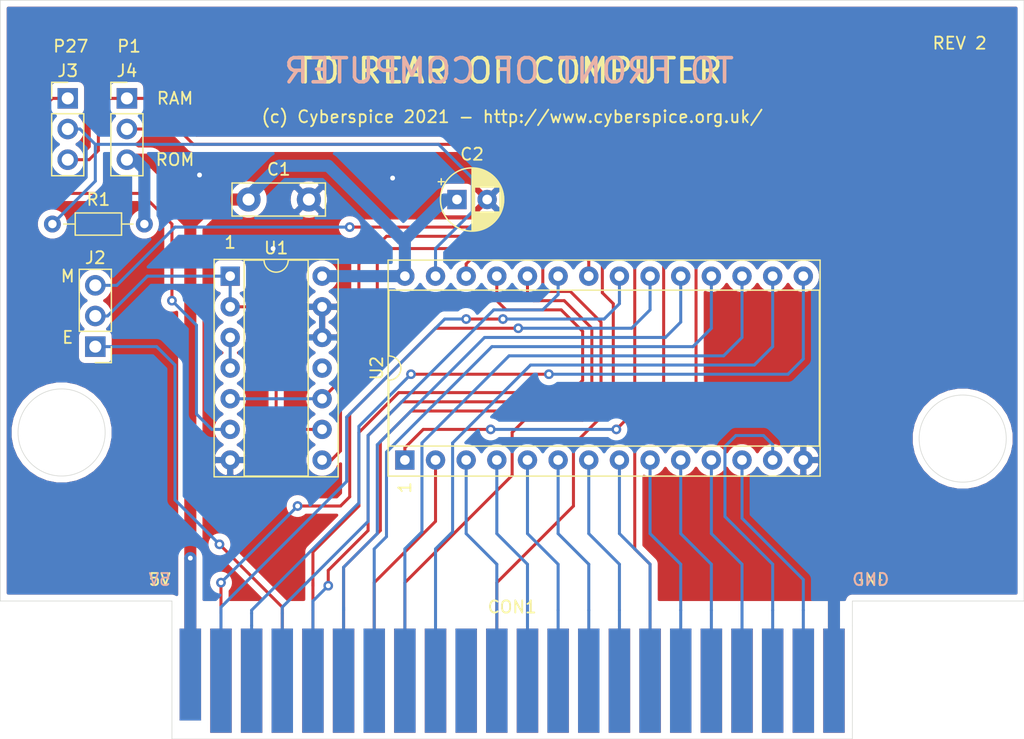
<source format=kicad_pcb>
(kicad_pcb (version 20171130) (host pcbnew "(5.1.9-0-10_14)")

  (general
    (thickness 1.6)
    (drawings 27)
    (tracks 330)
    (zones 0)
    (modules 9)
    (nets 50)
  )

  (page A4)
  (layers
    (0 F.Cu signal)
    (31 B.Cu signal)
    (32 B.Adhes user)
    (33 F.Adhes user)
    (34 B.Paste user)
    (35 F.Paste user)
    (36 B.SilkS user)
    (37 F.SilkS user)
    (38 B.Mask user)
    (39 F.Mask user)
    (40 Dwgs.User user)
    (41 Cmts.User user)
    (42 Eco1.User user)
    (43 Eco2.User user)
    (44 Edge.Cuts user)
    (45 Margin user)
    (46 B.CrtYd user)
    (47 F.CrtYd user)
    (48 B.Fab user)
    (49 F.Fab user)
  )

  (setup
    (last_trace_width 0.25)
    (trace_clearance 0.2)
    (zone_clearance 0.508)
    (zone_45_only no)
    (trace_min 0.2)
    (via_size 0.8)
    (via_drill 0.4)
    (via_min_size 0.4)
    (via_min_drill 0.3)
    (uvia_size 0.3)
    (uvia_drill 0.1)
    (uvias_allowed no)
    (uvia_min_size 0.2)
    (uvia_min_drill 0.1)
    (edge_width 0.05)
    (segment_width 0.2)
    (pcb_text_width 0.3)
    (pcb_text_size 1.5 1.5)
    (mod_edge_width 0.12)
    (mod_text_size 1 1)
    (mod_text_width 0.15)
    (pad_size 1.524 1.524)
    (pad_drill 0.762)
    (pad_to_mask_clearance 0)
    (aux_axis_origin 0 0)
    (visible_elements FFFFFF7F)
    (pcbplotparams
      (layerselection 0x010fc_ffffffff)
      (usegerberextensions false)
      (usegerberattributes true)
      (usegerberadvancedattributes true)
      (creategerberjobfile true)
      (excludeedgelayer true)
      (linewidth 0.100000)
      (plotframeref false)
      (viasonmask false)
      (mode 1)
      (useauxorigin false)
      (hpglpennumber 1)
      (hpglpenspeed 20)
      (hpglpendiameter 15.000000)
      (psnegative false)
      (psa4output false)
      (plotreference true)
      (plotvalue true)
      (plotinvisibletext false)
      (padsonsilk false)
      (subtractmaskfromsilk false)
      (outputformat 1)
      (mirror false)
      (drillshape 0)
      (scaleselection 1)
      (outputdirectory "./"))
  )

  (net 0 "")
  (net 1 GND)
  (net 2 +5V)
  (net 3 "Net-(CON1-Pada21)")
  (net 4 "Net-(CON1-Pada20)")
  (net 5 "Net-(CON1-Pada19)")
  (net 6 "Net-(CON1-Pada18)")
  (net 7 "Net-(CON1-Pada17)")
  (net 8 QA)
  (net 9 "Net-(CON1-Pada15)")
  (net 10 "Net-(CON1-Pada14)")
  (net 11 "Net-(CON1-Pada13)")
  (net 12 "Net-(CON1-Pada12)")
  (net 13 /M_RW)
  (net 14 "Net-(CON1-Pada10)")
  (net 15 "Net-(CON1-Pada9)")
  (net 16 /A12)
  (net 17 /A13)
  (net 18 /A8)
  (net 19 /E_RW)
  (net 20 "Net-(CON1-Pada3)")
  (net 21 ROM)
  (net 22 /D1)
  (net 23 /D2)
  (net 24 /D0)
  (net 25 /BA0)
  (net 26 /BA1)
  (net 27 /BA2)
  (net 28 /BA3)
  (net 29 /BA4)
  (net 30 /BA5)
  (net 31 /BA6)
  (net 32 /BA7)
  (net 33 "Net-(CON1-Padb10)")
  (net 34 /D4)
  (net 35 /D5)
  (net 36 /D6)
  (net 37 /D7)
  (net 38 /A9)
  (net 39 /A10)
  (net 40 /D3)
  (net 41 /A11)
  (net 42 NWE)
  (net 43 "Net-(U1-Pad3)")
  (net 44 NRD)
  (net 45 "Net-(U1-Pad11)")
  (net 46 PHI2)
  (net 47 RW)
  (net 48 "Net-(J3-Pad2)")
  (net 49 "Net-(J4-Pad2)")

  (net_class Default "This is the default net class."
    (clearance 0.2)
    (trace_width 0.25)
    (via_dia 0.8)
    (via_drill 0.4)
    (uvia_dia 0.3)
    (uvia_drill 0.1)
    (add_net +5V)
    (add_net /A10)
    (add_net /A11)
    (add_net /A12)
    (add_net /A13)
    (add_net /A8)
    (add_net /A9)
    (add_net /BA0)
    (add_net /BA1)
    (add_net /BA2)
    (add_net /BA3)
    (add_net /BA4)
    (add_net /BA5)
    (add_net /BA6)
    (add_net /BA7)
    (add_net /D0)
    (add_net /D1)
    (add_net /D2)
    (add_net /D3)
    (add_net /D4)
    (add_net /D5)
    (add_net /D6)
    (add_net /D7)
    (add_net /E_RW)
    (add_net /M_RW)
    (add_net GND)
    (add_net NRD)
    (add_net NWE)
    (add_net "Net-(CON1-Pada10)")
    (add_net "Net-(CON1-Pada12)")
    (add_net "Net-(CON1-Pada13)")
    (add_net "Net-(CON1-Pada14)")
    (add_net "Net-(CON1-Pada15)")
    (add_net "Net-(CON1-Pada17)")
    (add_net "Net-(CON1-Pada18)")
    (add_net "Net-(CON1-Pada19)")
    (add_net "Net-(CON1-Pada20)")
    (add_net "Net-(CON1-Pada21)")
    (add_net "Net-(CON1-Pada3)")
    (add_net "Net-(CON1-Pada9)")
    (add_net "Net-(CON1-Padb10)")
    (add_net "Net-(J3-Pad2)")
    (add_net "Net-(J4-Pad2)")
    (add_net "Net-(U1-Pad11)")
    (add_net "Net-(U1-Pad3)")
    (add_net PHI2)
    (add_net QA)
    (add_net ROM)
    (add_net RW)
  )

  (module Capacitor_THT:CP_Radial_D5.0mm_P2.50mm (layer F.Cu) (tedit 5AE50EF0) (tstamp 61F51A95)
    (at 190.754 82.55)
    (descr "CP, Radial series, Radial, pin pitch=2.50mm, , diameter=5mm, Electrolytic Capacitor")
    (tags "CP Radial series Radial pin pitch 2.50mm  diameter 5mm Electrolytic Capacitor")
    (path /61F585C5)
    (fp_text reference C2 (at 1.25 -3.75) (layer F.SilkS)
      (effects (font (size 1 1) (thickness 0.15)))
    )
    (fp_text value 10uF (at 1.25 3.75) (layer F.Fab)
      (effects (font (size 1 1) (thickness 0.15)))
    )
    (fp_line (start -1.304775 -1.725) (end -1.304775 -1.225) (layer F.SilkS) (width 0.12))
    (fp_line (start -1.554775 -1.475) (end -1.054775 -1.475) (layer F.SilkS) (width 0.12))
    (fp_line (start 3.851 -0.284) (end 3.851 0.284) (layer F.SilkS) (width 0.12))
    (fp_line (start 3.811 -0.518) (end 3.811 0.518) (layer F.SilkS) (width 0.12))
    (fp_line (start 3.771 -0.677) (end 3.771 0.677) (layer F.SilkS) (width 0.12))
    (fp_line (start 3.731 -0.805) (end 3.731 0.805) (layer F.SilkS) (width 0.12))
    (fp_line (start 3.691 -0.915) (end 3.691 0.915) (layer F.SilkS) (width 0.12))
    (fp_line (start 3.651 -1.011) (end 3.651 1.011) (layer F.SilkS) (width 0.12))
    (fp_line (start 3.611 -1.098) (end 3.611 1.098) (layer F.SilkS) (width 0.12))
    (fp_line (start 3.571 -1.178) (end 3.571 1.178) (layer F.SilkS) (width 0.12))
    (fp_line (start 3.531 1.04) (end 3.531 1.251) (layer F.SilkS) (width 0.12))
    (fp_line (start 3.531 -1.251) (end 3.531 -1.04) (layer F.SilkS) (width 0.12))
    (fp_line (start 3.491 1.04) (end 3.491 1.319) (layer F.SilkS) (width 0.12))
    (fp_line (start 3.491 -1.319) (end 3.491 -1.04) (layer F.SilkS) (width 0.12))
    (fp_line (start 3.451 1.04) (end 3.451 1.383) (layer F.SilkS) (width 0.12))
    (fp_line (start 3.451 -1.383) (end 3.451 -1.04) (layer F.SilkS) (width 0.12))
    (fp_line (start 3.411 1.04) (end 3.411 1.443) (layer F.SilkS) (width 0.12))
    (fp_line (start 3.411 -1.443) (end 3.411 -1.04) (layer F.SilkS) (width 0.12))
    (fp_line (start 3.371 1.04) (end 3.371 1.5) (layer F.SilkS) (width 0.12))
    (fp_line (start 3.371 -1.5) (end 3.371 -1.04) (layer F.SilkS) (width 0.12))
    (fp_line (start 3.331 1.04) (end 3.331 1.554) (layer F.SilkS) (width 0.12))
    (fp_line (start 3.331 -1.554) (end 3.331 -1.04) (layer F.SilkS) (width 0.12))
    (fp_line (start 3.291 1.04) (end 3.291 1.605) (layer F.SilkS) (width 0.12))
    (fp_line (start 3.291 -1.605) (end 3.291 -1.04) (layer F.SilkS) (width 0.12))
    (fp_line (start 3.251 1.04) (end 3.251 1.653) (layer F.SilkS) (width 0.12))
    (fp_line (start 3.251 -1.653) (end 3.251 -1.04) (layer F.SilkS) (width 0.12))
    (fp_line (start 3.211 1.04) (end 3.211 1.699) (layer F.SilkS) (width 0.12))
    (fp_line (start 3.211 -1.699) (end 3.211 -1.04) (layer F.SilkS) (width 0.12))
    (fp_line (start 3.171 1.04) (end 3.171 1.743) (layer F.SilkS) (width 0.12))
    (fp_line (start 3.171 -1.743) (end 3.171 -1.04) (layer F.SilkS) (width 0.12))
    (fp_line (start 3.131 1.04) (end 3.131 1.785) (layer F.SilkS) (width 0.12))
    (fp_line (start 3.131 -1.785) (end 3.131 -1.04) (layer F.SilkS) (width 0.12))
    (fp_line (start 3.091 1.04) (end 3.091 1.826) (layer F.SilkS) (width 0.12))
    (fp_line (start 3.091 -1.826) (end 3.091 -1.04) (layer F.SilkS) (width 0.12))
    (fp_line (start 3.051 1.04) (end 3.051 1.864) (layer F.SilkS) (width 0.12))
    (fp_line (start 3.051 -1.864) (end 3.051 -1.04) (layer F.SilkS) (width 0.12))
    (fp_line (start 3.011 1.04) (end 3.011 1.901) (layer F.SilkS) (width 0.12))
    (fp_line (start 3.011 -1.901) (end 3.011 -1.04) (layer F.SilkS) (width 0.12))
    (fp_line (start 2.971 1.04) (end 2.971 1.937) (layer F.SilkS) (width 0.12))
    (fp_line (start 2.971 -1.937) (end 2.971 -1.04) (layer F.SilkS) (width 0.12))
    (fp_line (start 2.931 1.04) (end 2.931 1.971) (layer F.SilkS) (width 0.12))
    (fp_line (start 2.931 -1.971) (end 2.931 -1.04) (layer F.SilkS) (width 0.12))
    (fp_line (start 2.891 1.04) (end 2.891 2.004) (layer F.SilkS) (width 0.12))
    (fp_line (start 2.891 -2.004) (end 2.891 -1.04) (layer F.SilkS) (width 0.12))
    (fp_line (start 2.851 1.04) (end 2.851 2.035) (layer F.SilkS) (width 0.12))
    (fp_line (start 2.851 -2.035) (end 2.851 -1.04) (layer F.SilkS) (width 0.12))
    (fp_line (start 2.811 1.04) (end 2.811 2.065) (layer F.SilkS) (width 0.12))
    (fp_line (start 2.811 -2.065) (end 2.811 -1.04) (layer F.SilkS) (width 0.12))
    (fp_line (start 2.771 1.04) (end 2.771 2.095) (layer F.SilkS) (width 0.12))
    (fp_line (start 2.771 -2.095) (end 2.771 -1.04) (layer F.SilkS) (width 0.12))
    (fp_line (start 2.731 1.04) (end 2.731 2.122) (layer F.SilkS) (width 0.12))
    (fp_line (start 2.731 -2.122) (end 2.731 -1.04) (layer F.SilkS) (width 0.12))
    (fp_line (start 2.691 1.04) (end 2.691 2.149) (layer F.SilkS) (width 0.12))
    (fp_line (start 2.691 -2.149) (end 2.691 -1.04) (layer F.SilkS) (width 0.12))
    (fp_line (start 2.651 1.04) (end 2.651 2.175) (layer F.SilkS) (width 0.12))
    (fp_line (start 2.651 -2.175) (end 2.651 -1.04) (layer F.SilkS) (width 0.12))
    (fp_line (start 2.611 1.04) (end 2.611 2.2) (layer F.SilkS) (width 0.12))
    (fp_line (start 2.611 -2.2) (end 2.611 -1.04) (layer F.SilkS) (width 0.12))
    (fp_line (start 2.571 1.04) (end 2.571 2.224) (layer F.SilkS) (width 0.12))
    (fp_line (start 2.571 -2.224) (end 2.571 -1.04) (layer F.SilkS) (width 0.12))
    (fp_line (start 2.531 1.04) (end 2.531 2.247) (layer F.SilkS) (width 0.12))
    (fp_line (start 2.531 -2.247) (end 2.531 -1.04) (layer F.SilkS) (width 0.12))
    (fp_line (start 2.491 1.04) (end 2.491 2.268) (layer F.SilkS) (width 0.12))
    (fp_line (start 2.491 -2.268) (end 2.491 -1.04) (layer F.SilkS) (width 0.12))
    (fp_line (start 2.451 1.04) (end 2.451 2.29) (layer F.SilkS) (width 0.12))
    (fp_line (start 2.451 -2.29) (end 2.451 -1.04) (layer F.SilkS) (width 0.12))
    (fp_line (start 2.411 1.04) (end 2.411 2.31) (layer F.SilkS) (width 0.12))
    (fp_line (start 2.411 -2.31) (end 2.411 -1.04) (layer F.SilkS) (width 0.12))
    (fp_line (start 2.371 1.04) (end 2.371 2.329) (layer F.SilkS) (width 0.12))
    (fp_line (start 2.371 -2.329) (end 2.371 -1.04) (layer F.SilkS) (width 0.12))
    (fp_line (start 2.331 1.04) (end 2.331 2.348) (layer F.SilkS) (width 0.12))
    (fp_line (start 2.331 -2.348) (end 2.331 -1.04) (layer F.SilkS) (width 0.12))
    (fp_line (start 2.291 1.04) (end 2.291 2.365) (layer F.SilkS) (width 0.12))
    (fp_line (start 2.291 -2.365) (end 2.291 -1.04) (layer F.SilkS) (width 0.12))
    (fp_line (start 2.251 1.04) (end 2.251 2.382) (layer F.SilkS) (width 0.12))
    (fp_line (start 2.251 -2.382) (end 2.251 -1.04) (layer F.SilkS) (width 0.12))
    (fp_line (start 2.211 1.04) (end 2.211 2.398) (layer F.SilkS) (width 0.12))
    (fp_line (start 2.211 -2.398) (end 2.211 -1.04) (layer F.SilkS) (width 0.12))
    (fp_line (start 2.171 1.04) (end 2.171 2.414) (layer F.SilkS) (width 0.12))
    (fp_line (start 2.171 -2.414) (end 2.171 -1.04) (layer F.SilkS) (width 0.12))
    (fp_line (start 2.131 1.04) (end 2.131 2.428) (layer F.SilkS) (width 0.12))
    (fp_line (start 2.131 -2.428) (end 2.131 -1.04) (layer F.SilkS) (width 0.12))
    (fp_line (start 2.091 1.04) (end 2.091 2.442) (layer F.SilkS) (width 0.12))
    (fp_line (start 2.091 -2.442) (end 2.091 -1.04) (layer F.SilkS) (width 0.12))
    (fp_line (start 2.051 1.04) (end 2.051 2.455) (layer F.SilkS) (width 0.12))
    (fp_line (start 2.051 -2.455) (end 2.051 -1.04) (layer F.SilkS) (width 0.12))
    (fp_line (start 2.011 1.04) (end 2.011 2.468) (layer F.SilkS) (width 0.12))
    (fp_line (start 2.011 -2.468) (end 2.011 -1.04) (layer F.SilkS) (width 0.12))
    (fp_line (start 1.971 1.04) (end 1.971 2.48) (layer F.SilkS) (width 0.12))
    (fp_line (start 1.971 -2.48) (end 1.971 -1.04) (layer F.SilkS) (width 0.12))
    (fp_line (start 1.93 1.04) (end 1.93 2.491) (layer F.SilkS) (width 0.12))
    (fp_line (start 1.93 -2.491) (end 1.93 -1.04) (layer F.SilkS) (width 0.12))
    (fp_line (start 1.89 1.04) (end 1.89 2.501) (layer F.SilkS) (width 0.12))
    (fp_line (start 1.89 -2.501) (end 1.89 -1.04) (layer F.SilkS) (width 0.12))
    (fp_line (start 1.85 1.04) (end 1.85 2.511) (layer F.SilkS) (width 0.12))
    (fp_line (start 1.85 -2.511) (end 1.85 -1.04) (layer F.SilkS) (width 0.12))
    (fp_line (start 1.81 1.04) (end 1.81 2.52) (layer F.SilkS) (width 0.12))
    (fp_line (start 1.81 -2.52) (end 1.81 -1.04) (layer F.SilkS) (width 0.12))
    (fp_line (start 1.77 1.04) (end 1.77 2.528) (layer F.SilkS) (width 0.12))
    (fp_line (start 1.77 -2.528) (end 1.77 -1.04) (layer F.SilkS) (width 0.12))
    (fp_line (start 1.73 1.04) (end 1.73 2.536) (layer F.SilkS) (width 0.12))
    (fp_line (start 1.73 -2.536) (end 1.73 -1.04) (layer F.SilkS) (width 0.12))
    (fp_line (start 1.69 1.04) (end 1.69 2.543) (layer F.SilkS) (width 0.12))
    (fp_line (start 1.69 -2.543) (end 1.69 -1.04) (layer F.SilkS) (width 0.12))
    (fp_line (start 1.65 1.04) (end 1.65 2.55) (layer F.SilkS) (width 0.12))
    (fp_line (start 1.65 -2.55) (end 1.65 -1.04) (layer F.SilkS) (width 0.12))
    (fp_line (start 1.61 1.04) (end 1.61 2.556) (layer F.SilkS) (width 0.12))
    (fp_line (start 1.61 -2.556) (end 1.61 -1.04) (layer F.SilkS) (width 0.12))
    (fp_line (start 1.57 1.04) (end 1.57 2.561) (layer F.SilkS) (width 0.12))
    (fp_line (start 1.57 -2.561) (end 1.57 -1.04) (layer F.SilkS) (width 0.12))
    (fp_line (start 1.53 1.04) (end 1.53 2.565) (layer F.SilkS) (width 0.12))
    (fp_line (start 1.53 -2.565) (end 1.53 -1.04) (layer F.SilkS) (width 0.12))
    (fp_line (start 1.49 1.04) (end 1.49 2.569) (layer F.SilkS) (width 0.12))
    (fp_line (start 1.49 -2.569) (end 1.49 -1.04) (layer F.SilkS) (width 0.12))
    (fp_line (start 1.45 -2.573) (end 1.45 2.573) (layer F.SilkS) (width 0.12))
    (fp_line (start 1.41 -2.576) (end 1.41 2.576) (layer F.SilkS) (width 0.12))
    (fp_line (start 1.37 -2.578) (end 1.37 2.578) (layer F.SilkS) (width 0.12))
    (fp_line (start 1.33 -2.579) (end 1.33 2.579) (layer F.SilkS) (width 0.12))
    (fp_line (start 1.29 -2.58) (end 1.29 2.58) (layer F.SilkS) (width 0.12))
    (fp_line (start 1.25 -2.58) (end 1.25 2.58) (layer F.SilkS) (width 0.12))
    (fp_line (start -0.633605 -1.3375) (end -0.633605 -0.8375) (layer F.Fab) (width 0.1))
    (fp_line (start -0.883605 -1.0875) (end -0.383605 -1.0875) (layer F.Fab) (width 0.1))
    (fp_circle (center 1.25 0) (end 4 0) (layer F.CrtYd) (width 0.05))
    (fp_circle (center 1.25 0) (end 3.87 0) (layer F.SilkS) (width 0.12))
    (fp_circle (center 1.25 0) (end 3.75 0) (layer F.Fab) (width 0.1))
    (fp_text user %R (at 1.25 0) (layer F.Fab)
      (effects (font (size 1 1) (thickness 0.15)))
    )
    (pad 2 thru_hole circle (at 2.5 0) (size 1.6 1.6) (drill 0.8) (layers *.Cu *.Mask)
      (net 1 GND))
    (pad 1 thru_hole rect (at 0 0) (size 1.6 1.6) (drill 0.8) (layers *.Cu *.Mask)
      (net 2 +5V))
    (model ${KISYS3DMOD}/Capacitor_THT.3dshapes/CP_Radial_D5.0mm_P2.50mm.wrl
      (at (xyz 0 0 0))
      (scale (xyz 1 1 1))
      (rotate (xyz 0 0 0))
    )
  )

  (module Resistor_THT:R_Axial_DIN0204_L3.6mm_D1.6mm_P7.62mm_Horizontal (layer F.Cu) (tedit 5AE5139B) (tstamp 61D9A0A4)
    (at 164.846 84.582 180)
    (descr "Resistor, Axial_DIN0204 series, Axial, Horizontal, pin pitch=7.62mm, 0.167W, length*diameter=3.6*1.6mm^2, http://cdn-reichelt.de/documents/datenblatt/B400/1_4W%23YAG.pdf")
    (tags "Resistor Axial_DIN0204 series Axial Horizontal pin pitch 7.62mm 0.167W length 3.6mm diameter 1.6mm")
    (path /61DAA3AD)
    (fp_text reference R1 (at 3.81 2.032) (layer F.SilkS)
      (effects (font (size 1 1) (thickness 0.15)))
    )
    (fp_text value 4K7 (at 3.81 -2.032) (layer F.Fab)
      (effects (font (size 1 1) (thickness 0.15)))
    )
    (fp_line (start 2.01 -0.8) (end 2.01 0.8) (layer F.Fab) (width 0.1))
    (fp_line (start 2.01 0.8) (end 5.61 0.8) (layer F.Fab) (width 0.1))
    (fp_line (start 5.61 0.8) (end 5.61 -0.8) (layer F.Fab) (width 0.1))
    (fp_line (start 5.61 -0.8) (end 2.01 -0.8) (layer F.Fab) (width 0.1))
    (fp_line (start 0 0) (end 2.01 0) (layer F.Fab) (width 0.1))
    (fp_line (start 7.62 0) (end 5.61 0) (layer F.Fab) (width 0.1))
    (fp_line (start 1.89 -0.92) (end 1.89 0.92) (layer F.SilkS) (width 0.12))
    (fp_line (start 1.89 0.92) (end 5.73 0.92) (layer F.SilkS) (width 0.12))
    (fp_line (start 5.73 0.92) (end 5.73 -0.92) (layer F.SilkS) (width 0.12))
    (fp_line (start 5.73 -0.92) (end 1.89 -0.92) (layer F.SilkS) (width 0.12))
    (fp_line (start 0.94 0) (end 1.89 0) (layer F.SilkS) (width 0.12))
    (fp_line (start 6.68 0) (end 5.73 0) (layer F.SilkS) (width 0.12))
    (fp_line (start -0.95 -1.05) (end -0.95 1.05) (layer F.CrtYd) (width 0.05))
    (fp_line (start -0.95 1.05) (end 8.57 1.05) (layer F.CrtYd) (width 0.05))
    (fp_line (start 8.57 1.05) (end 8.57 -1.05) (layer F.CrtYd) (width 0.05))
    (fp_line (start 8.57 -1.05) (end -0.95 -1.05) (layer F.CrtYd) (width 0.05))
    (fp_text user %R (at 3.81 0) (layer F.Fab)
      (effects (font (size 0.72 0.72) (thickness 0.108)))
    )
    (pad 2 thru_hole oval (at 7.62 0 180) (size 1.4 1.4) (drill 0.7) (layers *.Cu *.Mask)
      (net 48 "Net-(J3-Pad2)"))
    (pad 1 thru_hole circle (at 0 0 180) (size 1.4 1.4) (drill 0.7) (layers *.Cu *.Mask)
      (net 2 +5V))
    (model ${KISYS3DMOD}/Resistor_THT.3dshapes/R_Axial_DIN0204_L3.6mm_D1.6mm_P7.62mm_Horizontal.wrl
      (at (xyz 0 0 0))
      (scale (xyz 1 1 1))
      (rotate (xyz 0 0 0))
    )
  )

  (module Package_DIP:DIP-28_W15.24mm_Socket (layer F.Cu) (tedit 5A02E8C5) (tstamp 61B7B209)
    (at 186.436 104.14 90)
    (descr "28-lead though-hole mounted DIP package, row spacing 15.24 mm (600 mils), Socket")
    (tags "THT DIP DIL PDIP 2.54mm 15.24mm 600mil Socket")
    (path /61AF0228)
    (fp_text reference U2 (at 7.62 -2.33 90) (layer F.SilkS)
      (effects (font (size 1 1) (thickness 0.15)))
    )
    (fp_text value 27C256 (at 7.62 35.35 90) (layer F.Fab)
      (effects (font (size 1 1) (thickness 0.15)))
    )
    (fp_line (start 16.8 -1.6) (end -1.55 -1.6) (layer F.CrtYd) (width 0.05))
    (fp_line (start 16.8 34.65) (end 16.8 -1.6) (layer F.CrtYd) (width 0.05))
    (fp_line (start -1.55 34.65) (end 16.8 34.65) (layer F.CrtYd) (width 0.05))
    (fp_line (start -1.55 -1.6) (end -1.55 34.65) (layer F.CrtYd) (width 0.05))
    (fp_line (start 16.57 -1.39) (end -1.33 -1.39) (layer F.SilkS) (width 0.12))
    (fp_line (start 16.57 34.41) (end 16.57 -1.39) (layer F.SilkS) (width 0.12))
    (fp_line (start -1.33 34.41) (end 16.57 34.41) (layer F.SilkS) (width 0.12))
    (fp_line (start -1.33 -1.39) (end -1.33 34.41) (layer F.SilkS) (width 0.12))
    (fp_line (start 14.08 -1.33) (end 8.62 -1.33) (layer F.SilkS) (width 0.12))
    (fp_line (start 14.08 34.35) (end 14.08 -1.33) (layer F.SilkS) (width 0.12))
    (fp_line (start 1.16 34.35) (end 14.08 34.35) (layer F.SilkS) (width 0.12))
    (fp_line (start 1.16 -1.33) (end 1.16 34.35) (layer F.SilkS) (width 0.12))
    (fp_line (start 6.62 -1.33) (end 1.16 -1.33) (layer F.SilkS) (width 0.12))
    (fp_line (start 16.51 -1.33) (end -1.27 -1.33) (layer F.Fab) (width 0.1))
    (fp_line (start 16.51 34.35) (end 16.51 -1.33) (layer F.Fab) (width 0.1))
    (fp_line (start -1.27 34.35) (end 16.51 34.35) (layer F.Fab) (width 0.1))
    (fp_line (start -1.27 -1.33) (end -1.27 34.35) (layer F.Fab) (width 0.1))
    (fp_line (start 0.255 -0.27) (end 1.255 -1.27) (layer F.Fab) (width 0.1))
    (fp_line (start 0.255 34.29) (end 0.255 -0.27) (layer F.Fab) (width 0.1))
    (fp_line (start 14.985 34.29) (end 0.255 34.29) (layer F.Fab) (width 0.1))
    (fp_line (start 14.985 -1.27) (end 14.985 34.29) (layer F.Fab) (width 0.1))
    (fp_line (start 1.255 -1.27) (end 14.985 -1.27) (layer F.Fab) (width 0.1))
    (fp_text user %R (at 7.62 16.51 90) (layer F.Fab)
      (effects (font (size 1 1) (thickness 0.15)))
    )
    (fp_arc (start 7.62 -1.33) (end 6.62 -1.33) (angle -180) (layer F.SilkS) (width 0.12))
    (pad 28 thru_hole oval (at 15.24 0 90) (size 1.6 1.6) (drill 0.8) (layers *.Cu *.Mask)
      (net 2 +5V))
    (pad 14 thru_hole oval (at 0 33.02 90) (size 1.6 1.6) (drill 0.8) (layers *.Cu *.Mask)
      (net 1 GND))
    (pad 27 thru_hole oval (at 15.24 2.54 90) (size 1.6 1.6) (drill 0.8) (layers *.Cu *.Mask)
      (net 48 "Net-(J3-Pad2)"))
    (pad 13 thru_hole oval (at 0 30.48 90) (size 1.6 1.6) (drill 0.8) (layers *.Cu *.Mask)
      (net 23 /D2))
    (pad 26 thru_hole oval (at 15.24 5.08 90) (size 1.6 1.6) (drill 0.8) (layers *.Cu *.Mask)
      (net 17 /A13))
    (pad 12 thru_hole oval (at 0 27.94 90) (size 1.6 1.6) (drill 0.8) (layers *.Cu *.Mask)
      (net 22 /D1))
    (pad 25 thru_hole oval (at 15.24 7.62 90) (size 1.6 1.6) (drill 0.8) (layers *.Cu *.Mask)
      (net 18 /A8))
    (pad 11 thru_hole oval (at 0 25.4 90) (size 1.6 1.6) (drill 0.8) (layers *.Cu *.Mask)
      (net 24 /D0))
    (pad 24 thru_hole oval (at 15.24 10.16 90) (size 1.6 1.6) (drill 0.8) (layers *.Cu *.Mask)
      (net 38 /A9))
    (pad 10 thru_hole oval (at 0 22.86 90) (size 1.6 1.6) (drill 0.8) (layers *.Cu *.Mask)
      (net 25 /BA0))
    (pad 23 thru_hole oval (at 15.24 12.7 90) (size 1.6 1.6) (drill 0.8) (layers *.Cu *.Mask)
      (net 41 /A11))
    (pad 9 thru_hole oval (at 0 20.32 90) (size 1.6 1.6) (drill 0.8) (layers *.Cu *.Mask)
      (net 26 /BA1))
    (pad 22 thru_hole oval (at 15.24 15.24 90) (size 1.6 1.6) (drill 0.8) (layers *.Cu *.Mask)
      (net 44 NRD))
    (pad 8 thru_hole oval (at 0 17.78 90) (size 1.6 1.6) (drill 0.8) (layers *.Cu *.Mask)
      (net 27 /BA2))
    (pad 21 thru_hole oval (at 15.24 17.78 90) (size 1.6 1.6) (drill 0.8) (layers *.Cu *.Mask)
      (net 39 /A10))
    (pad 7 thru_hole oval (at 0 15.24 90) (size 1.6 1.6) (drill 0.8) (layers *.Cu *.Mask)
      (net 28 /BA3))
    (pad 20 thru_hole oval (at 15.24 20.32 90) (size 1.6 1.6) (drill 0.8) (layers *.Cu *.Mask)
      (net 21 ROM))
    (pad 6 thru_hole oval (at 0 12.7 90) (size 1.6 1.6) (drill 0.8) (layers *.Cu *.Mask)
      (net 29 /BA4))
    (pad 19 thru_hole oval (at 15.24 22.86 90) (size 1.6 1.6) (drill 0.8) (layers *.Cu *.Mask)
      (net 37 /D7))
    (pad 5 thru_hole oval (at 0 10.16 90) (size 1.6 1.6) (drill 0.8) (layers *.Cu *.Mask)
      (net 30 /BA5))
    (pad 18 thru_hole oval (at 15.24 25.4 90) (size 1.6 1.6) (drill 0.8) (layers *.Cu *.Mask)
      (net 36 /D6))
    (pad 4 thru_hole oval (at 0 7.62 90) (size 1.6 1.6) (drill 0.8) (layers *.Cu *.Mask)
      (net 31 /BA6))
    (pad 17 thru_hole oval (at 15.24 27.94 90) (size 1.6 1.6) (drill 0.8) (layers *.Cu *.Mask)
      (net 35 /D5))
    (pad 3 thru_hole oval (at 0 5.08 90) (size 1.6 1.6) (drill 0.8) (layers *.Cu *.Mask)
      (net 32 /BA7))
    (pad 16 thru_hole oval (at 15.24 30.48 90) (size 1.6 1.6) (drill 0.8) (layers *.Cu *.Mask)
      (net 34 /D4))
    (pad 2 thru_hole oval (at 0 2.54 90) (size 1.6 1.6) (drill 0.8) (layers *.Cu *.Mask)
      (net 16 /A12))
    (pad 15 thru_hole oval (at 15.24 33.02 90) (size 1.6 1.6) (drill 0.8) (layers *.Cu *.Mask)
      (net 40 /D3))
    (pad 1 thru_hole rect (at 0 0 90) (size 1.6 1.6) (drill 0.8) (layers *.Cu *.Mask)
      (net 49 "Net-(J4-Pad2)"))
    (model ${KISYS3DMOD}/Package_DIP.3dshapes/DIP-28_W15.24mm_Socket.wrl
      (at (xyz 0 0 0))
      (scale (xyz 1 1 1))
      (rotate (xyz 0 0 0))
    )
  )

  (module Connector_PinHeader_2.54mm:PinHeader_1x03_P2.54mm_Vertical (layer F.Cu) (tedit 59FED5CC) (tstamp 61CC4600)
    (at 163.4 74.168)
    (descr "Through hole straight pin header, 1x03, 2.54mm pitch, single row")
    (tags "Through hole pin header THT 1x03 2.54mm single row")
    (path /61CCBB7E)
    (fp_text reference J4 (at 0 -2.286) (layer F.SilkS)
      (effects (font (size 1 1) (thickness 0.15)))
    )
    (fp_text value R/R (at -0.078 7.62) (layer F.Fab)
      (effects (font (size 1 1) (thickness 0.15)))
    )
    (fp_line (start -0.635 -1.27) (end 1.27 -1.27) (layer F.Fab) (width 0.1))
    (fp_line (start 1.27 -1.27) (end 1.27 6.35) (layer F.Fab) (width 0.1))
    (fp_line (start 1.27 6.35) (end -1.27 6.35) (layer F.Fab) (width 0.1))
    (fp_line (start -1.27 6.35) (end -1.27 -0.635) (layer F.Fab) (width 0.1))
    (fp_line (start -1.27 -0.635) (end -0.635 -1.27) (layer F.Fab) (width 0.1))
    (fp_line (start -1.33 6.41) (end 1.33 6.41) (layer F.SilkS) (width 0.12))
    (fp_line (start -1.33 1.27) (end -1.33 6.41) (layer F.SilkS) (width 0.12))
    (fp_line (start 1.33 1.27) (end 1.33 6.41) (layer F.SilkS) (width 0.12))
    (fp_line (start -1.33 1.27) (end 1.33 1.27) (layer F.SilkS) (width 0.12))
    (fp_line (start -1.33 0) (end -1.33 -1.33) (layer F.SilkS) (width 0.12))
    (fp_line (start -1.33 -1.33) (end 0 -1.33) (layer F.SilkS) (width 0.12))
    (fp_line (start -1.8 -1.8) (end -1.8 6.85) (layer F.CrtYd) (width 0.05))
    (fp_line (start -1.8 6.85) (end 1.8 6.85) (layer F.CrtYd) (width 0.05))
    (fp_line (start 1.8 6.85) (end 1.8 -1.8) (layer F.CrtYd) (width 0.05))
    (fp_line (start 1.8 -1.8) (end -1.8 -1.8) (layer F.CrtYd) (width 0.05))
    (fp_text user %R (at 0 2.54 90) (layer F.Fab)
      (effects (font (size 1 1) (thickness 0.15)))
    )
    (pad 3 thru_hole oval (at 0 5.08) (size 1.7 1.7) (drill 1) (layers *.Cu *.Mask)
      (net 2 +5V))
    (pad 2 thru_hole oval (at 0 2.54) (size 1.7 1.7) (drill 1) (layers *.Cu *.Mask)
      (net 49 "Net-(J4-Pad2)"))
    (pad 1 thru_hole rect (at 0 0) (size 1.7 1.7) (drill 1) (layers *.Cu *.Mask)
      (net 8 QA))
    (model ${KISYS3DMOD}/Connector_PinHeader_2.54mm.3dshapes/PinHeader_1x03_P2.54mm_Vertical.wrl
      (at (xyz 0 0 0))
      (scale (xyz 1 1 1))
      (rotate (xyz 0 0 0))
    )
  )

  (module Connector_PinHeader_2.54mm:PinHeader_1x03_P2.54mm_Vertical (layer F.Cu) (tedit 59FED5CC) (tstamp 61CC45E9)
    (at 158.496 74.168)
    (descr "Through hole straight pin header, 1x03, 2.54mm pitch, single row")
    (tags "Through hole pin header THT 1x03 2.54mm single row")
    (path /61CC87BF)
    (fp_text reference J3 (at 0 -2.286) (layer F.SilkS)
      (effects (font (size 1 1) (thickness 0.15)))
    )
    (fp_text value R/R (at 0 7.62) (layer F.Fab)
      (effects (font (size 1 1) (thickness 0.15)))
    )
    (fp_line (start -0.635 -1.27) (end 1.27 -1.27) (layer F.Fab) (width 0.1))
    (fp_line (start 1.27 -1.27) (end 1.27 6.35) (layer F.Fab) (width 0.1))
    (fp_line (start 1.27 6.35) (end -1.27 6.35) (layer F.Fab) (width 0.1))
    (fp_line (start -1.27 6.35) (end -1.27 -0.635) (layer F.Fab) (width 0.1))
    (fp_line (start -1.27 -0.635) (end -0.635 -1.27) (layer F.Fab) (width 0.1))
    (fp_line (start -1.33 6.41) (end 1.33 6.41) (layer F.SilkS) (width 0.12))
    (fp_line (start -1.33 1.27) (end -1.33 6.41) (layer F.SilkS) (width 0.12))
    (fp_line (start 1.33 1.27) (end 1.33 6.41) (layer F.SilkS) (width 0.12))
    (fp_line (start -1.33 1.27) (end 1.33 1.27) (layer F.SilkS) (width 0.12))
    (fp_line (start -1.33 0) (end -1.33 -1.33) (layer F.SilkS) (width 0.12))
    (fp_line (start -1.33 -1.33) (end 0 -1.33) (layer F.SilkS) (width 0.12))
    (fp_line (start -1.8 -1.8) (end -1.8 6.85) (layer F.CrtYd) (width 0.05))
    (fp_line (start -1.8 6.85) (end 1.8 6.85) (layer F.CrtYd) (width 0.05))
    (fp_line (start 1.8 6.85) (end 1.8 -1.8) (layer F.CrtYd) (width 0.05))
    (fp_line (start 1.8 -1.8) (end -1.8 -1.8) (layer F.CrtYd) (width 0.05))
    (fp_text user %R (at 0 2.54 90) (layer F.Fab)
      (effects (font (size 1 1) (thickness 0.15)))
    )
    (pad 3 thru_hole oval (at 0 5.08) (size 1.7 1.7) (drill 1) (layers *.Cu *.Mask)
      (net 8 QA))
    (pad 2 thru_hole oval (at 0 2.54) (size 1.7 1.7) (drill 1) (layers *.Cu *.Mask)
      (net 48 "Net-(J3-Pad2)"))
    (pad 1 thru_hole rect (at 0 0) (size 1.7 1.7) (drill 1) (layers *.Cu *.Mask)
      (net 42 NWE))
    (model ${KISYS3DMOD}/Connector_PinHeader_2.54mm.3dshapes/PinHeader_1x03_P2.54mm_Vertical.wrl
      (at (xyz 0 0 0))
      (scale (xyz 1 1 1))
      (rotate (xyz 0 0 0))
    )
  )

  (module Cyberspice:ElectronCartridgeEdge (layer F.Cu) (tedit 61B78E93) (tstamp 61B7B190)
    (at 195.326 115.82)
    (path /61B2E694)
    (fp_text reference CON1 (at 0 0.5) (layer F.SilkS)
      (effects (font (size 1 1) (thickness 0.15)))
    )
    (fp_text value Cartridge (at 0 -1.016) (layer F.Fab)
      (effects (font (size 1 1) (thickness 0.15)))
    )
    (pad a22 connect rect (at 26.67 6.604) (size 1.778 8.636) (layers F.Cu F.Mask)
      (net 1 GND))
    (pad a21 connect rect (at 24.13 6.604) (size 1.778 8.636) (layers F.Cu F.Mask)
      (net 3 "Net-(CON1-Pada21)"))
    (pad a20 connect rect (at 21.59 6.604) (size 1.778 8.636) (layers F.Cu F.Mask)
      (net 4 "Net-(CON1-Pada20)"))
    (pad a19 connect rect (at 19.05 6.604) (size 1.778 8.636) (layers F.Cu F.Mask)
      (net 5 "Net-(CON1-Pada19)"))
    (pad a18 connect rect (at 16.51 6.604) (size 1.778 8.636) (layers F.Cu F.Mask)
      (net 6 "Net-(CON1-Pada18)"))
    (pad a17 connect rect (at 13.97 6.604) (size 1.778 8.636) (layers F.Cu F.Mask)
      (net 7 "Net-(CON1-Pada17)"))
    (pad a16 connect rect (at 11.43 6.604) (size 1.778 8.636) (layers F.Cu F.Mask)
      (net 8 QA))
    (pad a15 connect rect (at 8.89 6.604) (size 1.778 8.636) (layers F.Cu F.Mask)
      (net 9 "Net-(CON1-Pada15)"))
    (pad a14 connect rect (at 6.35 6.604) (size 1.778 8.636) (layers F.Cu F.Mask)
      (net 10 "Net-(CON1-Pada14)"))
    (pad a13 connect rect (at 3.81 6.604) (size 1.778 8.636) (layers F.Cu F.Mask)
      (net 11 "Net-(CON1-Pada13)"))
    (pad a12 connect rect (at 1.27 6.604) (size 1.778 8.636) (layers F.Cu F.Mask)
      (net 12 "Net-(CON1-Pada12)"))
    (pad a11 connect rect (at -1.27 6.604) (size 1.778 8.636) (layers F.Cu F.Mask)
      (net 13 /M_RW))
    (pad a10 connect rect (at -3.81 6.604) (size 1.778 8.636) (layers F.Cu F.Mask)
      (net 14 "Net-(CON1-Pada10)"))
    (pad a9 connect rect (at -6.35 6.604) (size 1.778 8.636) (layers F.Cu F.Mask)
      (net 15 "Net-(CON1-Pada9)"))
    (pad a8 connect rect (at -8.89 6.604) (size 1.778 8.636) (layers F.Cu F.Mask)
      (net 46 PHI2))
    (pad a7 connect rect (at -11.43 6.604) (size 1.778 8.636) (layers F.Cu F.Mask)
      (net 16 /A12))
    (pad a6 connect rect (at -13.97 6.604) (size 1.778 8.636) (layers F.Cu F.Mask)
      (net 17 /A13))
    (pad a5 connect rect (at -16.51 6.604) (size 1.778 8.636) (layers F.Cu F.Mask)
      (net 18 /A8))
    (pad a4 connect rect (at -19.05 6.604) (size 1.778 8.636) (layers F.Cu F.Mask)
      (net 19 /E_RW))
    (pad a3 connect rect (at -21.59 6.604) (size 1.778 8.636) (layers F.Cu F.Mask)
      (net 20 "Net-(CON1-Pada3)"))
    (pad a2 connect rect (at -24.13 6.604) (size 1.778 8.636) (layers F.Cu F.Mask)
      (net 21 ROM))
    (pad b22 connect rect (at 26.67 6.604) (size 1.778 8.636) (layers B.Cu B.Mask)
      (net 1 GND))
    (pad b21 connect rect (at 24.13 6.604) (size 1.778 8.636) (layers B.Cu B.Mask)
      (net 22 /D1))
    (pad b20 connect rect (at 21.59 6.604) (size 1.778 8.636) (layers B.Cu B.Mask)
      (net 23 /D2))
    (pad b19 connect rect (at 19.05 6.604) (size 1.778 8.636) (layers B.Cu B.Mask)
      (net 24 /D0))
    (pad b18 connect rect (at 16.51 6.604) (size 1.778 8.636) (layers B.Cu B.Mask)
      (net 25 /BA0))
    (pad b17 connect rect (at 13.97 6.604) (size 1.778 8.636) (layers B.Cu B.Mask)
      (net 26 /BA1))
    (pad b16 connect rect (at 11.43 6.604) (size 1.778 8.636) (layers B.Cu B.Mask)
      (net 27 /BA2))
    (pad b15 connect rect (at 8.89 6.604) (size 1.778 8.636) (layers B.Cu B.Mask)
      (net 28 /BA3))
    (pad b14 connect rect (at 6.35 6.604) (size 1.778 8.636) (layers B.Cu B.Mask)
      (net 29 /BA4))
    (pad b13 connect rect (at 3.81 6.604) (size 1.778 8.636) (layers B.Cu B.Mask)
      (net 30 /BA5))
    (pad b12 connect rect (at 1.27 6.604) (size 1.778 8.636) (layers B.Cu B.Mask)
      (net 31 /BA6))
    (pad b11 connect rect (at -1.27 6.604) (size 1.778 8.636) (layers B.Cu B.Mask)
      (net 32 /BA7))
    (pad b10 connect rect (at -3.81 6.604) (size 1.778 8.636) (layers B.Cu B.Mask)
      (net 33 "Net-(CON1-Padb10)"))
    (pad b9 connect rect (at -6.35 6.604) (size 1.778 8.636) (layers B.Cu B.Mask)
      (net 34 /D4))
    (pad b8 connect rect (at -8.89 6.604) (size 1.778 8.636) (layers B.Cu B.Mask)
      (net 35 /D5))
    (pad b7 connect rect (at -11.43 6.604) (size 1.778 8.636) (layers B.Cu B.Mask)
      (net 36 /D6))
    (pad b6 connect rect (at -13.97 6.604) (size 1.778 8.636) (layers B.Cu B.Mask)
      (net 37 /D7))
    (pad b5 connect rect (at -16.51 6.604) (size 1.778 8.636) (layers B.Cu B.Mask)
      (net 38 /A9))
    (pad b4 connect rect (at -19.05 6.604) (size 1.778 8.636) (layers B.Cu B.Mask)
      (net 41 /A11))
    (pad b3 connect rect (at -21.59 6.604) (size 1.778 8.636) (layers B.Cu B.Mask)
      (net 40 /D3))
    (pad b2 connect rect (at -24.13 6.604) (size 1.778 8.636) (layers B.Cu B.Mask)
      (net 39 /A10))
    (pad b1 connect rect (at -26.67 6.096) (size 1.778 7.62) (layers B.Cu B.Mask)
      (net 2 +5V))
    (pad a1 connect rect (at -26.67 6.096) (size 1.778 7.62) (layers F.Cu F.Mask)
      (net 2 +5V))
  )

  (module Package_DIP:DIP-14_W7.62mm_Socket (layer F.Cu) (tedit 5A02E8C5) (tstamp 61B7B1D1)
    (at 171.958 88.9)
    (descr "14-lead though-hole mounted DIP package, row spacing 7.62 mm (300 mils), Socket")
    (tags "THT DIP DIL PDIP 2.54mm 7.62mm 300mil Socket")
    (path /61C01501)
    (fp_text reference U1 (at 3.81 -2.33) (layer F.SilkS)
      (effects (font (size 1 1) (thickness 0.15)))
    )
    (fp_text value 74HC00 (at 3.81 17.57) (layer F.Fab)
      (effects (font (size 1 1) (thickness 0.15)))
    )
    (fp_line (start 9.15 -1.6) (end -1.55 -1.6) (layer F.CrtYd) (width 0.05))
    (fp_line (start 9.15 16.85) (end 9.15 -1.6) (layer F.CrtYd) (width 0.05))
    (fp_line (start -1.55 16.85) (end 9.15 16.85) (layer F.CrtYd) (width 0.05))
    (fp_line (start -1.55 -1.6) (end -1.55 16.85) (layer F.CrtYd) (width 0.05))
    (fp_line (start 8.95 -1.39) (end -1.33 -1.39) (layer F.SilkS) (width 0.12))
    (fp_line (start 8.95 16.63) (end 8.95 -1.39) (layer F.SilkS) (width 0.12))
    (fp_line (start -1.33 16.63) (end 8.95 16.63) (layer F.SilkS) (width 0.12))
    (fp_line (start -1.33 -1.39) (end -1.33 16.63) (layer F.SilkS) (width 0.12))
    (fp_line (start 6.46 -1.33) (end 4.81 -1.33) (layer F.SilkS) (width 0.12))
    (fp_line (start 6.46 16.57) (end 6.46 -1.33) (layer F.SilkS) (width 0.12))
    (fp_line (start 1.16 16.57) (end 6.46 16.57) (layer F.SilkS) (width 0.12))
    (fp_line (start 1.16 -1.33) (end 1.16 16.57) (layer F.SilkS) (width 0.12))
    (fp_line (start 2.81 -1.33) (end 1.16 -1.33) (layer F.SilkS) (width 0.12))
    (fp_line (start 8.89 -1.33) (end -1.27 -1.33) (layer F.Fab) (width 0.1))
    (fp_line (start 8.89 16.57) (end 8.89 -1.33) (layer F.Fab) (width 0.1))
    (fp_line (start -1.27 16.57) (end 8.89 16.57) (layer F.Fab) (width 0.1))
    (fp_line (start -1.27 -1.33) (end -1.27 16.57) (layer F.Fab) (width 0.1))
    (fp_line (start 0.635 -0.27) (end 1.635 -1.27) (layer F.Fab) (width 0.1))
    (fp_line (start 0.635 16.51) (end 0.635 -0.27) (layer F.Fab) (width 0.1))
    (fp_line (start 6.985 16.51) (end 0.635 16.51) (layer F.Fab) (width 0.1))
    (fp_line (start 6.985 -1.27) (end 6.985 16.51) (layer F.Fab) (width 0.1))
    (fp_line (start 1.635 -1.27) (end 6.985 -1.27) (layer F.Fab) (width 0.1))
    (fp_text user %R (at 3.81 7.62) (layer F.Fab)
      (effects (font (size 1 1) (thickness 0.15)))
    )
    (fp_arc (start 3.81 -1.33) (end 2.81 -1.33) (angle -180) (layer F.SilkS) (width 0.12))
    (pad 14 thru_hole oval (at 7.62 0) (size 1.6 1.6) (drill 0.8) (layers *.Cu *.Mask)
      (net 2 +5V))
    (pad 7 thru_hole oval (at 0 15.24) (size 1.6 1.6) (drill 0.8) (layers *.Cu *.Mask)
      (net 1 GND))
    (pad 13 thru_hole oval (at 7.62 2.54) (size 1.6 1.6) (drill 0.8) (layers *.Cu *.Mask)
      (net 1 GND))
    (pad 6 thru_hole oval (at 0 12.7) (size 1.6 1.6) (drill 0.8) (layers *.Cu *.Mask)
      (net 42 NWE))
    (pad 12 thru_hole oval (at 7.62 5.08) (size 1.6 1.6) (drill 0.8) (layers *.Cu *.Mask)
      (net 1 GND))
    (pad 5 thru_hole oval (at 0 10.16) (size 1.6 1.6) (drill 0.8) (layers *.Cu *.Mask)
      (net 46 PHI2))
    (pad 11 thru_hole oval (at 7.62 7.62) (size 1.6 1.6) (drill 0.8) (layers *.Cu *.Mask)
      (net 45 "Net-(U1-Pad11)"))
    (pad 4 thru_hole oval (at 0 7.62) (size 1.6 1.6) (drill 0.8) (layers *.Cu *.Mask)
      (net 43 "Net-(U1-Pad3)"))
    (pad 10 thru_hole oval (at 7.62 10.16) (size 1.6 1.6) (drill 0.8) (layers *.Cu *.Mask)
      (net 46 PHI2))
    (pad 3 thru_hole oval (at 0 5.08) (size 1.6 1.6) (drill 0.8) (layers *.Cu *.Mask)
      (net 43 "Net-(U1-Pad3)"))
    (pad 9 thru_hole oval (at 7.62 12.7) (size 1.6 1.6) (drill 0.8) (layers *.Cu *.Mask)
      (net 47 RW))
    (pad 2 thru_hole oval (at 0 2.54) (size 1.6 1.6) (drill 0.8) (layers *.Cu *.Mask)
      (net 47 RW))
    (pad 8 thru_hole oval (at 7.62 15.24) (size 1.6 1.6) (drill 0.8) (layers *.Cu *.Mask)
      (net 44 NRD))
    (pad 1 thru_hole rect (at 0 0) (size 1.6 1.6) (drill 0.8) (layers *.Cu *.Mask)
      (net 47 RW))
    (model ${KISYS3DMOD}/Package_DIP.3dshapes/DIP-14_W7.62mm_Socket.wrl
      (at (xyz 0 0 0))
      (scale (xyz 1 1 1))
      (rotate (xyz 0 0 0))
    )
  )

  (module Connector_PinHeader_2.54mm:PinHeader_1x03_P2.54mm_Vertical (layer F.Cu) (tedit 59FED5CC) (tstamp 61B7B1A7)
    (at 160.782 94.742 180)
    (descr "Through hole straight pin header, 1x03, 2.54mm pitch, single row")
    (tags "Through hole pin header THT 1x03 2.54mm single row")
    (path /6245B7BB)
    (fp_text reference J2 (at 0 7.366) (layer F.SilkS)
      (effects (font (size 1 1) (thickness 0.15)))
    )
    (fp_text value M/E (at 0 -2.54) (layer F.Fab)
      (effects (font (size 1 1) (thickness 0.15)))
    )
    (fp_line (start 1.8 -1.8) (end -1.8 -1.8) (layer F.CrtYd) (width 0.05))
    (fp_line (start 1.8 6.85) (end 1.8 -1.8) (layer F.CrtYd) (width 0.05))
    (fp_line (start -1.8 6.85) (end 1.8 6.85) (layer F.CrtYd) (width 0.05))
    (fp_line (start -1.8 -1.8) (end -1.8 6.85) (layer F.CrtYd) (width 0.05))
    (fp_line (start -1.33 -1.33) (end 0 -1.33) (layer F.SilkS) (width 0.12))
    (fp_line (start -1.33 0) (end -1.33 -1.33) (layer F.SilkS) (width 0.12))
    (fp_line (start -1.33 1.27) (end 1.33 1.27) (layer F.SilkS) (width 0.12))
    (fp_line (start 1.33 1.27) (end 1.33 6.41) (layer F.SilkS) (width 0.12))
    (fp_line (start -1.33 1.27) (end -1.33 6.41) (layer F.SilkS) (width 0.12))
    (fp_line (start -1.33 6.41) (end 1.33 6.41) (layer F.SilkS) (width 0.12))
    (fp_line (start -1.27 -0.635) (end -0.635 -1.27) (layer F.Fab) (width 0.1))
    (fp_line (start -1.27 6.35) (end -1.27 -0.635) (layer F.Fab) (width 0.1))
    (fp_line (start 1.27 6.35) (end -1.27 6.35) (layer F.Fab) (width 0.1))
    (fp_line (start 1.27 -1.27) (end 1.27 6.35) (layer F.Fab) (width 0.1))
    (fp_line (start -0.635 -1.27) (end 1.27 -1.27) (layer F.Fab) (width 0.1))
    (fp_text user %R (at 0 2.54 90) (layer F.Fab)
      (effects (font (size 1 1) (thickness 0.15)))
    )
    (pad 3 thru_hole oval (at 0 5.08 180) (size 1.7 1.7) (drill 1) (layers *.Cu *.Mask)
      (net 13 /M_RW))
    (pad 2 thru_hole oval (at 0 2.54 180) (size 1.7 1.7) (drill 1) (layers *.Cu *.Mask)
      (net 47 RW))
    (pad 1 thru_hole rect (at 0 0 180) (size 1.7 1.7) (drill 1) (layers *.Cu *.Mask)
      (net 19 /E_RW))
    (model ${KISYS3DMOD}/Connector_PinHeader_2.54mm.3dshapes/PinHeader_1x03_P2.54mm_Vertical.wrl
      (at (xyz 0 0 0))
      (scale (xyz 1 1 1))
      (rotate (xyz 0 0 0))
    )
  )

  (module Capacitor_THT:C_Disc_D7.5mm_W2.5mm_P5.00mm (layer F.Cu) (tedit 5AE50EF0) (tstamp 61B7B13A)
    (at 173.482 82.55)
    (descr "C, Disc series, Radial, pin pitch=5.00mm, , diameter*width=7.5*2.5mm^2, Capacitor, http://www.vishay.com/docs/28535/vy2series.pdf")
    (tags "C Disc series Radial pin pitch 5.00mm  diameter 7.5mm width 2.5mm Capacitor")
    (path /61CE31A7)
    (fp_text reference C1 (at 2.5 -2.5) (layer F.SilkS)
      (effects (font (size 1 1) (thickness 0.15)))
    )
    (fp_text value 100nF (at 2.5 2.5) (layer F.Fab)
      (effects (font (size 1 1) (thickness 0.15)))
    )
    (fp_line (start 6.5 -1.5) (end -1.5 -1.5) (layer F.CrtYd) (width 0.05))
    (fp_line (start 6.5 1.5) (end 6.5 -1.5) (layer F.CrtYd) (width 0.05))
    (fp_line (start -1.5 1.5) (end 6.5 1.5) (layer F.CrtYd) (width 0.05))
    (fp_line (start -1.5 -1.5) (end -1.5 1.5) (layer F.CrtYd) (width 0.05))
    (fp_line (start 6.37 -1.37) (end 6.37 1.37) (layer F.SilkS) (width 0.12))
    (fp_line (start -1.37 -1.37) (end -1.37 1.37) (layer F.SilkS) (width 0.12))
    (fp_line (start -1.37 1.37) (end 6.37 1.37) (layer F.SilkS) (width 0.12))
    (fp_line (start -1.37 -1.37) (end 6.37 -1.37) (layer F.SilkS) (width 0.12))
    (fp_line (start 6.25 -1.25) (end -1.25 -1.25) (layer F.Fab) (width 0.1))
    (fp_line (start 6.25 1.25) (end 6.25 -1.25) (layer F.Fab) (width 0.1))
    (fp_line (start -1.25 1.25) (end 6.25 1.25) (layer F.Fab) (width 0.1))
    (fp_line (start -1.25 -1.25) (end -1.25 1.25) (layer F.Fab) (width 0.1))
    (fp_text user %R (at 2.5 0) (layer F.Fab)
      (effects (font (size 1 1) (thickness 0.15)))
    )
    (pad 2 thru_hole circle (at 5 0) (size 2 2) (drill 1) (layers *.Cu *.Mask)
      (net 1 GND))
    (pad 1 thru_hole circle (at 0 0) (size 2 2) (drill 1) (layers *.Cu *.Mask)
      (net 2 +5V))
    (model ${KISYS3DMOD}/Capacitor_THT.3dshapes/C_Disc_D7.5mm_W2.5mm_P5.00mm.wrl
      (at (xyz 0 0 0))
      (scale (xyz 1 1 1))
      (rotate (xyz 0 0 0))
    )
  )

  (gr_text P27 (at 158.75 69.85) (layer F.SilkS)
    (effects (font (size 1 1) (thickness 0.15)))
  )
  (gr_text "P1\n" (at 163.576 69.85) (layer F.SilkS)
    (effects (font (size 1 1) (thickness 0.15)))
  )
  (gr_text 1 (at 171.958 86.106) (layer F.SilkS)
    (effects (font (size 1 1) (thickness 0.15)))
  )
  (gr_text 1 (at 186.436 106.426 90) (layer F.SilkS)
    (effects (font (size 1 1) (thickness 0.15)))
  )
  (gr_text "REV 2" (at 232.41 69.596) (layer F.SilkS)
    (effects (font (size 1 1) (thickness 0.15)))
  )
  (gr_text "(c) Cyberspice 2021 - http://www.cyberspice.org.uk/" (at 195.326 75.692) (layer F.SilkS)
    (effects (font (size 1 1) (thickness 0.15)))
  )
  (gr_text 5V (at 166.116 114.046) (layer B.SilkS)
    (effects (font (size 1 1) (thickness 0.15)) (justify mirror))
  )
  (gr_text GND (at 225.044 114.046) (layer B.SilkS)
    (effects (font (size 1 1) (thickness 0.15)) (justify mirror))
  )
  (gr_text 5V (at 166.116 114.046) (layer F.SilkS)
    (effects (font (size 1 1) (thickness 0.15)))
  )
  (gr_text GND (at 225.044 114.046) (layer F.SilkS)
    (effects (font (size 1 1) (thickness 0.15)))
  )
  (gr_text ROM (at 167.386 79.248) (layer F.SilkS)
    (effects (font (size 1 1) (thickness 0.15)))
  )
  (gr_text RAM (at 167.386 74.168) (layer F.SilkS)
    (effects (font (size 1 1) (thickness 0.15)))
  )
  (gr_text E (at 158.496 93.98) (layer F.SilkS)
    (effects (font (size 1 1) (thickness 0.15)))
  )
  (gr_text M (at 158.496 88.9) (layer F.SilkS)
    (effects (font (size 1 1) (thickness 0.15)))
  )
  (gr_text "TO FRONT OF COMPUTER" (at 195.072 71.882) (layer B.SilkS)
    (effects (font (size 2 2) (thickness 0.3)) (justify mirror))
  )
  (gr_text "TO REAR OF COMPUTER" (at 195.072 71.882) (layer F.SilkS)
    (effects (font (size 2 2) (thickness 0.3)))
  )
  (gr_circle (center 232.664 102.362) (end 234.95 105.156) (layer Edge.Cuts) (width 0.05) (tstamp 61BA0AF1))
  (gr_circle (center 157.988 101.854) (end 160.274 104.648) (layer Edge.Cuts) (width 0.05))
  (gr_line (start 167.132 115.824) (end 152.908 115.824) (layer Edge.Cuts) (width 0.05))
  (gr_line (start 223.52 115.824) (end 237.744 115.824) (layer Edge.Cuts) (width 0.05))
  (gr_line (start 223.52 115.824) (end 223.52 117.856) (layer Edge.Cuts) (width 0.05) (tstamp 61BA06EC))
  (gr_line (start 223.52 127.254) (end 223.52 117.856) (layer Edge.Cuts) (width 0.05))
  (gr_line (start 167.132 127.254) (end 223.52 127.254) (layer Edge.Cuts) (width 0.05))
  (gr_line (start 167.132 115.824) (end 167.132 127.254) (layer Edge.Cuts) (width 0.05))
  (gr_line (start 237.744 66.04) (end 237.744 115.824) (layer Edge.Cuts) (width 0.05))
  (gr_line (start 152.908 66.04) (end 152.908 115.824) (layer Edge.Cuts) (width 0.05))
  (gr_line (start 152.908 66.04) (end 237.744 66.04) (layer Edge.Cuts) (width 0.05))

  (segment (start 221.996 122.424) (end 221.996 113.284) (width 1) (layer B.Cu) (net 1))
  (segment (start 221.996 122.424) (end 221.996 113.284) (width 1) (layer F.Cu) (net 1))
  (via (at 175.514 86.614) (size 0.8) (drill 0.4) (layers F.Cu B.Cu) (net 1))
  (via (at 185.42 80.772) (size 0.8) (drill 0.4) (layers F.Cu B.Cu) (net 1))
  (via (at 169.418 80.518) (size 0.8) (drill 0.4) (layers F.Cu B.Cu) (net 1))
  (segment (start 186.436 88.9) (end 186.436 85.852) (width 1) (layer B.Cu) (net 2))
  (segment (start 186.436 85.852) (end 189.738 82.55) (width 1) (layer B.Cu) (net 2))
  (segment (start 176.022 79.756) (end 173.228 82.55) (width 1) (layer B.Cu) (net 2))
  (segment (start 186.182 85.852) (end 180.086 79.756) (width 1) (layer B.Cu) (net 2))
  (segment (start 180.086 79.756) (end 176.022 79.756) (width 1) (layer B.Cu) (net 2))
  (segment (start 186.436 85.852) (end 186.182 85.852) (width 1) (layer B.Cu) (net 2))
  (segment (start 173.482 82.55) (end 170.688 82.55) (width 1) (layer F.Cu) (net 2))
  (segment (start 170.688 82.55) (end 168.656 84.582) (width 1) (layer F.Cu) (net 2))
  (segment (start 168.656 84.582) (end 168.656 121.666) (width 1) (layer F.Cu) (net 2))
  (segment (start 168.656 121.916) (end 168.656 112.268) (width 1) (layer B.Cu) (net 2))
  (segment (start 168.656 112.268) (end 168.656 112.268) (width 1) (layer B.Cu) (net 2) (tstamp 61BA2594))
  (via (at 168.656 112.268) (size 0.8) (drill 0.4) (layers F.Cu B.Cu) (net 2))
  (segment (start 179.578 88.9) (end 186.182 88.9) (width 1) (layer B.Cu) (net 2))
  (segment (start 168.656 84.582) (end 166.37 82.296) (width 1) (layer F.Cu) (net 2))
  (segment (start 166.37 82.296) (end 166.37 80.518) (width 1) (layer F.Cu) (net 2))
  (segment (start 166.37 80.518) (end 166.37 80.264) (width 1) (layer F.Cu) (net 2))
  (segment (start 166.37 80.264) (end 165.354 79.248) (width 1) (layer F.Cu) (net 2))
  (segment (start 165.354 79.248) (end 163.322 79.248) (width 1) (layer F.Cu) (net 2))
  (segment (start 163.4 79.248) (end 164.084 79.248) (width 1) (layer B.Cu) (net 2))
  (segment (start 164.084 79.248) (end 164.846 80.01) (width 1) (layer B.Cu) (net 2))
  (segment (start 164.846 80.01) (end 164.846 84.582) (width 1) (layer B.Cu) (net 2))
  (segment (start 189.738 82.55) (end 190.754 82.55) (width 1) (layer B.Cu) (net 2))
  (segment (start 206.756 122.424) (end 206.756 112.776) (width 0.25) (layer F.Cu) (net 8))
  (segment (start 206.756 112.776) (end 205.486 111.506) (width 0.25) (layer F.Cu) (net 8))
  (segment (start 205.486 111.506) (end 205.486 102.87) (width 0.25) (layer F.Cu) (net 8))
  (segment (start 205.486 102.87) (end 210.566 97.79) (width 0.25) (layer F.Cu) (net 8))
  (segment (start 210.566 97.79) (end 210.566 82.804) (width 0.25) (layer F.Cu) (net 8))
  (segment (start 210.566 82.804) (end 207.518 79.756) (width 0.25) (layer F.Cu) (net 8))
  (segment (start 207.518 79.756) (end 204.978 77.216) (width 0.25) (layer F.Cu) (net 8))
  (segment (start 204.978 77.216) (end 169.164 77.216) (width 0.25) (layer F.Cu) (net 8))
  (segment (start 169.164 77.216) (end 166.37 74.422) (width 0.25) (layer F.Cu) (net 8))
  (segment (start 166.37 74.422) (end 166.116 74.422) (width 0.25) (layer F.Cu) (net 8))
  (segment (start 166.116 74.168) (end 166.37 74.422) (width 0.25) (layer F.Cu) (net 8))
  (segment (start 163.4 74.168) (end 166.116 74.168) (width 0.25) (layer F.Cu) (net 8))
  (segment (start 158.75 79.756) (end 158.75 78.994) (width 0.25) (layer F.Cu) (net 8))
  (segment (start 163.4 74.168) (end 162.052 74.168) (width 0.25) (layer F.Cu) (net 8))
  (segment (start 162.052 74.168) (end 161.798 74.168) (width 0.25) (layer F.Cu) (net 8))
  (segment (start 161.798 74.168) (end 161.036 74.93) (width 0.25) (layer F.Cu) (net 8))
  (segment (start 161.036 74.93) (end 161.036 78.486) (width 0.25) (layer F.Cu) (net 8))
  (segment (start 161.036 78.486) (end 160.274 79.248) (width 0.25) (layer F.Cu) (net 8))
  (segment (start 160.274 79.248) (end 158.496 79.248) (width 0.25) (layer F.Cu) (net 8))
  (via (at 181.864 84.836) (size 0.8) (drill 0.4) (layers F.Cu B.Cu) (net 13))
  (segment (start 203.454 84.836) (end 181.864 84.836) (width 0.25) (layer F.Cu) (net 13))
  (segment (start 203.76599 85.14799) (end 203.454 84.836) (width 0.25) (layer F.Cu) (net 13))
  (segment (start 205.486 86.868) (end 203.76599 85.14799) (width 0.25) (layer F.Cu) (net 13))
  (segment (start 205.486 97.79) (end 205.486 86.868) (width 0.25) (layer F.Cu) (net 13))
  (segment (start 200.406 102.87) (end 205.486 97.79) (width 0.25) (layer F.Cu) (net 13))
  (segment (start 200.406 107.95) (end 200.406 102.87) (width 0.25) (layer F.Cu) (net 13))
  (segment (start 194.056 114.3) (end 200.406 107.95) (width 0.25) (layer F.Cu) (net 13))
  (segment (start 194.056 122.424) (end 194.056 114.3) (width 0.25) (layer F.Cu) (net 13))
  (segment (start 181.864 84.836) (end 167.386 84.836) (width 0.25) (layer B.Cu) (net 13))
  (segment (start 167.386 84.836) (end 162.56 89.662) (width 0.25) (layer B.Cu) (net 13))
  (segment (start 162.56 89.662) (end 160.782 89.662) (width 0.25) (layer B.Cu) (net 13))
  (segment (start 183.896 122.424) (end 183.896 114.3) (width 0.25) (layer F.Cu) (net 16))
  (segment (start 183.896 114.3) (end 188.976 109.22) (width 0.25) (layer F.Cu) (net 16))
  (segment (start 188.976 109.22) (end 188.976 104.14) (width 0.25) (layer F.Cu) (net 16))
  (segment (start 191.516 88.9) (end 191.516 87.884) (width 0.25) (layer F.Cu) (net 17))
  (segment (start 191.516 87.884) (end 192.024 87.376) (width 0.25) (layer F.Cu) (net 17))
  (segment (start 192.024 87.376) (end 197.358 87.376) (width 0.25) (layer F.Cu) (net 17))
  (segment (start 197.358 87.376) (end 197.866 87.884) (width 0.25) (layer F.Cu) (net 17))
  (segment (start 197.866 87.884) (end 197.866 89.916) (width 0.25) (layer F.Cu) (net 17))
  (segment (start 197.866 89.916) (end 198.12 90.17) (width 0.25) (layer F.Cu) (net 17))
  (segment (start 198.12 90.17) (end 200.152 90.17) (width 0.25) (layer F.Cu) (net 17))
  (segment (start 200.152 90.17) (end 202.692 92.71) (width 0.25) (layer F.Cu) (net 17))
  (segment (start 202.692 92.71) (end 202.692 98.044) (width 0.25) (layer F.Cu) (net 17))
  (segment (start 202.692 98.044) (end 200.66 100.076) (width 0.25) (layer F.Cu) (net 17))
  (segment (start 200.66 100.076) (end 186.944 100.076) (width 0.25) (layer F.Cu) (net 17))
  (segment (start 186.944 100.076) (end 184.404 102.616) (width 0.25) (layer F.Cu) (net 17))
  (segment (start 184.404 102.616) (end 184.404 109.982) (width 0.25) (layer F.Cu) (net 17))
  (segment (start 184.404 109.982) (end 181.356 113.03) (width 0.25) (layer F.Cu) (net 17))
  (segment (start 181.356 113.03) (end 181.356 122.174) (width 0.25) (layer F.Cu) (net 17))
  (segment (start 194.818 91.694) (end 194.056 90.932) (width 0.25) (layer F.Cu) (net 18))
  (segment (start 199.39 91.694) (end 194.818 91.694) (width 0.25) (layer F.Cu) (net 18))
  (segment (start 201.168 97.536) (end 201.168 93.472) (width 0.25) (layer F.Cu) (net 18))
  (segment (start 200.152 98.552) (end 201.168 97.536) (width 0.25) (layer F.Cu) (net 18))
  (segment (start 194.056 90.932) (end 194.056 88.9) (width 0.25) (layer F.Cu) (net 18))
  (segment (start 201.168 93.472) (end 199.39 91.694) (width 0.25) (layer F.Cu) (net 18))
  (segment (start 178.816 122.424) (end 178.816 114.554) (width 0.25) (layer F.Cu) (net 18))
  (segment (start 178.816 114.554) (end 178.816 114.3) (width 0.25) (layer F.Cu) (net 18))
  (segment (start 185.928 98.552) (end 187.198 98.552) (width 0.25) (layer F.Cu) (net 18))
  (segment (start 182.626 101.854) (end 185.928 98.552) (width 0.25) (layer F.Cu) (net 18))
  (segment (start 182.626 107.95) (end 182.626 101.854) (width 0.25) (layer F.Cu) (net 18))
  (segment (start 178.816 111.76) (end 182.626 107.95) (width 0.25) (layer F.Cu) (net 18))
  (segment (start 178.816 114.554) (end 178.816 111.76) (width 0.25) (layer F.Cu) (net 18))
  (segment (start 187.198 98.552) (end 200.152 98.552) (width 0.25) (layer F.Cu) (net 18))
  (segment (start 186.944 98.552) (end 187.198 98.552) (width 0.25) (layer F.Cu) (net 18))
  (segment (start 176.276 122.424) (end 176.276 116.332) (width 0.25) (layer F.Cu) (net 19))
  (segment (start 176.276 116.332) (end 171.069 111.125) (width 0.25) (layer F.Cu) (net 19))
  (via (at 171.069 111.125) (size 0.8) (drill 0.4) (layers F.Cu B.Cu) (net 19))
  (segment (start 171.069 111.125) (end 167.386 107.442) (width 0.25) (layer B.Cu) (net 19))
  (segment (start 160.782 94.742) (end 165.862 94.742) (width 0.25) (layer B.Cu) (net 19))
  (segment (start 167.386 96.266) (end 167.386 107.442) (width 0.25) (layer B.Cu) (net 19))
  (segment (start 165.862 94.742) (end 167.386 96.266) (width 0.25) (layer B.Cu) (net 19))
  (segment (start 206.756 88.9) (end 206.756 91.694) (width 0.25) (layer B.Cu) (net 21))
  (segment (start 171.196 116.586) (end 171.196 116.586) (width 0.25) (layer F.Cu) (net 21) (tstamp 61BA18EB))
  (segment (start 195.834 93.218) (end 195.834 93.218) (width 0.25) (layer B.Cu) (net 21) (tstamp 61BA18FA))
  (via (at 195.834 93.218) (size 0.8) (drill 0.4) (layers F.Cu B.Cu) (net 21))
  (segment (start 188.976 93.218) (end 195.834 93.218) (width 0.25) (layer F.Cu) (net 21))
  (segment (start 195.834 93.218) (end 205.232 93.218) (width 0.25) (layer B.Cu) (net 21))
  (segment (start 205.232 93.218) (end 206.756 91.694) (width 0.25) (layer B.Cu) (net 21))
  (segment (start 188.976 93.218) (end 181.864 100.33) (width 0.25) (layer F.Cu) (net 21))
  (segment (start 181.864 107.188) (end 181.102 107.95) (width 0.25) (layer F.Cu) (net 21))
  (segment (start 181.102 107.95) (end 179.578 107.95) (width 0.25) (layer F.Cu) (net 21))
  (segment (start 171.196 116.332) (end 171.196 116.84) (width 0.25) (layer F.Cu) (net 21))
  (segment (start 171.196 116.84) (end 171.196 116.586) (width 0.25) (layer F.Cu) (net 21))
  (segment (start 171.196 122.424) (end 171.196 116.84) (width 0.25) (layer F.Cu) (net 21))
  (segment (start 171.196 116.332) (end 171.196 114.3) (width 0.25) (layer F.Cu) (net 21))
  (segment (start 179.578 107.95) (end 177.546 107.95) (width 0.25) (layer F.Cu) (net 21))
  (segment (start 177.546 107.95) (end 177.546 107.95) (width 0.25) (layer F.Cu) (net 21) (tstamp 61BA2271))
  (via (at 177.546 107.95) (size 0.8) (drill 0.4) (layers F.Cu B.Cu) (net 21))
  (segment (start 171.196 114.3) (end 171.196 114.3) (width 0.25) (layer F.Cu) (net 21) (tstamp 61BA2273))
  (via (at 171.196 114.3) (size 0.8) (drill 0.4) (layers F.Cu B.Cu) (net 21))
  (segment (start 177.546 107.95) (end 171.196 114.3) (width 0.25) (layer B.Cu) (net 21))
  (segment (start 181.864 100.33) (end 181.864 107.188) (width 0.25) (layer F.Cu) (net 21))
  (segment (start 219.456 122.424) (end 219.456 116.586) (width 0.25) (layer B.Cu) (net 22))
  (segment (start 219.456 116.586) (end 219.456 114.046) (width 0.25) (layer B.Cu) (net 22))
  (segment (start 219.456 114.046) (end 214.376 108.966) (width 0.25) (layer B.Cu) (net 22))
  (segment (start 214.376 108.966) (end 214.376 104.394) (width 0.25) (layer B.Cu) (net 22))
  (segment (start 216.916 122.424) (end 216.916 116.586) (width 0.25) (layer B.Cu) (net 23))
  (segment (start 216.916 116.586) (end 216.916 112.776) (width 0.25) (layer B.Cu) (net 23))
  (segment (start 212.961001 108.821001) (end 212.961001 103.014999) (width 0.25) (layer B.Cu) (net 23))
  (segment (start 216.916 112.776) (end 212.961001 108.821001) (width 0.25) (layer B.Cu) (net 23))
  (segment (start 212.961001 103.014999) (end 213.868 102.108) (width 0.25) (layer B.Cu) (net 23))
  (segment (start 213.868 102.108) (end 215.9 102.108) (width 0.25) (layer B.Cu) (net 23))
  (segment (start 215.9 102.108) (end 216.154 102.108) (width 0.25) (layer B.Cu) (net 23))
  (segment (start 216.154 102.108) (end 216.916 102.87) (width 0.25) (layer B.Cu) (net 23))
  (segment (start 216.916 102.87) (end 216.916 104.14) (width 0.25) (layer B.Cu) (net 23))
  (segment (start 214.376 112.776) (end 214.376 116.586) (width 0.25) (layer B.Cu) (net 24))
  (segment (start 214.376 116.586) (end 214.376 122.678) (width 0.25) (layer B.Cu) (net 24))
  (segment (start 211.836 110.236) (end 214.376 112.776) (width 0.25) (layer B.Cu) (net 24))
  (segment (start 211.836 104.14) (end 211.836 110.236) (width 0.25) (layer B.Cu) (net 24))
  (segment (start 211.836 112.776) (end 211.836 116.586) (width 0.25) (layer B.Cu) (net 25))
  (segment (start 211.836 116.586) (end 211.836 122.424) (width 0.25) (layer B.Cu) (net 25))
  (segment (start 209.296 110.236) (end 211.836 112.776) (width 0.25) (layer B.Cu) (net 25))
  (segment (start 209.296 104.14) (end 209.296 110.236) (width 0.25) (layer B.Cu) (net 25))
  (segment (start 209.296 116.586) (end 209.296 122.424) (width 0.25) (layer B.Cu) (net 26))
  (segment (start 209.296 112.776) (end 209.296 116.586) (width 0.25) (layer B.Cu) (net 26))
  (segment (start 206.756 110.236) (end 209.296 112.776) (width 0.25) (layer B.Cu) (net 26))
  (segment (start 206.756 104.14) (end 206.756 110.236) (width 0.25) (layer B.Cu) (net 26))
  (segment (start 206.756 116.586) (end 206.756 122.424) (width 0.25) (layer B.Cu) (net 27))
  (segment (start 206.756 112.776) (end 206.756 116.586) (width 0.25) (layer B.Cu) (net 27))
  (segment (start 204.216 110.236) (end 206.756 112.776) (width 0.25) (layer B.Cu) (net 27))
  (segment (start 204.216 104.14) (end 204.216 110.236) (width 0.25) (layer B.Cu) (net 27))
  (segment (start 204.216 112.776) (end 204.216 116.586) (width 0.25) (layer B.Cu) (net 28))
  (segment (start 204.216 116.586) (end 204.216 122.424) (width 0.25) (layer B.Cu) (net 28))
  (segment (start 201.676 110.236) (end 204.216 112.776) (width 0.25) (layer B.Cu) (net 28))
  (segment (start 201.676 104.14) (end 201.676 110.236) (width 0.25) (layer B.Cu) (net 28))
  (segment (start 201.676 116.586) (end 201.676 122.424) (width 0.25) (layer B.Cu) (net 29))
  (segment (start 201.676 112.776) (end 201.676 116.586) (width 0.25) (layer B.Cu) (net 29))
  (segment (start 199.136 110.236) (end 201.676 112.776) (width 0.25) (layer B.Cu) (net 29))
  (segment (start 199.136 104.14) (end 199.136 110.236) (width 0.25) (layer B.Cu) (net 29))
  (segment (start 199.136 116.586) (end 199.136 122.424) (width 0.25) (layer B.Cu) (net 30))
  (segment (start 199.136 112.776) (end 199.136 116.586) (width 0.25) (layer B.Cu) (net 30))
  (segment (start 196.596 110.236) (end 199.136 112.776) (width 0.25) (layer B.Cu) (net 30))
  (segment (start 196.596 104.14) (end 196.596 110.236) (width 0.25) (layer B.Cu) (net 30))
  (segment (start 196.596 116.84) (end 196.596 122.424) (width 0.25) (layer B.Cu) (net 31))
  (segment (start 194.056 110.236) (end 196.596 112.776) (width 0.25) (layer B.Cu) (net 31))
  (segment (start 196.596 112.776) (end 196.596 116.84) (width 0.25) (layer B.Cu) (net 31))
  (segment (start 194.056 104.14) (end 194.056 110.236) (width 0.25) (layer B.Cu) (net 31))
  (segment (start 194.056 122.424) (end 194.056 116.586) (width 0.25) (layer B.Cu) (net 32))
  (segment (start 191.516 104.14) (end 191.516 110.236) (width 0.25) (layer B.Cu) (net 32))
  (segment (start 191.516 110.236) (end 194.056 112.776) (width 0.25) (layer B.Cu) (net 32))
  (segment (start 194.056 112.776) (end 194.056 116.586) (width 0.25) (layer B.Cu) (net 32))
  (segment (start 190.390999 102.725001) (end 196.85 96.266) (width 0.25) (layer B.Cu) (net 34))
  (segment (start 216.916 94.742) (end 216.916 88.9) (width 0.25) (layer B.Cu) (net 34))
  (segment (start 190.390999 110.091001) (end 190.390999 102.725001) (width 0.25) (layer B.Cu) (net 34))
  (segment (start 188.976 111.506) (end 190.390999 110.091001) (width 0.25) (layer B.Cu) (net 34))
  (segment (start 188.976 122.678) (end 188.976 111.506) (width 0.25) (layer B.Cu) (net 34))
  (segment (start 215.392 96.266) (end 216.916 94.742) (width 0.25) (layer B.Cu) (net 34))
  (segment (start 196.85 96.266) (end 215.392 96.266) (width 0.25) (layer B.Cu) (net 34))
  (segment (start 186.436 122.424) (end 186.436 111.506) (width 0.25) (layer B.Cu) (net 35))
  (segment (start 187.850999 102.725001) (end 195.072 95.504) (width 0.25) (layer B.Cu) (net 35))
  (segment (start 187.850999 110.091001) (end 187.850999 102.725001) (width 0.25) (layer B.Cu) (net 35))
  (segment (start 186.436 111.506) (end 187.850999 110.091001) (width 0.25) (layer B.Cu) (net 35))
  (segment (start 195.072 95.504) (end 212.852 95.504) (width 0.25) (layer B.Cu) (net 35))
  (segment (start 212.852 95.504) (end 214.376 93.98) (width 0.25) (layer B.Cu) (net 35))
  (segment (start 214.376 93.98) (end 214.376 88.9) (width 0.25) (layer B.Cu) (net 35))
  (segment (start 184.912 103.478998) (end 193.648998 94.742) (width 0.25) (layer B.Cu) (net 36))
  (segment (start 184.912 110.49) (end 184.912 103.478998) (width 0.25) (layer B.Cu) (net 36))
  (segment (start 183.896 111.506) (end 184.912 110.49) (width 0.25) (layer B.Cu) (net 36))
  (segment (start 183.896 122.424) (end 183.896 111.506) (width 0.25) (layer B.Cu) (net 36))
  (segment (start 210.312 94.742) (end 211.836 93.218) (width 0.25) (layer B.Cu) (net 36))
  (segment (start 193.648998 94.742) (end 210.312 94.742) (width 0.25) (layer B.Cu) (net 36))
  (segment (start 211.836 93.218) (end 211.836 88.9) (width 0.25) (layer B.Cu) (net 36))
  (segment (start 181.356 116.332) (end 181.356 116.586) (width 0.25) (layer B.Cu) (net 37))
  (segment (start 181.356 116.586) (end 181.356 122.424) (width 0.25) (layer B.Cu) (net 37))
  (segment (start 181.356 113.03) (end 184.15 110.236) (width 0.25) (layer B.Cu) (net 37))
  (segment (start 209.296 92.71) (end 209.296 88.9) (width 0.25) (layer B.Cu) (net 37))
  (segment (start 184.15 102.87) (end 193.04 93.98) (width 0.25) (layer B.Cu) (net 37))
  (segment (start 184.15 110.236) (end 184.15 102.87) (width 0.25) (layer B.Cu) (net 37))
  (segment (start 181.356 116.586) (end 181.356 113.03) (width 0.25) (layer B.Cu) (net 37))
  (segment (start 208.026 93.98) (end 209.296 92.71) (width 0.25) (layer B.Cu) (net 37))
  (segment (start 193.04 93.98) (end 208.026 93.98) (width 0.25) (layer B.Cu) (net 37))
  (segment (start 178.816 116.586) (end 178.816 122.682) (width 0.25) (layer B.Cu) (net 38))
  (segment (start 178.816 116.586) (end 178.816 115.824) (width 0.25) (layer B.Cu) (net 38))
  (segment (start 178.816 115.824) (end 180.086 114.554) (width 0.25) (layer B.Cu) (net 38))
  (segment (start 180.086 114.554) (end 180.086 114.554) (width 0.25) (layer B.Cu) (net 38) (tstamp 61BA1FCE))
  (via (at 180.086 114.554) (size 0.8) (drill 0.4) (layers F.Cu B.Cu) (net 38))
  (segment (start 183.388 102.108) (end 183.388 109.982) (width 0.25) (layer F.Cu) (net 38))
  (segment (start 200.406 99.314) (end 186.182 99.314) (width 0.25) (layer F.Cu) (net 38))
  (segment (start 201.93 97.79) (end 200.406 99.314) (width 0.25) (layer F.Cu) (net 38))
  (segment (start 180.086 113.284) (end 180.086 114.554) (width 0.25) (layer F.Cu) (net 38))
  (segment (start 199.644 90.932) (end 201.93 93.218) (width 0.25) (layer F.Cu) (net 38))
  (segment (start 183.388 109.982) (end 180.086 113.284) (width 0.25) (layer F.Cu) (net 38))
  (segment (start 196.596 90.424) (end 197.104 90.932) (width 0.25) (layer F.Cu) (net 38))
  (segment (start 197.104 90.932) (end 199.644 90.932) (width 0.25) (layer F.Cu) (net 38))
  (segment (start 186.182 99.314) (end 183.388 102.108) (width 0.25) (layer F.Cu) (net 38))
  (segment (start 201.93 93.218) (end 201.93 97.79) (width 0.25) (layer F.Cu) (net 38))
  (segment (start 196.596 88.9) (end 196.596 90.424) (width 0.25) (layer F.Cu) (net 38))
  (segment (start 204.216 90.932) (end 204.216 88.9) (width 0.25) (layer B.Cu) (net 39))
  (segment (start 202.946 92.456) (end 204.216 91.186) (width 0.25) (layer B.Cu) (net 39))
  (segment (start 204.216 91.186) (end 204.216 90.932) (width 0.25) (layer B.Cu) (net 39))
  (segment (start 202.946 92.456) (end 199.644 92.456) (width 0.25) (layer B.Cu) (net 39))
  (segment (start 199.644 92.456) (end 194.564 92.456) (width 0.25) (layer B.Cu) (net 39))
  (segment (start 194.564 92.456) (end 194.564 92.456) (width 0.25) (layer B.Cu) (net 39) (tstamp 61F50FF5))
  (via (at 194.564 92.456) (size 0.8) (drill 0.4) (layers F.Cu B.Cu) (net 39))
  (segment (start 194.564 92.456) (end 191.516 92.456) (width 0.25) (layer F.Cu) (net 39))
  (segment (start 191.516 92.456) (end 191.516 92.456) (width 0.25) (layer F.Cu) (net 39) (tstamp 61F51006))
  (via (at 191.516 92.456) (size 0.8) (drill 0.4) (layers F.Cu B.Cu) (net 39))
  (segment (start 181.61 105.918) (end 171.196 116.332) (width 0.25) (layer B.Cu) (net 39))
  (segment (start 181.61 100.584) (end 181.61 105.918) (width 0.25) (layer B.Cu) (net 39))
  (segment (start 189.738 92.456) (end 181.61 100.584) (width 0.25) (layer B.Cu) (net 39))
  (segment (start 171.196 116.332) (end 171.196 122.424) (width 0.25) (layer B.Cu) (net 39))
  (segment (start 191.516 92.456) (end 189.738 92.456) (width 0.25) (layer B.Cu) (net 39))
  (segment (start 219.456 88.9) (end 219.456 95.758) (width 0.25) (layer B.Cu) (net 40))
  (segment (start 219.456 95.758) (end 218.186 97.028) (width 0.25) (layer B.Cu) (net 40))
  (segment (start 218.186 97.028) (end 198.374 97.028) (width 0.25) (layer B.Cu) (net 40))
  (segment (start 173.736 122.424) (end 173.736 117.856) (width 0.25) (layer B.Cu) (net 40))
  (segment (start 173.736 117.856) (end 173.736 116.84) (width 0.25) (layer B.Cu) (net 40))
  (segment (start 173.736 116.84) (end 173.736 116.586) (width 0.25) (layer B.Cu) (net 40))
  (segment (start 173.736 116.586) (end 182.626 107.696) (width 0.25) (layer B.Cu) (net 40))
  (segment (start 198.374 97.028) (end 198.374 97.028) (width 0.25) (layer B.Cu) (net 40) (tstamp 61BA1579))
  (via (at 198.374 97.028) (size 0.8) (drill 0.4) (layers F.Cu B.Cu) (net 40))
  (segment (start 182.626 107.696) (end 182.626 101.346) (width 0.25) (layer B.Cu) (net 40))
  (segment (start 182.626 101.346) (end 186.944 97.028) (width 0.25) (layer B.Cu) (net 40))
  (segment (start 186.944 97.028) (end 186.944 97.028) (width 0.25) (layer B.Cu) (net 40) (tstamp 61BA15C7))
  (via (at 186.944 97.028) (size 0.8) (drill 0.4) (layers F.Cu B.Cu) (net 40))
  (segment (start 186.944 97.028) (end 198.374 97.028) (width 0.25) (layer F.Cu) (net 40))
  (segment (start 176.276 116.332) (end 176.276 116.84) (width 0.25) (layer B.Cu) (net 41))
  (segment (start 183.388 109.22) (end 176.276 116.332) (width 0.25) (layer B.Cu) (net 41))
  (segment (start 193.802 91.694) (end 183.388 102.108) (width 0.25) (layer B.Cu) (net 41))
  (segment (start 176.276 116.84) (end 176.276 122.682) (width 0.25) (layer B.Cu) (net 41))
  (segment (start 183.388 102.108) (end 183.388 109.22) (width 0.25) (layer B.Cu) (net 41))
  (segment (start 199.136 90.424) (end 197.866 91.694) (width 0.25) (layer B.Cu) (net 41))
  (segment (start 197.866 91.694) (end 193.802 91.694) (width 0.25) (layer B.Cu) (net 41))
  (segment (start 199.136 88.9) (end 199.136 90.424) (width 0.25) (layer B.Cu) (net 41))
  (segment (start 171.958 101.6) (end 170.434 101.6) (width 0.25) (layer B.Cu) (net 42))
  (segment (start 170.434 101.6) (end 169.926 101.092) (width 0.25) (layer B.Cu) (net 42))
  (segment (start 169.926 101.092) (end 169.164 100.33) (width 0.25) (layer B.Cu) (net 42))
  (segment (start 169.164 100.33) (end 169.164 92.964) (width 0.25) (layer B.Cu) (net 42))
  (segment (start 169.164 92.964) (end 167.132 90.932) (width 0.25) (layer B.Cu) (net 42))
  (segment (start 167.132 90.932) (end 167.132 90.932) (width 0.25) (layer B.Cu) (net 42) (tstamp 61CC591F))
  (via (at 167.132 90.932) (size 0.8) (drill 0.4) (layers F.Cu B.Cu) (net 42))
  (segment (start 167.132 90.932) (end 167.132 84.582) (width 0.25) (layer F.Cu) (net 42))
  (segment (start 167.132 84.582) (end 164.592 82.042) (width 0.25) (layer F.Cu) (net 42))
  (segment (start 164.592 82.042) (end 160.02 82.042) (width 0.25) (layer F.Cu) (net 42))
  (segment (start 160.02 82.042) (end 157.48 82.042) (width 0.25) (layer F.Cu) (net 42))
  (segment (start 157.48 82.042) (end 156.464 81.026) (width 0.25) (layer F.Cu) (net 42))
  (segment (start 156.464 81.026) (end 156.464 74.93) (width 0.25) (layer F.Cu) (net 42))
  (segment (start 156.464 74.93) (end 157.226 74.168) (width 0.25) (layer F.Cu) (net 42))
  (segment (start 157.226 74.168) (end 158.496 74.168) (width 0.25) (layer F.Cu) (net 42))
  (segment (start 171.958 93.98) (end 171.958 96.52) (width 0.25) (layer B.Cu) (net 43))
  (segment (start 179.578 104.14) (end 180.34 104.14) (width 0.25) (layer F.Cu) (net 44))
  (segment (start 180.34 104.14) (end 181.102 103.378) (width 0.25) (layer F.Cu) (net 44))
  (segment (start 181.102 103.378) (end 181.102 99.314) (width 0.25) (layer F.Cu) (net 44))
  (segment (start 181.102 99.314) (end 184.15 96.266) (width 0.25) (layer F.Cu) (net 44))
  (segment (start 184.15 96.266) (end 184.15 87.63) (width 0.25) (layer F.Cu) (net 44))
  (segment (start 184.15 87.63) (end 185.166 86.614) (width 0.25) (layer F.Cu) (net 44))
  (segment (start 185.166 86.614) (end 200.406 86.614) (width 0.25) (layer F.Cu) (net 44))
  (segment (start 200.406 86.614) (end 200.66 86.614) (width 0.25) (layer F.Cu) (net 44))
  (segment (start 200.66 86.614) (end 201.676 87.63) (width 0.25) (layer F.Cu) (net 44))
  (segment (start 201.676 87.63) (end 201.676 88.9) (width 0.25) (layer F.Cu) (net 44))
  (segment (start 179.578 99.06) (end 172.212 99.06) (width 0.25) (layer B.Cu) (net 46))
  (segment (start 172.212 99.06) (end 171.958 98.806) (width 0.25) (layer B.Cu) (net 46))
  (segment (start 179.578 99.06) (end 179.324 99.06) (width 0.25) (layer F.Cu) (net 46))
  (segment (start 195.326 105.41) (end 186.436 114.3) (width 0.25) (layer F.Cu) (net 46))
  (segment (start 195.326 101.854) (end 195.326 105.41) (width 0.25) (layer F.Cu) (net 46))
  (segment (start 203.708 91.186) (end 203.708 98.298) (width 0.25) (layer F.Cu) (net 46))
  (segment (start 179.578 99.06) (end 182.626 96.012) (width 0.25) (layer F.Cu) (net 46))
  (segment (start 202.801001 87.231001) (end 202.801001 90.279001) (width 0.25) (layer F.Cu) (net 46))
  (segment (start 182.626 87.884) (end 184.912 85.598) (width 0.25) (layer F.Cu) (net 46))
  (segment (start 186.436 114.3) (end 186.436 122.424) (width 0.25) (layer F.Cu) (net 46))
  (segment (start 201.168 85.598) (end 202.801001 87.231001) (width 0.25) (layer F.Cu) (net 46))
  (segment (start 184.912 85.598) (end 201.168 85.598) (width 0.25) (layer F.Cu) (net 46))
  (segment (start 196.342 100.838) (end 195.326 101.854) (width 0.25) (layer F.Cu) (net 46))
  (segment (start 203.708 98.298) (end 201.168 100.838) (width 0.25) (layer F.Cu) (net 46))
  (segment (start 182.626 96.012) (end 182.626 87.884) (width 0.25) (layer F.Cu) (net 46))
  (segment (start 201.168 100.838) (end 196.342 100.838) (width 0.25) (layer F.Cu) (net 46))
  (segment (start 202.801001 90.279001) (end 203.708 91.186) (width 0.25) (layer F.Cu) (net 46))
  (segment (start 171.958 88.9) (end 171.958 91.186) (width 0.25) (layer B.Cu) (net 47))
  (segment (start 171.958 91.186) (end 171.958 91.44) (width 0.25) (layer B.Cu) (net 47))
  (segment (start 171.958 91.44) (end 174.244 91.44) (width 0.25) (layer F.Cu) (net 47))
  (segment (start 174.244 91.44) (end 175.768 92.964) (width 0.25) (layer F.Cu) (net 47))
  (segment (start 175.768 92.964) (end 175.768 100.33) (width 0.25) (layer F.Cu) (net 47))
  (segment (start 175.768 100.33) (end 177.038 101.6) (width 0.25) (layer F.Cu) (net 47))
  (segment (start 177.038 101.6) (end 179.832 101.6) (width 0.25) (layer F.Cu) (net 47))
  (segment (start 179.832 101.6) (end 179.832 102.108) (width 0.25) (layer F.Cu) (net 47))
  (segment (start 171.958 88.9) (end 165.1 88.9) (width 0.25) (layer B.Cu) (net 47))
  (segment (start 165.1 88.9) (end 161.798 92.202) (width 0.25) (layer B.Cu) (net 47))
  (segment (start 161.798 92.202) (end 160.782 92.202) (width 0.25) (layer B.Cu) (net 47))
  (segment (start 188.976 86.614) (end 188.976 88.9) (width 0.25) (layer B.Cu) (net 48))
  (segment (start 192.024 80.772) (end 192.024 83.566) (width 0.25) (layer B.Cu) (net 48))
  (segment (start 160.782 77.978) (end 189.23 77.978) (width 0.25) (layer B.Cu) (net 48))
  (segment (start 192.024 83.566) (end 188.976 86.614) (width 0.25) (layer B.Cu) (net 48))
  (segment (start 159.512 76.708) (end 160.782 77.978) (width 0.25) (layer B.Cu) (net 48))
  (segment (start 189.23 77.978) (end 192.024 80.772) (width 0.25) (layer B.Cu) (net 48))
  (segment (start 158.75 76.708) (end 159.512 76.708) (width 0.25) (layer B.Cu) (net 48))
  (segment (start 160.782 77.978) (end 160.782 81.026) (width 0.25) (layer B.Cu) (net 48))
  (segment (start 160.782 81.026) (end 157.226 84.582) (width 0.25) (layer B.Cu) (net 48))
  (segment (start 203.962 101.6) (end 203.962 101.6) (width 0.25) (layer F.Cu) (net 49) (tstamp 61CC57C6))
  (via (at 203.962 101.6) (size 0.8) (drill 0.4) (layers F.Cu B.Cu) (net 49))
  (segment (start 203.962 101.6) (end 193.548 101.6) (width 0.25) (layer B.Cu) (net 49))
  (segment (start 193.548 101.6) (end 193.548 101.6) (width 0.25) (layer B.Cu) (net 49) (tstamp 61CC57CA))
  (via (at 193.548 101.6) (size 0.8) (drill 0.4) (layers F.Cu B.Cu) (net 49))
  (segment (start 193.548 101.6) (end 187.96 101.6) (width 0.25) (layer F.Cu) (net 49))
  (segment (start 187.96 101.6) (end 186.436 103.124) (width 0.25) (layer F.Cu) (net 49))
  (segment (start 186.436 103.124) (end 186.436 103.886) (width 0.25) (layer F.Cu) (net 49))
  (segment (start 186.436 103.886) (end 186.69 104.14) (width 0.25) (layer F.Cu) (net 49))
  (segment (start 166.116 76.708) (end 163.4 76.708) (width 0.25) (layer F.Cu) (net 49))
  (segment (start 167.64 76.708) (end 166.116 76.708) (width 0.25) (layer F.Cu) (net 49))
  (segment (start 207.881001 97.680999) (end 207.881001 82.405001) (width 0.25) (layer F.Cu) (net 49))
  (segment (start 168.91 77.978) (end 167.64 76.708) (width 0.25) (layer F.Cu) (net 49))
  (segment (start 203.454 77.978) (end 168.91 77.978) (width 0.25) (layer F.Cu) (net 49))
  (segment (start 207.881001 82.405001) (end 203.454 77.978) (width 0.25) (layer F.Cu) (net 49))
  (segment (start 203.962 101.6) (end 207.881001 97.680999) (width 0.25) (layer F.Cu) (net 49))

  (zone (net 1) (net_name GND) (layer B.Cu) (tstamp 0) (hatch edge 0.508)
    (connect_pads (clearance 0.508))
    (min_thickness 0.254)
    (fill yes (arc_segments 32) (thermal_gap 0.508) (thermal_bridge_width 0.508))
    (polygon
      (pts
        (xy 237.744 115.824) (xy 152.908 115.824) (xy 152.908 66.04) (xy 237.744 66.04)
      )
    )
    (filled_polygon
      (pts
        (xy 237.084001 115.164) (xy 223.552419 115.164) (xy 223.52 115.160807) (xy 223.487581 115.164) (xy 223.390617 115.17355)
        (xy 223.266207 115.21129) (xy 223.15155 115.272575) (xy 223.051052 115.355052) (xy 222.968575 115.45555) (xy 222.90729 115.570207)
        (xy 222.86955 115.694617) (xy 222.869315 115.697) (xy 220.216 115.697) (xy 220.216 114.083323) (xy 220.219676 114.046)
        (xy 220.216 114.008677) (xy 220.216 114.008667) (xy 220.205003 113.897014) (xy 220.161546 113.753753) (xy 220.09903 113.636795)
        (xy 220.090974 113.621723) (xy 220.019799 113.534997) (xy 219.996001 113.505999) (xy 219.967003 113.482201) (xy 215.136 108.651199)
        (xy 215.136 105.358043) (xy 215.290759 105.254637) (xy 215.490637 105.054759) (xy 215.646 104.822241) (xy 215.801363 105.054759)
        (xy 216.001241 105.254637) (xy 216.236273 105.41168) (xy 216.497426 105.519853) (xy 216.774665 105.575) (xy 217.057335 105.575)
        (xy 217.334574 105.519853) (xy 217.595727 105.41168) (xy 217.830759 105.254637) (xy 218.030637 105.054759) (xy 218.18768 104.819727)
        (xy 218.192067 104.809135) (xy 218.303615 104.995131) (xy 218.492586 105.203519) (xy 218.71858 105.371037) (xy 218.972913 105.491246)
        (xy 219.106961 105.531904) (xy 219.329 105.409915) (xy 219.329 104.267) (xy 219.583 104.267) (xy 219.583 105.409915)
        (xy 219.805039 105.531904) (xy 219.939087 105.491246) (xy 220.19342 105.371037) (xy 220.419414 105.203519) (xy 220.608385 104.995131)
        (xy 220.75307 104.753881) (xy 220.847909 104.48904) (xy 220.726624 104.267) (xy 219.583 104.267) (xy 219.329 104.267)
        (xy 219.309 104.267) (xy 219.309 104.013) (xy 219.329 104.013) (xy 219.329 102.870085) (xy 219.583 102.870085)
        (xy 219.583 104.013) (xy 220.726624 104.013) (xy 220.847909 103.79096) (xy 220.75307 103.526119) (xy 220.608385 103.284869)
        (xy 220.419414 103.076481) (xy 220.19342 102.908963) (xy 219.939087 102.788754) (xy 219.805039 102.748096) (xy 219.583 102.870085)
        (xy 219.329 102.870085) (xy 219.106961 102.748096) (xy 218.972913 102.788754) (xy 218.71858 102.908963) (xy 218.492586 103.076481)
        (xy 218.303615 103.284869) (xy 218.192067 103.470865) (xy 218.18768 103.460273) (xy 218.030637 103.225241) (xy 217.830759 103.025363)
        (xy 217.676 102.921957) (xy 217.676 102.907325) (xy 217.679676 102.87) (xy 217.676 102.832675) (xy 217.676 102.832667)
        (xy 217.665003 102.721014) (xy 217.621546 102.577753) (xy 217.550974 102.445724) (xy 217.456001 102.329999) (xy 217.427004 102.306202)
        (xy 217.062307 101.941505) (xy 228.39464 101.941505) (xy 228.39464 102.782495) (xy 228.558709 103.607326) (xy 228.880542 104.3843)
        (xy 229.347771 105.083559) (xy 229.942441 105.678229) (xy 230.6417 106.145458) (xy 231.418674 106.467291) (xy 232.243505 106.63136)
        (xy 233.084495 106.63136) (xy 233.909326 106.467291) (xy 234.6863 106.145458) (xy 235.385559 105.678229) (xy 235.980229 105.083559)
        (xy 236.447458 104.3843) (xy 236.769291 103.607326) (xy 236.93336 102.782495) (xy 236.93336 101.941505) (xy 236.769291 101.116674)
        (xy 236.447458 100.3397) (xy 235.980229 99.640441) (xy 235.385559 99.045771) (xy 234.6863 98.578542) (xy 233.909326 98.256709)
        (xy 233.084495 98.09264) (xy 232.243505 98.09264) (xy 231.418674 98.256709) (xy 230.6417 98.578542) (xy 229.942441 99.045771)
        (xy 229.347771 99.640441) (xy 228.880542 100.3397) (xy 228.558709 101.116674) (xy 228.39464 101.941505) (xy 217.062307 101.941505)
        (xy 216.717803 101.597002) (xy 216.694001 101.567999) (xy 216.578276 101.473026) (xy 216.446247 101.402454) (xy 216.302986 101.358997)
        (xy 216.191333 101.348) (xy 216.191322 101.348) (xy 216.154 101.344324) (xy 216.116678 101.348) (xy 213.905322 101.348)
        (xy 213.867999 101.344324) (xy 213.830676 101.348) (xy 213.830667 101.348) (xy 213.719014 101.358997) (xy 213.575753 101.402454)
        (xy 213.443724 101.473026) (xy 213.327999 101.567999) (xy 213.304201 101.596997) (xy 212.449999 102.4512) (xy 212.421001 102.474998)
        (xy 212.397203 102.503996) (xy 212.397202 102.503997) (xy 212.326027 102.590723) (xy 212.255455 102.722753) (xy 212.244707 102.758184)
        (xy 211.977335 102.705) (xy 211.694665 102.705) (xy 211.417426 102.760147) (xy 211.156273 102.86832) (xy 210.921241 103.025363)
        (xy 210.721363 103.225241) (xy 210.566 103.457759) (xy 210.410637 103.225241) (xy 210.210759 103.025363) (xy 209.975727 102.86832)
        (xy 209.714574 102.760147) (xy 209.437335 102.705) (xy 209.154665 102.705) (xy 208.877426 102.760147) (xy 208.616273 102.86832)
        (xy 208.381241 103.025363) (xy 208.181363 103.225241) (xy 208.026 103.457759) (xy 207.870637 103.225241) (xy 207.670759 103.025363)
        (xy 207.435727 102.86832) (xy 207.174574 102.760147) (xy 206.897335 102.705) (xy 206.614665 102.705) (xy 206.337426 102.760147)
        (xy 206.076273 102.86832) (xy 205.841241 103.025363) (xy 205.641363 103.225241) (xy 205.486 103.457759) (xy 205.330637 103.225241)
        (xy 205.130759 103.025363) (xy 204.895727 102.86832) (xy 204.634574 102.760147) (xy 204.357335 102.705) (xy 204.074665 102.705)
        (xy 203.797426 102.760147) (xy 203.536273 102.86832) (xy 203.301241 103.025363) (xy 203.101363 103.225241) (xy 202.946 103.457759)
        (xy 202.790637 103.225241) (xy 202.590759 103.025363) (xy 202.355727 102.86832) (xy 202.094574 102.760147) (xy 201.817335 102.705)
        (xy 201.534665 102.705) (xy 201.257426 102.760147) (xy 200.996273 102.86832) (xy 200.761241 103.025363) (xy 200.561363 103.225241)
        (xy 200.406 103.457759) (xy 200.250637 103.225241) (xy 200.050759 103.025363) (xy 199.815727 102.86832) (xy 199.554574 102.760147)
        (xy 199.277335 102.705) (xy 198.994665 102.705) (xy 198.717426 102.760147) (xy 198.456273 102.86832) (xy 198.221241 103.025363)
        (xy 198.021363 103.225241) (xy 197.866 103.457759) (xy 197.710637 103.225241) (xy 197.510759 103.025363) (xy 197.275727 102.86832)
        (xy 197.014574 102.760147) (xy 196.737335 102.705) (xy 196.454665 102.705) (xy 196.177426 102.760147) (xy 195.916273 102.86832)
        (xy 195.681241 103.025363) (xy 195.481363 103.225241) (xy 195.326 103.457759) (xy 195.170637 103.225241) (xy 194.970759 103.025363)
        (xy 194.735727 102.86832) (xy 194.474574 102.760147) (xy 194.197335 102.705) (xy 193.914665 102.705) (xy 193.637426 102.760147)
        (xy 193.376273 102.86832) (xy 193.141241 103.025363) (xy 192.941363 103.225241) (xy 192.786 103.457759) (xy 192.630637 103.225241)
        (xy 192.430759 103.025363) (xy 192.195727 102.86832) (xy 191.934574 102.760147) (xy 191.657335 102.705) (xy 191.485801 102.705)
        (xy 192.513 101.677801) (xy 192.513 101.701939) (xy 192.552774 101.901898) (xy 192.630795 102.090256) (xy 192.744063 102.259774)
        (xy 192.888226 102.403937) (xy 193.057744 102.517205) (xy 193.246102 102.595226) (xy 193.446061 102.635) (xy 193.649939 102.635)
        (xy 193.849898 102.595226) (xy 194.038256 102.517205) (xy 194.207774 102.403937) (xy 194.251711 102.36) (xy 203.258289 102.36)
        (xy 203.302226 102.403937) (xy 203.471744 102.517205) (xy 203.660102 102.595226) (xy 203.860061 102.635) (xy 204.063939 102.635)
        (xy 204.263898 102.595226) (xy 204.452256 102.517205) (xy 204.621774 102.403937) (xy 204.765937 102.259774) (xy 204.879205 102.090256)
        (xy 204.957226 101.901898) (xy 204.997 101.701939) (xy 204.997 101.498061) (xy 204.957226 101.298102) (xy 204.879205 101.109744)
        (xy 204.765937 100.940226) (xy 204.621774 100.796063) (xy 204.452256 100.682795) (xy 204.263898 100.604774) (xy 204.063939 100.565)
        (xy 203.860061 100.565) (xy 203.660102 100.604774) (xy 203.471744 100.682795) (xy 203.302226 100.796063) (xy 203.258289 100.84)
        (xy 194.251711 100.84) (xy 194.207774 100.796063) (xy 194.038256 100.682795) (xy 193.849898 100.604774) (xy 193.649939 100.565)
        (xy 193.625801 100.565) (xy 197.164802 97.026) (xy 197.339 97.026) (xy 197.339 97.129939) (xy 197.378774 97.329898)
        (xy 197.456795 97.518256) (xy 197.570063 97.687774) (xy 197.714226 97.831937) (xy 197.883744 97.945205) (xy 198.072102 98.023226)
        (xy 198.272061 98.063) (xy 198.475939 98.063) (xy 198.675898 98.023226) (xy 198.864256 97.945205) (xy 199.033774 97.831937)
        (xy 199.077711 97.788) (xy 218.148678 97.788) (xy 218.186 97.791676) (xy 218.223322 97.788) (xy 218.223333 97.788)
        (xy 218.334986 97.777003) (xy 218.478247 97.733546) (xy 218.610276 97.662974) (xy 218.726001 97.568001) (xy 218.749804 97.538997)
        (xy 219.967003 96.321799) (xy 219.996001 96.298001) (xy 220.090974 96.182276) (xy 220.161546 96.050247) (xy 220.205003 95.906986)
        (xy 220.216 95.795333) (xy 220.216 95.795324) (xy 220.219676 95.758001) (xy 220.216 95.720678) (xy 220.216 90.118043)
        (xy 220.370759 90.014637) (xy 220.570637 89.814759) (xy 220.72768 89.579727) (xy 220.835853 89.318574) (xy 220.891 89.041335)
        (xy 220.891 88.758665) (xy 220.835853 88.481426) (xy 220.72768 88.220273) (xy 220.570637 87.985241) (xy 220.370759 87.785363)
        (xy 220.135727 87.62832) (xy 219.874574 87.520147) (xy 219.597335 87.465) (xy 219.314665 87.465) (xy 219.037426 87.520147)
        (xy 218.776273 87.62832) (xy 218.541241 87.785363) (xy 218.341363 87.985241) (xy 218.186 88.217759) (xy 218.030637 87.985241)
        (xy 217.830759 87.785363) (xy 217.595727 87.62832) (xy 217.334574 87.520147) (xy 217.057335 87.465) (xy 216.774665 87.465)
        (xy 216.497426 87.520147) (xy 216.236273 87.62832) (xy 216.001241 87.785363) (xy 215.801363 87.985241) (xy 215.646 88.217759)
        (xy 215.490637 87.985241) (xy 215.290759 87.785363) (xy 215.055727 87.62832) (xy 214.794574 87.520147) (xy 214.517335 87.465)
        (xy 214.234665 87.465) (xy 213.957426 87.520147) (xy 213.696273 87.62832) (xy 213.461241 87.785363) (xy 213.261363 87.985241)
        (xy 213.106 88.217759) (xy 212.950637 87.985241) (xy 212.750759 87.785363) (xy 212.515727 87.62832) (xy 212.254574 87.520147)
        (xy 211.977335 87.465) (xy 211.694665 87.465) (xy 211.417426 87.520147) (xy 211.156273 87.62832) (xy 210.921241 87.785363)
        (xy 210.721363 87.985241) (xy 210.566 88.217759) (xy 210.410637 87.985241) (xy 210.210759 87.785363) (xy 209.975727 87.62832)
        (xy 209.714574 87.520147) (xy 209.437335 87.465) (xy 209.154665 87.465) (xy 208.877426 87.520147) (xy 208.616273 87.62832)
        (xy 208.381241 87.785363) (xy 208.181363 87.985241) (xy 208.026 88.217759) (xy 207.870637 87.985241) (xy 207.670759 87.785363)
        (xy 207.435727 87.62832) (xy 207.174574 87.520147) (xy 206.897335 87.465) (xy 206.614665 87.465) (xy 206.337426 87.520147)
        (xy 206.076273 87.62832) (xy 205.841241 87.785363) (xy 205.641363 87.985241) (xy 205.486 88.217759) (xy 205.330637 87.985241)
        (xy 205.130759 87.785363) (xy 204.895727 87.62832) (xy 204.634574 87.520147) (xy 204.357335 87.465) (xy 204.074665 87.465)
        (xy 203.797426 87.520147) (xy 203.536273 87.62832) (xy 203.301241 87.785363) (xy 203.101363 87.985241) (xy 202.946 88.217759)
        (xy 202.790637 87.985241) (xy 202.590759 87.785363) (xy 202.355727 87.62832) (xy 202.094574 87.520147) (xy 201.817335 87.465)
        (xy 201.534665 87.465) (xy 201.257426 87.520147) (xy 200.996273 87.62832) (xy 200.761241 87.785363) (xy 200.561363 87.985241)
        (xy 200.406 88.217759) (xy 200.250637 87.985241) (xy 200.050759 87.785363) (xy 199.815727 87.62832) (xy 199.554574 87.520147)
        (xy 199.277335 87.465) (xy 198.994665 87.465) (xy 198.717426 87.520147) (xy 198.456273 87.62832) (xy 198.221241 87.785363)
        (xy 198.021363 87.985241) (xy 197.866 88.217759) (xy 197.710637 87.985241) (xy 197.510759 87.785363) (xy 197.275727 87.62832)
        (xy 197.014574 87.520147) (xy 196.737335 87.465) (xy 196.454665 87.465) (xy 196.177426 87.520147) (xy 195.916273 87.62832)
        (xy 195.681241 87.785363) (xy 195.481363 87.985241) (xy 195.326 88.217759) (xy 195.170637 87.985241) (xy 194.970759 87.785363)
        (xy 194.735727 87.62832) (xy 194.474574 87.520147) (xy 194.197335 87.465) (xy 193.914665 87.465) (xy 193.637426 87.520147)
        (xy 193.376273 87.62832) (xy 193.141241 87.785363) (xy 192.941363 87.985241) (xy 192.786 88.217759) (xy 192.630637 87.985241)
        (xy 192.430759 87.785363) (xy 192.195727 87.62832) (xy 191.934574 87.520147) (xy 191.657335 87.465) (xy 191.374665 87.465)
        (xy 191.097426 87.520147) (xy 190.836273 87.62832) (xy 190.601241 87.785363) (xy 190.401363 87.985241) (xy 190.246 88.217759)
        (xy 190.090637 87.985241) (xy 189.890759 87.785363) (xy 189.736 87.681957) (xy 189.736 86.928801) (xy 192.535003 84.129799)
        (xy 192.564001 84.106001) (xy 192.615873 84.042795) (xy 192.658974 83.990277) (xy 192.716265 83.883093) (xy 192.767996 83.907571)
        (xy 193.042184 83.9763) (xy 193.324512 83.990217) (xy 193.60413 83.948787) (xy 193.870292 83.853603) (xy 193.995514 83.786671)
        (xy 194.067097 83.542702) (xy 193.254 82.729605) (xy 193.239858 82.743748) (xy 193.060253 82.564143) (xy 193.074395 82.55)
        (xy 193.433605 82.55) (xy 194.246702 83.363097) (xy 194.490671 83.291514) (xy 194.611571 83.036004) (xy 194.6803 82.761816)
        (xy 194.694217 82.479488) (xy 194.652787 82.19987) (xy 194.557603 81.933708) (xy 194.490671 81.808486) (xy 194.246702 81.736903)
        (xy 193.433605 82.55) (xy 193.074395 82.55) (xy 193.060253 82.535858) (xy 193.239858 82.356253) (xy 193.254 82.370395)
        (xy 194.067097 81.557298) (xy 193.995514 81.313329) (xy 193.740004 81.192429) (xy 193.465816 81.1237) (xy 193.183488 81.109783)
        (xy 192.90387 81.151213) (xy 192.784 81.194081) (xy 192.784 80.809325) (xy 192.787676 80.772) (xy 192.784 80.734675)
        (xy 192.784 80.734667) (xy 192.773003 80.623014) (xy 192.729546 80.479753) (xy 192.658974 80.347724) (xy 192.564001 80.231999)
        (xy 192.535004 80.208202) (xy 189.793804 77.467003) (xy 189.770001 77.437999) (xy 189.654276 77.343026) (xy 189.522247 77.272454)
        (xy 189.378986 77.228997) (xy 189.267333 77.218) (xy 189.267322 77.218) (xy 189.23 77.214324) (xy 189.192678 77.218)
        (xy 164.796103 77.218) (xy 164.827932 77.141158) (xy 164.885 76.85426) (xy 164.885 76.56174) (xy 164.827932 76.274842)
        (xy 164.71599 76.004589) (xy 164.553475 75.761368) (xy 164.42162 75.629513) (xy 164.49418 75.607502) (xy 164.604494 75.548537)
        (xy 164.701185 75.469185) (xy 164.780537 75.372494) (xy 164.839502 75.26218) (xy 164.875812 75.142482) (xy 164.888072 75.018)
        (xy 164.888072 73.318) (xy 164.875812 73.193518) (xy 164.839502 73.07382) (xy 164.780537 72.963506) (xy 164.701185 72.866815)
        (xy 164.604494 72.787463) (xy 164.49418 72.728498) (xy 164.374482 72.692188) (xy 164.25 72.679928) (xy 162.55 72.679928)
        (xy 162.425518 72.692188) (xy 162.30582 72.728498) (xy 162.195506 72.787463) (xy 162.098815 72.866815) (xy 162.019463 72.963506)
        (xy 161.960498 73.07382) (xy 161.924188 73.193518) (xy 161.911928 73.318) (xy 161.911928 75.018) (xy 161.924188 75.142482)
        (xy 161.960498 75.26218) (xy 162.019463 75.372494) (xy 162.098815 75.469185) (xy 162.195506 75.548537) (xy 162.30582 75.607502)
        (xy 162.37838 75.629513) (xy 162.246525 75.761368) (xy 162.08401 76.004589) (xy 161.972068 76.274842) (xy 161.915 76.56174)
        (xy 161.915 76.85426) (xy 161.972068 77.141158) (xy 162.003897 77.218) (xy 161.096802 77.218) (xy 160.075804 76.197003)
        (xy 160.052001 76.167999) (xy 159.936276 76.073026) (xy 159.813056 76.007163) (xy 159.81199 76.004589) (xy 159.649475 75.761368)
        (xy 159.51762 75.629513) (xy 159.59018 75.607502) (xy 159.700494 75.548537) (xy 159.797185 75.469185) (xy 159.876537 75.372494)
        (xy 159.935502 75.26218) (xy 159.971812 75.142482) (xy 159.984072 75.018) (xy 159.984072 73.318) (xy 159.971812 73.193518)
        (xy 159.935502 73.07382) (xy 159.876537 72.963506) (xy 159.797185 72.866815) (xy 159.700494 72.787463) (xy 159.59018 72.728498)
        (xy 159.470482 72.692188) (xy 159.346 72.679928) (xy 157.646 72.679928) (xy 157.521518 72.692188) (xy 157.40182 72.728498)
        (xy 157.291506 72.787463) (xy 157.194815 72.866815) (xy 157.115463 72.963506) (xy 157.056498 73.07382) (xy 157.020188 73.193518)
        (xy 157.007928 73.318) (xy 157.007928 75.018) (xy 157.020188 75.142482) (xy 157.056498 75.26218) (xy 157.115463 75.372494)
        (xy 157.194815 75.469185) (xy 157.291506 75.548537) (xy 157.40182 75.607502) (xy 157.47438 75.629513) (xy 157.342525 75.761368)
        (xy 157.18001 76.004589) (xy 157.068068 76.274842) (xy 157.011 76.56174) (xy 157.011 76.85426) (xy 157.068068 77.141158)
        (xy 157.18001 77.411411) (xy 157.342525 77.654632) (xy 157.549368 77.861475) (xy 157.72376 77.978) (xy 157.549368 78.094525)
        (xy 157.342525 78.301368) (xy 157.18001 78.544589) (xy 157.068068 78.814842) (xy 157.011 79.10174) (xy 157.011 79.39426)
        (xy 157.068068 79.681158) (xy 157.18001 79.951411) (xy 157.342525 80.194632) (xy 157.549368 80.401475) (xy 157.792589 80.56399)
        (xy 158.062842 80.675932) (xy 158.34974 80.733) (xy 158.64226 80.733) (xy 158.929158 80.675932) (xy 159.199411 80.56399)
        (xy 159.442632 80.401475) (xy 159.649475 80.194632) (xy 159.81199 79.951411) (xy 159.923932 79.681158) (xy 159.981 79.39426)
        (xy 159.981 79.10174) (xy 159.923932 78.814842) (xy 159.81199 78.544589) (xy 159.649475 78.301368) (xy 159.442632 78.094525)
        (xy 159.26824 77.978) (xy 159.442632 77.861475) (xy 159.516653 77.787454) (xy 160.022 78.292802) (xy 160.022001 80.711196)
        (xy 157.464844 83.268355) (xy 157.357486 83.247) (xy 157.094514 83.247) (xy 156.836595 83.298304) (xy 156.593641 83.398939)
        (xy 156.374987 83.545038) (xy 156.189038 83.730987) (xy 156.042939 83.949641) (xy 155.942304 84.192595) (xy 155.891 84.450514)
        (xy 155.891 84.713486) (xy 155.942304 84.971405) (xy 156.042939 85.214359) (xy 156.189038 85.433013) (xy 156.374987 85.618962)
        (xy 156.593641 85.765061) (xy 156.836595 85.865696) (xy 157.094514 85.917) (xy 157.357486 85.917) (xy 157.615405 85.865696)
        (xy 157.858359 85.765061) (xy 158.077013 85.618962) (xy 158.262962 85.433013) (xy 158.409061 85.214359) (xy 158.509696 84.971405)
        (xy 158.561 84.713486) (xy 158.561 84.450514) (xy 158.539645 84.343156) (xy 161.293008 81.589795) (xy 161.322001 81.566001)
        (xy 161.345795 81.537008) (xy 161.345799 81.537004) (xy 161.416973 81.450277) (xy 161.427051 81.431423) (xy 161.487546 81.318247)
        (xy 161.531003 81.174986) (xy 161.542 81.063333) (xy 161.542 81.063324) (xy 161.545676 81.026001) (xy 161.542 80.988678)
        (xy 161.542 78.738) (xy 162.003897 78.738) (xy 161.972068 78.814842) (xy 161.915 79.10174) (xy 161.915 79.39426)
        (xy 161.972068 79.681158) (xy 162.08401 79.951411) (xy 162.246525 80.194632) (xy 162.453368 80.401475) (xy 162.696589 80.56399)
        (xy 162.966842 80.675932) (xy 163.25374 80.733) (xy 163.54626 80.733) (xy 163.711 80.700231) (xy 163.711001 83.877711)
        (xy 163.662939 83.949641) (xy 163.562304 84.192595) (xy 163.511 84.450514) (xy 163.511 84.713486) (xy 163.562304 84.971405)
        (xy 163.662939 85.214359) (xy 163.809038 85.433013) (xy 163.994987 85.618962) (xy 164.213641 85.765061) (xy 164.456595 85.865696)
        (xy 164.714514 85.917) (xy 164.977486 85.917) (xy 165.235405 85.865696) (xy 165.314098 85.8331) (xy 162.245199 88.902)
        (xy 162.060178 88.902) (xy 161.935475 88.715368) (xy 161.728632 88.508525) (xy 161.485411 88.34601) (xy 161.215158 88.234068)
        (xy 160.92826 88.177) (xy 160.63574 88.177) (xy 160.348842 88.234068) (xy 160.078589 88.34601) (xy 159.835368 88.508525)
        (xy 159.628525 88.715368) (xy 159.46601 88.958589) (xy 159.354068 89.228842) (xy 159.297 89.51574) (xy 159.297 89.80826)
        (xy 159.354068 90.095158) (xy 159.46601 90.365411) (xy 159.628525 90.608632) (xy 159.835368 90.815475) (xy 160.00976 90.932)
        (xy 159.835368 91.048525) (xy 159.628525 91.255368) (xy 159.46601 91.498589) (xy 159.354068 91.768842) (xy 159.297 92.05574)
        (xy 159.297 92.34826) (xy 159.354068 92.635158) (xy 159.46601 92.905411) (xy 159.628525 93.148632) (xy 159.76038 93.280487)
        (xy 159.68782 93.302498) (xy 159.577506 93.361463) (xy 159.480815 93.440815) (xy 159.401463 93.537506) (xy 159.342498 93.64782)
        (xy 159.306188 93.767518) (xy 159.293928 93.892) (xy 159.293928 95.592) (xy 159.306188 95.716482) (xy 159.342498 95.83618)
        (xy 159.401463 95.946494) (xy 159.480815 96.043185) (xy 159.577506 96.122537) (xy 159.68782 96.181502) (xy 159.807518 96.217812)
        (xy 159.932 96.230072) (xy 161.632 96.230072) (xy 161.756482 96.217812) (xy 161.87618 96.181502) (xy 161.986494 96.122537)
        (xy 162.083185 96.043185) (xy 162.162537 95.946494) (xy 162.221502 95.83618) (xy 162.257812 95.716482) (xy 162.270072 95.592)
        (xy 162.270072 95.502) (xy 165.547199 95.502) (xy 166.626 96.580803) (xy 166.626001 107.404668) (xy 166.622324 107.442)
        (xy 166.636998 107.590985) (xy 166.680454 107.734246) (xy 166.751026 107.866276) (xy 166.819738 107.950001) (xy 166.846 107.982001)
        (xy 166.874998 108.005799) (xy 170.034 111.164802) (xy 170.034 111.226939) (xy 170.073774 111.426898) (xy 170.151795 111.615256)
        (xy 170.265063 111.784774) (xy 170.409226 111.928937) (xy 170.578744 112.042205) (xy 170.767102 112.120226) (xy 170.967061 112.16)
        (xy 171.170939 112.16) (xy 171.370898 112.120226) (xy 171.559256 112.042205) (xy 171.728774 111.928937) (xy 171.872937 111.784774)
        (xy 171.986205 111.615256) (xy 172.064226 111.426898) (xy 172.104 111.226939) (xy 172.104 111.023061) (xy 172.064226 110.823102)
        (xy 171.986205 110.634744) (xy 171.872937 110.465226) (xy 171.728774 110.321063) (xy 171.559256 110.207795) (xy 171.370898 110.129774)
        (xy 171.170939 110.09) (xy 171.108802 110.09) (xy 168.146 107.127199) (xy 168.146 104.489039) (xy 170.566096 104.489039)
        (xy 170.606754 104.623087) (xy 170.726963 104.87742) (xy 170.894481 105.103414) (xy 171.102869 105.292385) (xy 171.344119 105.43707)
        (xy 171.60896 105.531909) (xy 171.831 105.410624) (xy 171.831 104.267) (xy 172.085 104.267) (xy 172.085 105.410624)
        (xy 172.30704 105.531909) (xy 172.571881 105.43707) (xy 172.813131 105.292385) (xy 173.021519 105.103414) (xy 173.189037 104.87742)
        (xy 173.309246 104.623087) (xy 173.349904 104.489039) (xy 173.227915 104.267) (xy 172.085 104.267) (xy 171.831 104.267)
        (xy 170.688085 104.267) (xy 170.566096 104.489039) (xy 168.146 104.489039) (xy 168.146 96.303322) (xy 168.149676 96.265999)
        (xy 168.146 96.228676) (xy 168.146 96.228667) (xy 168.135003 96.117014) (xy 168.091546 95.973753) (xy 168.020974 95.841724)
        (xy 167.983652 95.796247) (xy 167.949799 95.754996) (xy 167.949795 95.754992) (xy 167.926001 95.725999) (xy 167.897009 95.702206)
        (xy 166.425803 94.231002) (xy 166.402001 94.201999) (xy 166.286276 94.107026) (xy 166.154247 94.036454) (xy 166.010986 93.992997)
        (xy 165.899333 93.982) (xy 165.899322 93.982) (xy 165.862 93.978324) (xy 165.824678 93.982) (xy 162.270072 93.982)
        (xy 162.270072 93.892) (xy 162.257812 93.767518) (xy 162.221502 93.64782) (xy 162.162537 93.537506) (xy 162.083185 93.440815)
        (xy 161.986494 93.361463) (xy 161.87618 93.302498) (xy 161.80362 93.280487) (xy 161.935475 93.148632) (xy 162.09799 92.905411)
        (xy 162.099056 92.902837) (xy 162.222276 92.836974) (xy 162.338001 92.742001) (xy 162.361804 92.712997) (xy 165.414802 89.66)
        (xy 170.519928 89.66) (xy 170.519928 89.7) (xy 170.532188 89.824482) (xy 170.568498 89.94418) (xy 170.627463 90.054494)
        (xy 170.706815 90.151185) (xy 170.803506 90.230537) (xy 170.91382 90.289502) (xy 171.033518 90.325812) (xy 171.041961 90.326643)
        (xy 170.843363 90.525241) (xy 170.68632 90.760273) (xy 170.578147 91.021426) (xy 170.523 91.298665) (xy 170.523 91.581335)
        (xy 170.578147 91.858574) (xy 170.68632 92.119727) (xy 170.843363 92.354759) (xy 171.043241 92.554637) (xy 171.275759 92.71)
        (xy 171.043241 92.865363) (xy 170.843363 93.065241) (xy 170.68632 93.300273) (xy 170.578147 93.561426) (xy 170.523 93.838665)
        (xy 170.523 94.121335) (xy 170.578147 94.398574) (xy 170.68632 94.659727) (xy 170.843363 94.894759) (xy 171.043241 95.094637)
        (xy 171.198 95.198044) (xy 171.198001 95.301956) (xy 171.043241 95.405363) (xy 170.843363 95.605241) (xy 170.68632 95.840273)
        (xy 170.578147 96.101426) (xy 170.523 96.378665) (xy 170.523 96.661335) (xy 170.578147 96.938574) (xy 170.68632 97.199727)
        (xy 170.843363 97.434759) (xy 171.043241 97.634637) (xy 171.275759 97.79) (xy 171.043241 97.945363) (xy 170.843363 98.145241)
        (xy 170.68632 98.380273) (xy 170.578147 98.641426) (xy 170.523 98.918665) (xy 170.523 99.201335) (xy 170.578147 99.478574)
        (xy 170.68632 99.739727) (xy 170.843363 99.974759) (xy 171.043241 100.174637) (xy 171.275759 100.33) (xy 171.043241 100.485363)
        (xy 170.843363 100.685241) (xy 170.743499 100.834698) (xy 170.489803 100.581002) (xy 170.489799 100.580997) (xy 169.924 100.015199)
        (xy 169.924 93.001323) (xy 169.927676 92.964) (xy 169.924 92.926677) (xy 169.924 92.926667) (xy 169.913003 92.815014)
        (xy 169.869546 92.671753) (xy 169.833858 92.604986) (xy 169.798974 92.539723) (xy 169.727799 92.452997) (xy 169.704001 92.423999)
        (xy 169.675003 92.400201) (xy 168.167 90.892199) (xy 168.167 90.830061) (xy 168.127226 90.630102) (xy 168.049205 90.441744)
        (xy 167.935937 90.272226) (xy 167.791774 90.128063) (xy 167.622256 90.014795) (xy 167.433898 89.936774) (xy 167.233939 89.897)
        (xy 167.030061 89.897) (xy 166.830102 89.936774) (xy 166.641744 90.014795) (xy 166.472226 90.128063) (xy 166.328063 90.272226)
        (xy 166.214795 90.441744) (xy 166.136774 90.630102) (xy 166.097 90.830061) (xy 166.097 91.033939) (xy 166.136774 91.233898)
        (xy 166.214795 91.422256) (xy 166.328063 91.591774) (xy 166.472226 91.735937) (xy 166.641744 91.849205) (xy 166.830102 91.927226)
        (xy 167.030061 91.967) (xy 167.092199 91.967) (xy 168.404001 93.278803) (xy 168.404 100.292678) (xy 168.400324 100.33)
        (xy 168.404 100.367322) (xy 168.404 100.367332) (xy 168.414997 100.478985) (xy 168.450795 100.596997) (xy 168.458454 100.622246)
        (xy 168.529026 100.754276) (xy 168.56332 100.796063) (xy 168.623999 100.870001) (xy 168.653002 100.893803) (xy 169.414997 101.655799)
        (xy 169.415002 101.655803) (xy 169.8702 102.111002) (xy 169.893999 102.140001) (xy 170.009724 102.234974) (xy 170.141753 102.305546)
        (xy 170.285014 102.349003) (xy 170.396667 102.36) (xy 170.396676 102.36) (xy 170.433999 102.363676) (xy 170.471322 102.36)
        (xy 170.739957 102.36) (xy 170.843363 102.514759) (xy 171.043241 102.714637) (xy 171.278273 102.87168) (xy 171.288865 102.876067)
        (xy 171.102869 102.987615) (xy 170.894481 103.176586) (xy 170.726963 103.40258) (xy 170.606754 103.656913) (xy 170.566096 103.790961)
        (xy 170.688085 104.013) (xy 171.831 104.013) (xy 171.831 103.993) (xy 172.085 103.993) (xy 172.085 104.013)
        (xy 173.227915 104.013) (xy 173.349904 103.790961) (xy 173.309246 103.656913) (xy 173.189037 103.40258) (xy 173.021519 103.176586)
        (xy 172.813131 102.987615) (xy 172.627135 102.876067) (xy 172.637727 102.87168) (xy 172.872759 102.714637) (xy 173.072637 102.514759)
        (xy 173.22968 102.279727) (xy 173.337853 102.018574) (xy 173.393 101.741335) (xy 173.393 101.458665) (xy 173.337853 101.181426)
        (xy 173.22968 100.920273) (xy 173.072637 100.685241) (xy 172.872759 100.485363) (xy 172.640241 100.33) (xy 172.872759 100.174637)
        (xy 173.072637 99.974759) (xy 173.176043 99.82) (xy 178.359957 99.82) (xy 178.463363 99.974759) (xy 178.663241 100.174637)
        (xy 178.895759 100.33) (xy 178.663241 100.485363) (xy 178.463363 100.685241) (xy 178.30632 100.920273) (xy 178.198147 101.181426)
        (xy 178.143 101.458665) (xy 178.143 101.741335) (xy 178.198147 102.018574) (xy 178.30632 102.279727) (xy 178.463363 102.514759)
        (xy 178.663241 102.714637) (xy 178.895759 102.87) (xy 178.663241 103.025363) (xy 178.463363 103.225241) (xy 178.30632 103.460273)
        (xy 178.198147 103.721426) (xy 178.143 103.998665) (xy 178.143 104.281335) (xy 178.198147 104.558574) (xy 178.30632 104.819727)
        (xy 178.463363 105.054759) (xy 178.663241 105.254637) (xy 178.898273 105.41168) (xy 179.159426 105.519853) (xy 179.436665 105.575)
        (xy 179.719335 105.575) (xy 179.996574 105.519853) (xy 180.257727 105.41168) (xy 180.492759 105.254637) (xy 180.692637 105.054759)
        (xy 180.84968 104.819727) (xy 180.850001 104.818953) (xy 180.850001 105.603197) (xy 178.581 107.872198) (xy 178.581 107.848061)
        (xy 178.541226 107.648102) (xy 178.463205 107.459744) (xy 178.349937 107.290226) (xy 178.205774 107.146063) (xy 178.036256 107.032795)
        (xy 177.847898 106.954774) (xy 177.647939 106.915) (xy 177.444061 106.915) (xy 177.244102 106.954774) (xy 177.055744 107.032795)
        (xy 176.886226 107.146063) (xy 176.742063 107.290226) (xy 176.628795 107.459744) (xy 176.550774 107.648102) (xy 176.511 107.848061)
        (xy 176.511 107.910198) (xy 171.156199 113.265) (xy 171.094061 113.265) (xy 170.894102 113.304774) (xy 170.705744 113.382795)
        (xy 170.536226 113.496063) (xy 170.392063 113.640226) (xy 170.278795 113.809744) (xy 170.200774 113.998102) (xy 170.161 114.198061)
        (xy 170.161 114.401939) (xy 170.200774 114.601898) (xy 170.278795 114.790256) (xy 170.392063 114.959774) (xy 170.536226 115.103937)
        (xy 170.705744 115.217205) (xy 170.894102 115.295226) (xy 171.094061 115.335) (xy 171.118199 115.335) (xy 170.756199 115.697)
        (xy 169.791 115.697) (xy 169.791 112.323752) (xy 169.796491 112.268) (xy 169.774577 112.045501) (xy 169.709676 111.831553)
        (xy 169.604284 111.634377) (xy 169.462449 111.461551) (xy 169.289623 111.319716) (xy 169.092447 111.214324) (xy 168.878499 111.149423)
        (xy 168.711752 111.133) (xy 168.656 111.127509) (xy 168.600249 111.133) (xy 168.600248 111.133) (xy 168.433501 111.149423)
        (xy 168.219553 111.214324) (xy 168.022377 111.319716) (xy 167.849551 111.461551) (xy 167.707716 111.634377) (xy 167.602324 111.831553)
        (xy 167.537423 112.045501) (xy 167.515509 112.268) (xy 167.521001 112.323762) (xy 167.521001 115.289441) (xy 167.50045 115.272575)
        (xy 167.385793 115.21129) (xy 167.261383 115.17355) (xy 167.164419 115.164) (xy 167.132 115.160807) (xy 167.099581 115.164)
        (xy 153.568 115.164) (xy 153.568 101.433505) (xy 153.71864 101.433505) (xy 153.71864 102.274495) (xy 153.882709 103.099326)
        (xy 154.204542 103.8763) (xy 154.671771 104.575559) (xy 155.266441 105.170229) (xy 155.9657 105.637458) (xy 156.742674 105.959291)
        (xy 157.567505 106.12336) (xy 158.408495 106.12336) (xy 159.233326 105.959291) (xy 160.0103 105.637458) (xy 160.709559 105.170229)
        (xy 161.304229 104.575559) (xy 161.771458 103.8763) (xy 162.093291 103.099326) (xy 162.25736 102.274495) (xy 162.25736 101.433505)
        (xy 162.093291 100.608674) (xy 161.771458 99.8317) (xy 161.304229 99.132441) (xy 160.709559 98.537771) (xy 160.0103 98.070542)
        (xy 159.233326 97.748709) (xy 158.408495 97.58464) (xy 157.567505 97.58464) (xy 156.742674 97.748709) (xy 155.9657 98.070542)
        (xy 155.266441 98.537771) (xy 154.671771 99.132441) (xy 154.204542 99.8317) (xy 153.882709 100.608674) (xy 153.71864 101.433505)
        (xy 153.568 101.433505) (xy 153.568 66.7) (xy 237.084 66.7)
      )
    )
    (filled_polygon
      (pts
        (xy 185.301001 86.576133) (xy 185.301 87.765) (xy 180.462284 87.765) (xy 180.257727 87.62832) (xy 179.996574 87.520147)
        (xy 179.719335 87.465) (xy 179.436665 87.465) (xy 179.159426 87.520147) (xy 178.898273 87.62832) (xy 178.663241 87.785363)
        (xy 178.463363 87.985241) (xy 178.30632 88.220273) (xy 178.198147 88.481426) (xy 178.143 88.758665) (xy 178.143 89.041335)
        (xy 178.198147 89.318574) (xy 178.30632 89.579727) (xy 178.463363 89.814759) (xy 178.663241 90.014637) (xy 178.898273 90.17168)
        (xy 178.908865 90.176067) (xy 178.722869 90.287615) (xy 178.514481 90.476586) (xy 178.346963 90.70258) (xy 178.226754 90.956913)
        (xy 178.186096 91.090961) (xy 178.308085 91.313) (xy 179.451 91.313) (xy 179.451 91.293) (xy 179.705 91.293)
        (xy 179.705 91.313) (xy 180.847915 91.313) (xy 180.969904 91.090961) (xy 180.929246 90.956913) (xy 180.809037 90.70258)
        (xy 180.641519 90.476586) (xy 180.433131 90.287615) (xy 180.247135 90.176067) (xy 180.257727 90.17168) (xy 180.462284 90.035)
        (xy 185.551716 90.035) (xy 185.756273 90.17168) (xy 186.017426 90.279853) (xy 186.294665 90.335) (xy 186.577335 90.335)
        (xy 186.854574 90.279853) (xy 187.115727 90.17168) (xy 187.350759 90.014637) (xy 187.550637 89.814759) (xy 187.706 89.582241)
        (xy 187.861363 89.814759) (xy 188.061241 90.014637) (xy 188.296273 90.17168) (xy 188.557426 90.279853) (xy 188.834665 90.335)
        (xy 189.117335 90.335) (xy 189.394574 90.279853) (xy 189.655727 90.17168) (xy 189.890759 90.014637) (xy 190.090637 89.814759)
        (xy 190.246 89.582241) (xy 190.401363 89.814759) (xy 190.601241 90.014637) (xy 190.836273 90.17168) (xy 191.097426 90.279853)
        (xy 191.374665 90.335) (xy 191.657335 90.335) (xy 191.934574 90.279853) (xy 192.195727 90.17168) (xy 192.430759 90.014637)
        (xy 192.630637 89.814759) (xy 192.786 89.582241) (xy 192.941363 89.814759) (xy 193.141241 90.014637) (xy 193.376273 90.17168)
        (xy 193.637426 90.279853) (xy 193.914665 90.335) (xy 194.197335 90.335) (xy 194.474574 90.279853) (xy 194.735727 90.17168)
        (xy 194.970759 90.014637) (xy 195.170637 89.814759) (xy 195.326 89.582241) (xy 195.481363 89.814759) (xy 195.681241 90.014637)
        (xy 195.916273 90.17168) (xy 196.177426 90.279853) (xy 196.454665 90.335) (xy 196.737335 90.335) (xy 197.014574 90.279853)
        (xy 197.275727 90.17168) (xy 197.510759 90.014637) (xy 197.710637 89.814759) (xy 197.866 89.582241) (xy 198.021363 89.814759)
        (xy 198.221241 90.014637) (xy 198.370698 90.114501) (xy 197.551199 90.934) (xy 193.839322 90.934) (xy 193.801999 90.930324)
        (xy 193.764676 90.934) (xy 193.764667 90.934) (xy 193.653014 90.944997) (xy 193.544249 90.97799) (xy 193.509753 90.988454)
        (xy 193.377723 91.059026) (xy 193.338811 91.090961) (xy 193.261999 91.153999) (xy 193.238201 91.182997) (xy 192.439722 91.981476)
        (xy 192.433205 91.965744) (xy 192.319937 91.796226) (xy 192.175774 91.652063) (xy 192.006256 91.538795) (xy 191.817898 91.460774)
        (xy 191.617939 91.421) (xy 191.414061 91.421) (xy 191.214102 91.460774) (xy 191.025744 91.538795) (xy 190.856226 91.652063)
        (xy 190.812289 91.696) (xy 189.775323 91.696) (xy 189.738 91.692324) (xy 189.700677 91.696) (xy 189.700667 91.696)
        (xy 189.589014 91.706997) (xy 189.445753 91.750454) (xy 189.313724 91.821026) (xy 189.197999 91.915999) (xy 189.174201 91.944997)
        (xy 181.099003 100.020196) (xy 181.069999 100.043999) (xy 181.039137 100.081605) (xy 180.975026 100.159724) (xy 180.972206 100.165)
        (xy 180.904454 100.291754) (xy 180.860997 100.435015) (xy 180.85 100.546668) (xy 180.85 100.546678) (xy 180.846324 100.584)
        (xy 180.85 100.621323) (xy 180.85 100.921046) (xy 180.84968 100.920273) (xy 180.692637 100.685241) (xy 180.492759 100.485363)
        (xy 180.260241 100.33) (xy 180.492759 100.174637) (xy 180.692637 99.974759) (xy 180.84968 99.739727) (xy 180.957853 99.478574)
        (xy 181.013 99.201335) (xy 181.013 98.918665) (xy 180.957853 98.641426) (xy 180.84968 98.380273) (xy 180.692637 98.145241)
        (xy 180.492759 97.945363) (xy 180.260241 97.79) (xy 180.492759 97.634637) (xy 180.692637 97.434759) (xy 180.84968 97.199727)
        (xy 180.957853 96.938574) (xy 181.013 96.661335) (xy 181.013 96.378665) (xy 180.957853 96.101426) (xy 180.84968 95.840273)
        (xy 180.692637 95.605241) (xy 180.492759 95.405363) (xy 180.257727 95.24832) (xy 180.247135 95.243933) (xy 180.433131 95.132385)
        (xy 180.641519 94.943414) (xy 180.809037 94.71742) (xy 180.929246 94.463087) (xy 180.969904 94.329039) (xy 180.847915 94.107)
        (xy 179.705 94.107) (xy 179.705 94.127) (xy 179.451 94.127) (xy 179.451 94.107) (xy 178.308085 94.107)
        (xy 178.186096 94.329039) (xy 178.226754 94.463087) (xy 178.346963 94.71742) (xy 178.514481 94.943414) (xy 178.722869 95.132385)
        (xy 178.908865 95.243933) (xy 178.898273 95.24832) (xy 178.663241 95.405363) (xy 178.463363 95.605241) (xy 178.30632 95.840273)
        (xy 178.198147 96.101426) (xy 178.143 96.378665) (xy 178.143 96.661335) (xy 178.198147 96.938574) (xy 178.30632 97.199727)
        (xy 178.463363 97.434759) (xy 178.663241 97.634637) (xy 178.895759 97.79) (xy 178.663241 97.945363) (xy 178.463363 98.145241)
        (xy 178.359957 98.3) (xy 173.176043 98.3) (xy 173.072637 98.145241) (xy 172.872759 97.945363) (xy 172.640241 97.79)
        (xy 172.872759 97.634637) (xy 173.072637 97.434759) (xy 173.22968 97.199727) (xy 173.337853 96.938574) (xy 173.393 96.661335)
        (xy 173.393 96.378665) (xy 173.337853 96.101426) (xy 173.22968 95.840273) (xy 173.072637 95.605241) (xy 172.872759 95.405363)
        (xy 172.718 95.301957) (xy 172.718 95.198043) (xy 172.872759 95.094637) (xy 173.072637 94.894759) (xy 173.22968 94.659727)
        (xy 173.337853 94.398574) (xy 173.393 94.121335) (xy 173.393 93.838665) (xy 173.337853 93.561426) (xy 173.22968 93.300273)
        (xy 173.072637 93.065241) (xy 172.872759 92.865363) (xy 172.640241 92.71) (xy 172.872759 92.554637) (xy 173.072637 92.354759)
        (xy 173.22968 92.119727) (xy 173.337853 91.858574) (xy 173.351684 91.789039) (xy 178.186096 91.789039) (xy 178.226754 91.923087)
        (xy 178.346963 92.17742) (xy 178.514481 92.403414) (xy 178.722869 92.592385) (xy 178.918982 92.71) (xy 178.722869 92.827615)
        (xy 178.514481 93.016586) (xy 178.346963 93.24258) (xy 178.226754 93.496913) (xy 178.186096 93.630961) (xy 178.308085 93.853)
        (xy 179.451 93.853) (xy 179.451 91.567) (xy 179.705 91.567) (xy 179.705 93.853) (xy 180.847915 93.853)
        (xy 180.969904 93.630961) (xy 180.929246 93.496913) (xy 180.809037 93.24258) (xy 180.641519 93.016586) (xy 180.433131 92.827615)
        (xy 180.237018 92.71) (xy 180.433131 92.592385) (xy 180.641519 92.403414) (xy 180.809037 92.17742) (xy 180.929246 91.923087)
        (xy 180.969904 91.789039) (xy 180.847915 91.567) (xy 179.705 91.567) (xy 179.451 91.567) (xy 178.308085 91.567)
        (xy 178.186096 91.789039) (xy 173.351684 91.789039) (xy 173.393 91.581335) (xy 173.393 91.298665) (xy 173.337853 91.021426)
        (xy 173.22968 90.760273) (xy 173.072637 90.525241) (xy 172.874039 90.326643) (xy 172.882482 90.325812) (xy 173.00218 90.289502)
        (xy 173.112494 90.230537) (xy 173.209185 90.151185) (xy 173.288537 90.054494) (xy 173.347502 89.94418) (xy 173.383812 89.824482)
        (xy 173.396072 89.7) (xy 173.396072 88.1) (xy 173.383812 87.975518) (xy 173.347502 87.85582) (xy 173.288537 87.745506)
        (xy 173.209185 87.648815) (xy 173.112494 87.569463) (xy 173.00218 87.510498) (xy 172.882482 87.474188) (xy 172.758 87.461928)
        (xy 171.158 87.461928) (xy 171.033518 87.474188) (xy 170.91382 87.510498) (xy 170.803506 87.569463) (xy 170.706815 87.648815)
        (xy 170.627463 87.745506) (xy 170.568498 87.85582) (xy 170.532188 87.975518) (xy 170.519928 88.1) (xy 170.519928 88.14)
        (xy 165.156801 88.14) (xy 167.700802 85.596) (xy 181.160289 85.596) (xy 181.204226 85.639937) (xy 181.373744 85.753205)
        (xy 181.562102 85.831226) (xy 181.762061 85.871) (xy 181.965939 85.871) (xy 182.165898 85.831226) (xy 182.354256 85.753205)
        (xy 182.523774 85.639937) (xy 182.667937 85.495774) (xy 182.781205 85.326256) (xy 182.859226 85.137898) (xy 182.899 84.937939)
        (xy 182.899 84.734061) (xy 182.859226 84.534102) (xy 182.781205 84.345744) (xy 182.667937 84.176226) (xy 182.523774 84.032063)
        (xy 182.354256 83.918795) (xy 182.165898 83.840774) (xy 181.965939 83.801) (xy 181.762061 83.801) (xy 181.562102 83.840774)
        (xy 181.373744 83.918795) (xy 181.204226 84.032063) (xy 181.160289 84.076) (xy 179.071973 84.076) (xy 179.168088 84.042795)
        (xy 179.342044 83.949814) (xy 179.437808 83.685413) (xy 178.482 82.729605) (xy 177.526192 83.685413) (xy 177.621956 83.949814)
        (xy 177.881345 84.076) (xy 174.070371 84.076) (xy 174.256463 83.998918) (xy 174.524252 83.819987) (xy 174.751987 83.592252)
        (xy 174.930918 83.324463) (xy 175.054168 83.026912) (xy 175.117 82.711033) (xy 175.117 82.612595) (xy 176.840282 82.612595)
        (xy 176.884039 82.931675) (xy 176.989205 83.236088) (xy 177.082186 83.410044) (xy 177.346587 83.505808) (xy 178.302395 82.55)
        (xy 178.661605 82.55) (xy 179.617413 83.505808) (xy 179.881814 83.410044) (xy 180.022704 83.120429) (xy 180.104384 82.808892)
        (xy 180.123718 82.487405) (xy 180.079961 82.168325) (xy 179.974795 81.863912) (xy 179.881814 81.689956) (xy 179.617413 81.594192)
        (xy 178.661605 82.55) (xy 178.302395 82.55) (xy 177.346587 81.594192) (xy 177.082186 81.689956) (xy 176.941296 81.979571)
        (xy 176.859616 82.291108) (xy 176.840282 82.612595) (xy 175.117 82.612595) (xy 175.117 82.388967) (xy 175.09662 82.286511)
        (xy 175.968545 81.414587) (xy 177.526192 81.414587) (xy 178.482 82.370395) (xy 179.437808 81.414587) (xy 179.342044 81.150186)
        (xy 179.052429 81.009296) (xy 178.740892 80.927616) (xy 178.419405 80.908282) (xy 178.100325 80.952039) (xy 177.795912 81.057205)
        (xy 177.621956 81.150186) (xy 177.526192 81.414587) (xy 175.968545 81.414587) (xy 176.492133 80.891) (xy 179.615869 80.891)
      )
    )
    (filled_polygon
      (pts
        (xy 175.388377 78.807716) (xy 175.258856 78.914011) (xy 175.258855 78.914012) (xy 175.215551 78.949551) (xy 175.180013 78.992854)
        (xy 173.242201 80.930667) (xy 173.005088 80.977832) (xy 172.707537 81.101082) (xy 172.439748 81.280013) (xy 172.212013 81.507748)
        (xy 172.033082 81.775537) (xy 171.909832 82.073088) (xy 171.847 82.388967) (xy 171.847 82.711033) (xy 171.909832 83.026912)
        (xy 172.033082 83.324463) (xy 172.212013 83.592252) (xy 172.439748 83.819987) (xy 172.707537 83.998918) (xy 172.893629 84.076)
        (xy 167.423325 84.076) (xy 167.386 84.072324) (xy 167.348675 84.076) (xy 167.348667 84.076) (xy 167.237014 84.086997)
        (xy 167.093753 84.130454) (xy 166.961724 84.201026) (xy 166.845999 84.295999) (xy 166.822201 84.324997) (xy 166.0971 85.050098)
        (xy 166.129696 84.971405) (xy 166.181 84.713486) (xy 166.181 84.450514) (xy 166.129696 84.192595) (xy 166.029061 83.949641)
        (xy 165.981 83.877712) (xy 165.981 80.065752) (xy 165.986491 80.01) (xy 165.964577 79.787501) (xy 165.899676 79.573553)
        (xy 165.794284 79.376377) (xy 165.74765 79.319554) (xy 165.652449 79.203551) (xy 165.60914 79.168008) (xy 165.179131 78.738)
        (xy 175.518807 78.738)
      )
    )
    (filled_polygon
      (pts
        (xy 191.264 81.086802) (xy 191.264 81.111928) (xy 189.954 81.111928) (xy 189.829518 81.124188) (xy 189.70982 81.160498)
        (xy 189.599506 81.219463) (xy 189.502815 81.298815) (xy 189.423463 81.395506) (xy 189.382738 81.471697) (xy 189.301553 81.496324)
        (xy 189.104377 81.601716) (xy 188.931551 81.743551) (xy 188.896011 81.786857) (xy 186.309 84.373868) (xy 180.927996 78.992865)
        (xy 180.892449 78.949551) (xy 180.719623 78.807716) (xy 180.589193 78.738) (xy 188.915199 78.738)
      )
    )
  )
  (zone (net 1) (net_name GND) (layer F.Cu) (tstamp 0) (hatch edge 0.508)
    (connect_pads (clearance 0.508))
    (min_thickness 0.254)
    (fill yes (arc_segments 32) (thermal_gap 0.508) (thermal_bridge_width 0.508))
    (polygon
      (pts
        (xy 237.744 115.824) (xy 152.908 115.824) (xy 152.908 66.04) (xy 237.744 66.04)
      )
    )
    (filled_polygon
      (pts
        (xy 237.084001 115.164) (xy 223.552419 115.164) (xy 223.52 115.160807) (xy 223.487581 115.164) (xy 223.390617 115.17355)
        (xy 223.266207 115.21129) (xy 223.15155 115.272575) (xy 223.051052 115.355052) (xy 222.968575 115.45555) (xy 222.90729 115.570207)
        (xy 222.86955 115.694617) (xy 222.869315 115.697) (xy 207.516 115.697) (xy 207.516 112.813322) (xy 207.519676 112.775999)
        (xy 207.516 112.738676) (xy 207.516 112.738667) (xy 207.505003 112.627014) (xy 207.461546 112.483753) (xy 207.390974 112.351724)
        (xy 207.296001 112.235999) (xy 207.267003 112.212201) (xy 206.246 111.191199) (xy 206.246 105.481983) (xy 206.337426 105.519853)
        (xy 206.614665 105.575) (xy 206.897335 105.575) (xy 207.174574 105.519853) (xy 207.435727 105.41168) (xy 207.670759 105.254637)
        (xy 207.870637 105.054759) (xy 208.026 104.822241) (xy 208.181363 105.054759) (xy 208.381241 105.254637) (xy 208.616273 105.41168)
        (xy 208.877426 105.519853) (xy 209.154665 105.575) (xy 209.437335 105.575) (xy 209.714574 105.519853) (xy 209.975727 105.41168)
        (xy 210.210759 105.254637) (xy 210.410637 105.054759) (xy 210.566 104.822241) (xy 210.721363 105.054759) (xy 210.921241 105.254637)
        (xy 211.156273 105.41168) (xy 211.417426 105.519853) (xy 211.694665 105.575) (xy 211.977335 105.575) (xy 212.254574 105.519853)
        (xy 212.515727 105.41168) (xy 212.750759 105.254637) (xy 212.950637 105.054759) (xy 213.106 104.822241) (xy 213.261363 105.054759)
        (xy 213.461241 105.254637) (xy 213.696273 105.41168) (xy 213.957426 105.519853) (xy 214.234665 105.575) (xy 214.517335 105.575)
        (xy 214.794574 105.519853) (xy 215.055727 105.41168) (xy 215.290759 105.254637) (xy 215.490637 105.054759) (xy 215.646 104.822241)
        (xy 215.801363 105.054759) (xy 216.001241 105.254637) (xy 216.236273 105.41168) (xy 216.497426 105.519853) (xy 216.774665 105.575)
        (xy 217.057335 105.575) (xy 217.334574 105.519853) (xy 217.595727 105.41168) (xy 217.830759 105.254637) (xy 218.030637 105.054759)
        (xy 218.18768 104.819727) (xy 218.192067 104.809135) (xy 218.303615 104.995131) (xy 218.492586 105.203519) (xy 218.71858 105.371037)
        (xy 218.972913 105.491246) (xy 219.106961 105.531904) (xy 219.329 105.409915) (xy 219.329 104.267) (xy 219.583 104.267)
        (xy 219.583 105.409915) (xy 219.805039 105.531904) (xy 219.939087 105.491246) (xy 220.19342 105.371037) (xy 220.419414 105.203519)
        (xy 220.608385 104.995131) (xy 220.75307 104.753881) (xy 220.847909 104.48904) (xy 220.726624 104.267) (xy 219.583 104.267)
        (xy 219.329 104.267) (xy 219.309 104.267) (xy 219.309 104.013) (xy 219.329 104.013) (xy 219.329 102.870085)
        (xy 219.583 102.870085) (xy 219.583 104.013) (xy 220.726624 104.013) (xy 220.847909 103.79096) (xy 220.75307 103.526119)
        (xy 220.608385 103.284869) (xy 220.419414 103.076481) (xy 220.19342 102.908963) (xy 219.939087 102.788754) (xy 219.805039 102.748096)
        (xy 219.583 102.870085) (xy 219.329 102.870085) (xy 219.106961 102.748096) (xy 218.972913 102.788754) (xy 218.71858 102.908963)
        (xy 218.492586 103.076481) (xy 218.303615 103.284869) (xy 218.192067 103.470865) (xy 218.18768 103.460273) (xy 218.030637 103.225241)
        (xy 217.830759 103.025363) (xy 217.595727 102.86832) (xy 217.334574 102.760147) (xy 217.057335 102.705) (xy 216.774665 102.705)
        (xy 216.497426 102.760147) (xy 216.236273 102.86832) (xy 216.001241 103.025363) (xy 215.801363 103.225241) (xy 215.646 103.457759)
        (xy 215.490637 103.225241) (xy 215.290759 103.025363) (xy 215.055727 102.86832) (xy 214.794574 102.760147) (xy 214.517335 102.705)
        (xy 214.234665 102.705) (xy 213.957426 102.760147) (xy 213.696273 102.86832) (xy 213.461241 103.025363) (xy 213.261363 103.225241)
        (xy 213.106 103.457759) (xy 212.950637 103.225241) (xy 212.750759 103.025363) (xy 212.515727 102.86832) (xy 212.254574 102.760147)
        (xy 211.977335 102.705) (xy 211.694665 102.705) (xy 211.417426 102.760147) (xy 211.156273 102.86832) (xy 210.921241 103.025363)
        (xy 210.721363 103.225241) (xy 210.566 103.457759) (xy 210.410637 103.225241) (xy 210.210759 103.025363) (xy 209.975727 102.86832)
        (xy 209.714574 102.760147) (xy 209.437335 102.705) (xy 209.154665 102.705) (xy 208.877426 102.760147) (xy 208.616273 102.86832)
        (xy 208.381241 103.025363) (xy 208.181363 103.225241) (xy 208.026 103.457759) (xy 207.870637 103.225241) (xy 207.670759 103.025363)
        (xy 207.435727 102.86832) (xy 207.174574 102.760147) (xy 206.897335 102.705) (xy 206.725801 102.705) (xy 207.489296 101.941505)
        (xy 228.39464 101.941505) (xy 228.39464 102.782495) (xy 228.558709 103.607326) (xy 228.880542 104.3843) (xy 229.347771 105.083559)
        (xy 229.942441 105.678229) (xy 230.6417 106.145458) (xy 231.418674 106.467291) (xy 232.243505 106.63136) (xy 233.084495 106.63136)
        (xy 233.909326 106.467291) (xy 234.6863 106.145458) (xy 235.385559 105.678229) (xy 235.980229 105.083559) (xy 236.447458 104.3843)
        (xy 236.769291 103.607326) (xy 236.93336 102.782495) (xy 236.93336 101.941505) (xy 236.769291 101.116674) (xy 236.447458 100.3397)
        (xy 235.980229 99.640441) (xy 235.385559 99.045771) (xy 234.6863 98.578542) (xy 233.909326 98.256709) (xy 233.084495 98.09264)
        (xy 232.243505 98.09264) (xy 231.418674 98.256709) (xy 230.6417 98.578542) (xy 229.942441 99.045771) (xy 229.347771 99.640441)
        (xy 228.880542 100.3397) (xy 228.558709 101.116674) (xy 228.39464 101.941505) (xy 207.489296 101.941505) (xy 211.077004 98.353798)
        (xy 211.106001 98.330001) (xy 211.14293 98.285003) (xy 211.200974 98.214277) (xy 211.271546 98.082247) (xy 211.283148 98.044)
        (xy 211.315003 97.938986) (xy 211.326 97.827333) (xy 211.326 97.827323) (xy 211.329676 97.79) (xy 211.326 97.752677)
        (xy 211.326 90.241983) (xy 211.417426 90.279853) (xy 211.694665 90.335) (xy 211.977335 90.335) (xy 212.254574 90.279853)
        (xy 212.515727 90.17168) (xy 212.750759 90.014637) (xy 212.950637 89.814759) (xy 213.106 89.582241) (xy 213.261363 89.814759)
        (xy 213.461241 90.014637) (xy 213.696273 90.17168) (xy 213.957426 90.279853) (xy 214.234665 90.335) (xy 214.517335 90.335)
        (xy 214.794574 90.279853) (xy 215.055727 90.17168) (xy 215.290759 90.014637) (xy 215.490637 89.814759) (xy 215.646 89.582241)
        (xy 215.801363 89.814759) (xy 216.001241 90.014637) (xy 216.236273 90.17168) (xy 216.497426 90.279853) (xy 216.774665 90.335)
        (xy 217.057335 90.335) (xy 217.334574 90.279853) (xy 217.595727 90.17168) (xy 217.830759 90.014637) (xy 218.030637 89.814759)
        (xy 218.186 89.582241) (xy 218.341363 89.814759) (xy 218.541241 90.014637) (xy 218.776273 90.17168) (xy 219.037426 90.279853)
        (xy 219.314665 90.335) (xy 219.597335 90.335) (xy 219.874574 90.279853) (xy 220.135727 90.17168) (xy 220.370759 90.014637)
        (xy 220.570637 89.814759) (xy 220.72768 89.579727) (xy 220.835853 89.318574) (xy 220.891 89.041335) (xy 220.891 88.758665)
        (xy 220.835853 88.481426) (xy 220.72768 88.220273) (xy 220.570637 87.985241) (xy 220.370759 87.785363) (xy 220.135727 87.62832)
        (xy 219.874574 87.520147) (xy 219.597335 87.465) (xy 219.314665 87.465) (xy 219.037426 87.520147) (xy 218.776273 87.62832)
        (xy 218.541241 87.785363) (xy 218.341363 87.985241) (xy 218.186 88.217759) (xy 218.030637 87.985241) (xy 217.830759 87.785363)
        (xy 217.595727 87.62832) (xy 217.334574 87.520147) (xy 217.057335 87.465) (xy 216.774665 87.465) (xy 216.497426 87.520147)
        (xy 216.236273 87.62832) (xy 216.001241 87.785363) (xy 215.801363 87.985241) (xy 215.646 88.217759) (xy 215.490637 87.985241)
        (xy 215.290759 87.785363) (xy 215.055727 87.62832) (xy 214.794574 87.520147) (xy 214.517335 87.465) (xy 214.234665 87.465)
        (xy 213.957426 87.520147) (xy 213.696273 87.62832) (xy 213.461241 87.785363) (xy 213.261363 87.985241) (xy 213.106 88.217759)
        (xy 212.950637 87.985241) (xy 212.750759 87.785363) (xy 212.515727 87.62832) (xy 212.254574 87.520147) (xy 211.977335 87.465)
        (xy 211.694665 87.465) (xy 211.417426 87.520147) (xy 211.326 87.558017) (xy 211.326 82.841323) (xy 211.329676 82.804)
        (xy 211.326 82.766677) (xy 211.326 82.766667) (xy 211.315003 82.655014) (xy 211.271546 82.511753) (xy 211.205915 82.388967)
        (xy 211.200974 82.379723) (xy 211.129799 82.292997) (xy 211.106001 82.263999) (xy 211.077003 82.240201) (xy 208.081808 79.245007)
        (xy 208.081799 79.244996) (xy 205.541804 76.705003) (xy 205.518001 76.675999) (xy 205.402276 76.581026) (xy 205.270247 76.510454)
        (xy 205.126986 76.466997) (xy 205.015333 76.456) (xy 205.015322 76.456) (xy 204.978 76.452324) (xy 204.940678 76.456)
        (xy 169.478802 76.456) (xy 166.933804 73.911003) (xy 166.910001 73.881999) (xy 166.880997 73.858196) (xy 166.679804 73.657003)
        (xy 166.656001 73.627999) (xy 166.540276 73.533026) (xy 166.408247 73.462454) (xy 166.264986 73.418997) (xy 166.153333 73.408)
        (xy 166.153322 73.408) (xy 166.116 73.404324) (xy 166.078678 73.408) (xy 164.888072 73.408) (xy 164.888072 73.318)
        (xy 164.875812 73.193518) (xy 164.839502 73.07382) (xy 164.780537 72.963506) (xy 164.701185 72.866815) (xy 164.604494 72.787463)
        (xy 164.49418 72.728498) (xy 164.374482 72.692188) (xy 164.25 72.679928) (xy 162.55 72.679928) (xy 162.425518 72.692188)
        (xy 162.30582 72.728498) (xy 162.195506 72.787463) (xy 162.098815 72.866815) (xy 162.019463 72.963506) (xy 161.960498 73.07382)
        (xy 161.924188 73.193518) (xy 161.911928 73.318) (xy 161.911928 73.408) (xy 161.835325 73.408) (xy 161.798 73.404324)
        (xy 161.760675 73.408) (xy 161.760667 73.408) (xy 161.649014 73.418997) (xy 161.505753 73.462454) (xy 161.373724 73.533026)
        (xy 161.257999 73.627999) (xy 161.234201 73.656998) (xy 160.525002 74.366197) (xy 160.495999 74.389999) (xy 160.469738 74.421999)
        (xy 160.401026 74.505724) (xy 160.354763 74.592276) (xy 160.330454 74.637754) (xy 160.286997 74.781015) (xy 160.276 74.892668)
        (xy 160.276 74.892678) (xy 160.272324 74.93) (xy 160.276 74.967323) (xy 160.276001 78.171197) (xy 159.959199 78.488)
        (xy 159.774178 78.488) (xy 159.649475 78.301368) (xy 159.442632 78.094525) (xy 159.26824 77.978) (xy 159.442632 77.861475)
        (xy 159.649475 77.654632) (xy 159.81199 77.411411) (xy 159.923932 77.141158) (xy 159.981 76.85426) (xy 159.981 76.56174)
        (xy 159.923932 76.274842) (xy 159.81199 76.004589) (xy 159.649475 75.761368) (xy 159.51762 75.629513) (xy 159.59018 75.607502)
        (xy 159.700494 75.548537) (xy 159.797185 75.469185) (xy 159.876537 75.372494) (xy 159.935502 75.26218) (xy 159.971812 75.142482)
        (xy 159.984072 75.018) (xy 159.984072 73.318) (xy 159.971812 73.193518) (xy 159.935502 73.07382) (xy 159.876537 72.963506)
        (xy 159.797185 72.866815) (xy 159.700494 72.787463) (xy 159.59018 72.728498) (xy 159.470482 72.692188) (xy 159.346 72.679928)
        (xy 157.646 72.679928) (xy 157.521518 72.692188) (xy 157.40182 72.728498) (xy 157.291506 72.787463) (xy 157.194815 72.866815)
        (xy 157.115463 72.963506) (xy 157.056498 73.07382) (xy 157.020188 73.193518) (xy 157.007928 73.318) (xy 157.007928 73.439954)
        (xy 156.933753 73.462454) (xy 156.801724 73.533026) (xy 156.685999 73.627999) (xy 156.662201 73.656998) (xy 155.952998 74.366201)
        (xy 155.924 74.389999) (xy 155.900202 74.418997) (xy 155.900201 74.418998) (xy 155.829026 74.505724) (xy 155.758454 74.637754)
        (xy 155.714998 74.781015) (xy 155.700324 74.93) (xy 155.704001 74.967332) (xy 155.704 80.988677) (xy 155.700324 81.026)
        (xy 155.704 81.063322) (xy 155.704 81.063332) (xy 155.714997 81.174985) (xy 155.758281 81.317676) (xy 155.758454 81.318246)
        (xy 155.829026 81.450276) (xy 155.866817 81.496324) (xy 155.923999 81.566001) (xy 155.953002 81.589804) (xy 156.9162 82.553002)
        (xy 156.939999 82.582001) (xy 156.968997 82.605799) (xy 157.055723 82.676974) (xy 157.154188 82.729605) (xy 157.187753 82.747546)
        (xy 157.331014 82.791003) (xy 157.442667 82.802) (xy 157.442677 82.802) (xy 157.48 82.805676) (xy 157.517322 82.802)
        (xy 164.277199 82.802) (xy 164.722198 83.247) (xy 164.714514 83.247) (xy 164.456595 83.298304) (xy 164.213641 83.398939)
        (xy 163.994987 83.545038) (xy 163.809038 83.730987) (xy 163.662939 83.949641) (xy 163.562304 84.192595) (xy 163.511 84.450514)
        (xy 163.511 84.713486) (xy 163.562304 84.971405) (xy 163.662939 85.214359) (xy 163.809038 85.433013) (xy 163.994987 85.618962)
        (xy 164.213641 85.765061) (xy 164.456595 85.865696) (xy 164.714514 85.917) (xy 164.977486 85.917) (xy 165.235405 85.865696)
        (xy 165.478359 85.765061) (xy 165.697013 85.618962) (xy 165.882962 85.433013) (xy 166.029061 85.214359) (xy 166.129696 84.971405)
        (xy 166.181 84.713486) (xy 166.181 84.705803) (xy 166.372001 84.896804) (xy 166.372 90.228289) (xy 166.328063 90.272226)
        (xy 166.214795 90.441744) (xy 166.136774 90.630102) (xy 166.097 90.830061) (xy 166.097 91.033939) (xy 166.136774 91.233898)
        (xy 166.214795 91.422256) (xy 166.328063 91.591774) (xy 166.472226 91.735937) (xy 166.641744 91.849205) (xy 166.830102 91.927226)
        (xy 167.030061 91.967) (xy 167.233939 91.967) (xy 167.433898 91.927226) (xy 167.521 91.891147) (xy 167.521001 115.289441)
        (xy 167.50045 115.272575) (xy 167.385793 115.21129) (xy 167.261383 115.17355) (xy 167.164419 115.164) (xy 167.132 115.160807)
        (xy 167.099581 115.164) (xy 153.568 115.164) (xy 153.568 101.433505) (xy 153.71864 101.433505) (xy 153.71864 102.274495)
        (xy 153.882709 103.099326) (xy 154.204542 103.8763) (xy 154.671771 104.575559) (xy 155.266441 105.170229) (xy 155.9657 105.637458)
        (xy 156.742674 105.959291) (xy 157.567505 106.12336) (xy 158.408495 106.12336) (xy 159.233326 105.959291) (xy 160.0103 105.637458)
        (xy 160.709559 105.170229) (xy 161.304229 104.575559) (xy 161.771458 103.8763) (xy 162.093291 103.099326) (xy 162.25736 102.274495)
        (xy 162.25736 101.433505) (xy 162.093291 100.608674) (xy 161.771458 99.8317) (xy 161.304229 99.132441) (xy 160.709559 98.537771)
        (xy 160.0103 98.070542) (xy 159.233326 97.748709) (xy 158.408495 97.58464) (xy 157.567505 97.58464) (xy 156.742674 97.748709)
        (xy 155.9657 98.070542) (xy 155.266441 98.537771) (xy 154.671771 99.132441) (xy 154.204542 99.8317) (xy 153.882709 100.608674)
        (xy 153.71864 101.433505) (xy 153.568 101.433505) (xy 153.568 93.892) (xy 159.293928 93.892) (xy 159.293928 95.592)
        (xy 159.306188 95.716482) (xy 159.342498 95.83618) (xy 159.401463 95.946494) (xy 159.480815 96.043185) (xy 159.577506 96.122537)
        (xy 159.68782 96.181502) (xy 159.807518 96.217812) (xy 159.932 96.230072) (xy 161.632 96.230072) (xy 161.756482 96.217812)
        (xy 161.87618 96.181502) (xy 161.986494 96.122537) (xy 162.083185 96.043185) (xy 162.162537 95.946494) (xy 162.221502 95.83618)
        (xy 162.257812 95.716482) (xy 162.270072 95.592) (xy 162.270072 93.892) (xy 162.257812 93.767518) (xy 162.221502 93.64782)
        (xy 162.162537 93.537506) (xy 162.083185 93.440815) (xy 161.986494 93.361463) (xy 161.87618 93.302498) (xy 161.80362 93.280487)
        (xy 161.935475 93.148632) (xy 162.09799 92.905411) (xy 162.209932 92.635158) (xy 162.267 92.34826) (xy 162.267 92.05574)
        (xy 162.209932 91.768842) (xy 162.09799 91.498589) (xy 161.935475 91.255368) (xy 161.728632 91.048525) (xy 161.55424 90.932)
        (xy 161.728632 90.815475) (xy 161.935475 90.608632) (xy 162.09799 90.365411) (xy 162.209932 90.095158) (xy 162.267 89.80826)
        (xy 162.267 89.51574) (xy 162.209932 89.228842) (xy 162.09799 88.958589) (xy 161.935475 88.715368) (xy 161.728632 88.508525)
        (xy 161.485411 88.34601) (xy 161.215158 88.234068) (xy 160.92826 88.177) (xy 160.63574 88.177) (xy 160.348842 88.234068)
        (xy 160.078589 88.34601) (xy 159.835368 88.508525) (xy 159.628525 88.715368) (xy 159.46601 88.958589) (xy 159.354068 89.228842)
        (xy 159.297 89.51574) (xy 159.297 89.80826) (xy 159.354068 90.095158) (xy 159.46601 90.365411) (xy 159.628525 90.608632)
        (xy 159.835368 90.815475) (xy 160.00976 90.932) (xy 159.835368 91.048525) (xy 159.628525 91.255368) (xy 159.46601 91.498589)
        (xy 159.354068 91.768842) (xy 159.297 92.05574) (xy 159.297 92.34826) (xy 159.354068 92.635158) (xy 159.46601 92.905411)
        (xy 159.628525 93.148632) (xy 159.76038 93.280487) (xy 159.68782 93.302498) (xy 159.577506 93.361463) (xy 159.480815 93.440815)
        (xy 159.401463 93.537506) (xy 159.342498 93.64782) (xy 159.306188 93.767518) (xy 159.293928 93.892) (xy 153.568 93.892)
        (xy 153.568 84.450514) (xy 155.891 84.450514) (xy 155.891 84.713486) (xy 155.942304 84.971405) (xy 156.042939 85.214359)
        (xy 156.189038 85.433013) (xy 156.374987 85.618962) (xy 156.593641 85.765061) (xy 156.836595 85.865696) (xy 157.094514 85.917)
        (xy 157.357486 85.917) (xy 157.615405 85.865696) (xy 157.858359 85.765061) (xy 158.077013 85.618962) (xy 158.262962 85.433013)
        (xy 158.409061 85.214359) (xy 158.509696 84.971405) (xy 158.561 84.713486) (xy 158.561 84.450514) (xy 158.509696 84.192595)
        (xy 158.409061 83.949641) (xy 158.262962 83.730987) (xy 158.077013 83.545038) (xy 157.858359 83.398939) (xy 157.615405 83.298304)
        (xy 157.357486 83.247) (xy 157.094514 83.247) (xy 156.836595 83.298304) (xy 156.593641 83.398939) (xy 156.374987 83.545038)
        (xy 156.189038 83.730987) (xy 156.042939 83.949641) (xy 155.942304 84.192595) (xy 155.891 84.450514) (xy 153.568 84.450514)
        (xy 153.568 66.7) (xy 237.084 66.7)
      )
    )
    (filled_polygon
      (pts
        (xy 168.3462 78.489002) (xy 168.369999 78.518001) (xy 168.485724 78.612974) (xy 168.617753 78.683546) (xy 168.761014 78.727003)
        (xy 168.872667 78.738) (xy 168.872676 78.738) (xy 168.909999 78.741676) (xy 168.947322 78.738) (xy 203.139199 78.738)
        (xy 207.121002 82.719804) (xy 207.121002 87.509491) (xy 206.897335 87.465) (xy 206.614665 87.465) (xy 206.337426 87.520147)
        (xy 206.246 87.558017) (xy 206.246 86.905322) (xy 206.249676 86.867999) (xy 206.246 86.830676) (xy 206.246 86.830667)
        (xy 206.235003 86.719014) (xy 206.191546 86.575753) (xy 206.120974 86.443724) (xy 206.107811 86.427685) (xy 206.049799 86.356996)
        (xy 206.049795 86.356992) (xy 206.026001 86.327999) (xy 205.997008 86.304205) (xy 204.329793 84.636992) (xy 204.329789 84.636987)
        (xy 204.017803 84.325002) (xy 203.994001 84.295999) (xy 203.878276 84.201026) (xy 203.746247 84.130454) (xy 203.602986 84.086997)
        (xy 203.491333 84.076) (xy 203.491322 84.076) (xy 203.454 84.072324) (xy 203.416678 84.076) (xy 182.567711 84.076)
        (xy 182.523774 84.032063) (xy 182.354256 83.918795) (xy 182.165898 83.840774) (xy 181.965939 83.801) (xy 181.762061 83.801)
        (xy 181.562102 83.840774) (xy 181.373744 83.918795) (xy 181.204226 84.032063) (xy 181.060063 84.176226) (xy 180.946795 84.345744)
        (xy 180.868774 84.534102) (xy 180.829 84.734061) (xy 180.829 84.937939) (xy 180.868774 85.137898) (xy 180.946795 85.326256)
        (xy 181.060063 85.495774) (xy 181.204226 85.639937) (xy 181.373744 85.753205) (xy 181.562102 85.831226) (xy 181.762061 85.871)
        (xy 181.965939 85.871) (xy 182.165898 85.831226) (xy 182.354256 85.753205) (xy 182.523774 85.639937) (xy 182.567711 85.596)
        (xy 183.839198 85.596) (xy 182.114998 87.320201) (xy 182.086 87.343999) (xy 182.062202 87.372997) (xy 182.062201 87.372998)
        (xy 181.991026 87.459724) (xy 181.920454 87.591754) (xy 181.897251 87.668247) (xy 181.876998 87.735014) (xy 181.872667 87.778985)
        (xy 181.862324 87.884) (xy 181.866001 87.921332) (xy 181.866 95.697198) (xy 181.013 96.550198) (xy 181.013 96.378665)
        (xy 180.957853 96.101426) (xy 180.84968 95.840273) (xy 180.692637 95.605241) (xy 180.492759 95.405363) (xy 180.257727 95.24832)
        (xy 180.247135 95.243933) (xy 180.433131 95.132385) (xy 180.641519 94.943414) (xy 180.809037 94.71742) (xy 180.929246 94.463087)
        (xy 180.969904 94.329039) (xy 180.847915 94.107) (xy 179.705 94.107) (xy 179.705 94.127) (xy 179.451 94.127)
        (xy 179.451 94.107) (xy 178.308085 94.107) (xy 178.186096 94.329039) (xy 178.226754 94.463087) (xy 178.346963 94.71742)
        (xy 178.514481 94.943414) (xy 178.722869 95.132385) (xy 178.908865 95.243933) (xy 178.898273 95.24832) (xy 178.663241 95.405363)
        (xy 178.463363 95.605241) (xy 178.30632 95.840273) (xy 178.198147 96.101426) (xy 178.143 96.378665) (xy 178.143 96.661335)
        (xy 178.198147 96.938574) (xy 178.30632 97.199727) (xy 178.463363 97.434759) (xy 178.663241 97.634637) (xy 178.895759 97.79)
        (xy 178.663241 97.945363) (xy 178.463363 98.145241) (xy 178.30632 98.380273) (xy 178.198147 98.641426) (xy 178.143 98.918665)
        (xy 178.143 99.201335) (xy 178.198147 99.478574) (xy 178.30632 99.739727) (xy 178.463363 99.974759) (xy 178.663241 100.174637)
        (xy 178.895759 100.33) (xy 178.663241 100.485363) (xy 178.463363 100.685241) (xy 178.359957 100.84) (xy 177.352802 100.84)
        (xy 176.528 100.015199) (xy 176.528 93.001322) (xy 176.531676 92.963999) (xy 176.528 92.926676) (xy 176.528 92.926667)
        (xy 176.517003 92.815014) (xy 176.473546 92.671753) (xy 176.402974 92.539724) (xy 176.34493 92.468997) (xy 176.331799 92.452996)
        (xy 176.331795 92.452992) (xy 176.308001 92.423999) (xy 176.279009 92.400206) (xy 175.667842 91.789039) (xy 178.186096 91.789039)
        (xy 178.226754 91.923087) (xy 178.346963 92.17742) (xy 178.514481 92.403414) (xy 178.722869 92.592385) (xy 178.918982 92.71)
        (xy 178.722869 92.827615) (xy 178.514481 93.016586) (xy 178.346963 93.24258) (xy 178.226754 93.496913) (xy 178.186096 93.630961)
        (xy 178.308085 93.853) (xy 179.451 93.853) (xy 179.451 91.567) (xy 179.705 91.567) (xy 179.705 93.853)
        (xy 180.847915 93.853) (xy 180.969904 93.630961) (xy 180.929246 93.496913) (xy 180.809037 93.24258) (xy 180.641519 93.016586)
        (xy 180.433131 92.827615) (xy 180.237018 92.71) (xy 180.433131 92.592385) (xy 180.641519 92.403414) (xy 180.809037 92.17742)
        (xy 180.929246 91.923087) (xy 180.969904 91.789039) (xy 180.847915 91.567) (xy 179.705 91.567) (xy 179.451 91.567)
        (xy 178.308085 91.567) (xy 178.186096 91.789039) (xy 175.667842 91.789039) (xy 174.807803 90.929002) (xy 174.784001 90.899999)
        (xy 174.668276 90.805026) (xy 174.536247 90.734454) (xy 174.392986 90.690997) (xy 174.281333 90.68) (xy 174.281322 90.68)
        (xy 174.244 90.676324) (xy 174.206678 90.68) (xy 173.176043 90.68) (xy 173.072637 90.525241) (xy 172.874039 90.326643)
        (xy 172.882482 90.325812) (xy 173.00218 90.289502) (xy 173.112494 90.230537) (xy 173.209185 90.151185) (xy 173.288537 90.054494)
        (xy 173.347502 89.94418) (xy 173.383812 89.824482) (xy 173.396072 89.7) (xy 173.396072 88.758665) (xy 178.143 88.758665)
        (xy 178.143 89.041335) (xy 178.198147 89.318574) (xy 178.30632 89.579727) (xy 178.463363 89.814759) (xy 178.663241 90.014637)
        (xy 178.898273 90.17168) (xy 178.908865 90.176067) (xy 178.722869 90.287615) (xy 178.514481 90.476586) (xy 178.346963 90.70258)
        (xy 178.226754 90.956913) (xy 178.186096 91.090961) (xy 178.308085 91.313) (xy 179.451 91.313) (xy 179.451 91.293)
        (xy 179.705 91.293) (xy 179.705 91.313) (xy 180.847915 91.313) (xy 180.969904 91.090961) (xy 180.929246 90.956913)
        (xy 180.809037 90.70258) (xy 180.641519 90.476586) (xy 180.433131 90.287615) (xy 180.247135 90.176067) (xy 180.257727 90.17168)
        (xy 180.492759 90.014637) (xy 180.692637 89.814759) (xy 180.84968 89.579727) (xy 180.957853 89.318574) (xy 181.013 89.041335)
        (xy 181.013 88.758665) (xy 180.957853 88.481426) (xy 180.84968 88.220273) (xy 180.692637 87.985241) (xy 180.492759 87.785363)
        (xy 180.257727 87.62832) (xy 179.996574 87.520147) (xy 179.719335 87.465) (xy 179.436665 87.465) (xy 179.159426 87.520147)
        (xy 178.898273 87.62832) (xy 178.663241 87.785363) (xy 178.463363 87.985241) (xy 178.30632 88.220273) (xy 178.198147 88.481426)
        (xy 178.143 88.758665) (xy 173.396072 88.758665) (xy 173.396072 88.1) (xy 173.383812 87.975518) (xy 173.347502 87.85582)
        (xy 173.288537 87.745506) (xy 173.209185 87.648815) (xy 173.112494 87.569463) (xy 173.00218 87.510498) (xy 172.882482 87.474188)
        (xy 172.758 87.461928) (xy 171.158 87.461928) (xy 171.033518 87.474188) (xy 170.91382 87.510498) (xy 170.803506 87.569463)
        (xy 170.706815 87.648815) (xy 170.627463 87.745506) (xy 170.568498 87.85582) (xy 170.532188 87.975518) (xy 170.519928 88.1)
        (xy 170.519928 89.7) (xy 170.532188 89.824482) (xy 170.568498 89.94418) (xy 170.627463 90.054494) (xy 170.706815 90.151185)
        (xy 170.803506 90.230537) (xy 170.91382 90.289502) (xy 171.033518 90.325812) (xy 171.041961 90.326643) (xy 170.843363 90.525241)
        (xy 170.68632 90.760273) (xy 170.578147 91.021426) (xy 170.523 91.298665) (xy 170.523 91.581335) (xy 170.578147 91.858574)
        (xy 170.68632 92.119727) (xy 170.843363 92.354759) (xy 171.043241 92.554637) (xy 171.275759 92.71) (xy 171.043241 92.865363)
        (xy 170.843363 93.065241) (xy 170.68632 93.300273) (xy 170.578147 93.561426) (xy 170.523 93.838665) (xy 170.523 94.121335)
        (xy 170.578147 94.398574) (xy 170.68632 94.659727) (xy 170.843363 94.894759) (xy 171.043241 95.094637) (xy 171.275759 95.25)
        (xy 171.043241 95.405363) (xy 170.843363 95.605241) (xy 170.68632 95.840273) (xy 170.578147 96.101426) (xy 170.523 96.378665)
        (xy 170.523 96.661335) (xy 170.578147 96.938574) (xy 170.68632 97.199727) (xy 170.843363 97.434759) (xy 171.043241 97.634637)
        (xy 171.275759 97.79) (xy 171.043241 97.945363) (xy 170.843363 98.145241) (xy 170.68632 98.380273) (xy 170.578147 98.641426)
        (xy 170.523 98.918665) (xy 170.523 99.201335) (xy 170.578147 99.478574) (xy 170.68632 99.739727) (xy 170.843363 99.974759)
        (xy 171.043241 100.174637) (xy 171.275759 100.33) (xy 171.043241 100.485363) (xy 170.843363 100.685241) (xy 170.68632 100.920273)
        (xy 170.578147 101.181426) (xy 170.523 101.458665) (xy 170.523 101.741335) (xy 170.578147 102.018574) (xy 170.68632 102.279727)
        (xy 170.843363 102.514759) (xy 171.043241 102.714637) (xy 171.278273 102.87168) (xy 171.288865 102.876067) (xy 171.102869 102.987615)
        (xy 170.894481 103.176586) (xy 170.726963 103.40258) (xy 170.606754 103.656913) (xy 170.566096 103.790961) (xy 170.688085 104.013)
        (xy 171.831 104.013) (xy 171.831 103.993) (xy 172.085 103.993) (xy 172.085 104.013) (xy 173.227915 104.013)
        (xy 173.349904 103.790961) (xy 173.309246 103.656913) (xy 173.189037 103.40258) (xy 173.021519 103.176586) (xy 172.813131 102.987615)
        (xy 172.627135 102.876067) (xy 172.637727 102.87168) (xy 172.872759 102.714637) (xy 173.072637 102.514759) (xy 173.22968 102.279727)
        (xy 173.337853 102.018574) (xy 173.393 101.741335) (xy 173.393 101.458665) (xy 173.337853 101.181426) (xy 173.22968 100.920273)
        (xy 173.072637 100.685241) (xy 172.872759 100.485363) (xy 172.640241 100.33) (xy 172.872759 100.174637) (xy 173.072637 99.974759)
        (xy 173.22968 99.739727) (xy 173.337853 99.478574) (xy 173.393 99.201335) (xy 173.393 98.918665) (xy 173.337853 98.641426)
        (xy 173.22968 98.380273) (xy 173.072637 98.145241) (xy 172.872759 97.945363) (xy 172.640241 97.79) (xy 172.872759 97.634637)
        (xy 173.072637 97.434759) (xy 173.22968 97.199727) (xy 173.337853 96.938574) (xy 173.393 96.661335) (xy 173.393 96.378665)
        (xy 173.337853 96.101426) (xy 173.22968 95.840273) (xy 173.072637 95.605241) (xy 172.872759 95.405363) (xy 172.640241 95.25)
        (xy 172.872759 95.094637) (xy 173.072637 94.894759) (xy 173.22968 94.659727) (xy 173.337853 94.398574) (xy 173.393 94.121335)
        (xy 173.393 93.838665) (xy 173.337853 93.561426) (xy 173.22968 93.300273) (xy 173.072637 93.065241) (xy 172.872759 92.865363)
        (xy 172.640241 92.71) (xy 172.872759 92.554637) (xy 173.072637 92.354759) (xy 173.176043 92.2) (xy 173.929199 92.2)
        (xy 175.008 93.278803) (xy 175.008001 100.292667) (xy 175.004324 100.33) (xy 175.008001 100.367333) (xy 175.018998 100.478986)
        (xy 175.03218 100.522442) (xy 175.062454 100.622246) (xy 175.133026 100.754276) (xy 175.19107 100.825002) (xy 175.228 100.870001)
        (xy 175.256998 100.893799) (xy 176.474201 102.111003) (xy 176.497999 102.140001) (xy 176.613724 102.234974) (xy 176.745753 102.305546)
        (xy 176.889014 102.349003) (xy 177.000667 102.36) (xy 177.000676 102.36) (xy 177.037999 102.363676) (xy 177.075322 102.36)
        (xy 178.359957 102.36) (xy 178.463363 102.514759) (xy 178.663241 102.714637) (xy 178.895759 102.87) (xy 178.663241 103.025363)
        (xy 178.463363 103.225241) (xy 178.30632 103.460273) (xy 178.198147 103.721426) (xy 178.143 103.998665) (xy 178.143 104.281335)
        (xy 178.198147 104.558574) (xy 178.30632 104.819727) (xy 178.463363 105.054759) (xy 178.663241 105.254637) (xy 178.898273 105.41168)
        (xy 179.159426 105.519853) (xy 179.436665 105.575) (xy 179.719335 105.575) (xy 179.996574 105.519853) (xy 180.257727 105.41168)
        (xy 180.492759 105.254637) (xy 180.692637 105.054759) (xy 180.84968 104.819727) (xy 180.930718 104.624083) (xy 181.104001 104.450801)
        (xy 181.104001 106.873197) (xy 180.787199 107.19) (xy 178.249711 107.19) (xy 178.205774 107.146063) (xy 178.036256 107.032795)
        (xy 177.847898 106.954774) (xy 177.647939 106.915) (xy 177.444061 106.915) (xy 177.244102 106.954774) (xy 177.055744 107.032795)
        (xy 176.886226 107.146063) (xy 176.742063 107.290226) (xy 176.628795 107.459744) (xy 176.550774 107.648102) (xy 176.511 107.848061)
        (xy 176.511 108.051939) (xy 176.550774 108.251898) (xy 176.628795 108.440256) (xy 176.742063 108.609774) (xy 176.886226 108.753937)
        (xy 177.055744 108.867205) (xy 177.244102 108.945226) (xy 177.444061 108.985) (xy 177.647939 108.985) (xy 177.847898 108.945226)
        (xy 178.036256 108.867205) (xy 178.205774 108.753937) (xy 178.249711 108.71) (xy 180.791198 108.71) (xy 178.304998 111.196201)
        (xy 178.276 111.219999) (xy 178.252202 111.248997) (xy 178.252201 111.248998) (xy 178.181026 111.335724) (xy 178.110454 111.467754)
        (xy 178.066998 111.611015) (xy 178.052324 111.76) (xy 178.056001 111.797332) (xy 178.056 114.262666) (xy 178.056 114.591332)
        (xy 178.056001 114.591342) (xy 178.056001 115.697) (xy 176.715802 115.697) (xy 172.104 111.085199) (xy 172.104 111.023061)
        (xy 172.064226 110.823102) (xy 171.986205 110.634744) (xy 171.872937 110.465226) (xy 171.728774 110.321063) (xy 171.559256 110.207795)
        (xy 171.370898 110.129774) (xy 171.170939 110.09) (xy 170.967061 110.09) (xy 170.767102 110.129774) (xy 170.578744 110.207795)
        (xy 170.409226 110.321063) (xy 170.265063 110.465226) (xy 170.151795 110.634744) (xy 170.073774 110.823102) (xy 170.034 111.023061)
        (xy 170.034 111.226939) (xy 170.073774 111.426898) (xy 170.151795 111.615256) (xy 170.265063 111.784774) (xy 170.409226 111.928937)
        (xy 170.578744 112.042205) (xy 170.767102 112.120226) (xy 170.967061 112.16) (xy 171.029199 112.16) (xy 174.566198 115.697)
        (xy 171.956 115.697) (xy 171.956 115.003711) (xy 171.999937 114.959774) (xy 172.113205 114.790256) (xy 172.191226 114.601898)
        (xy 172.231 114.401939) (xy 172.231 114.198061) (xy 172.191226 113.998102) (xy 172.113205 113.809744) (xy 171.999937 113.640226)
        (xy 171.855774 113.496063) (xy 171.686256 113.382795) (xy 171.497898 113.304774) (xy 171.297939 113.265) (xy 171.094061 113.265)
        (xy 170.894102 113.304774) (xy 170.705744 113.382795) (xy 170.536226 113.496063) (xy 170.392063 113.640226) (xy 170.278795 113.809744)
        (xy 170.200774 113.998102) (xy 170.161 114.198061) (xy 170.161 114.401939) (xy 170.200774 114.601898) (xy 170.278795 114.790256)
        (xy 170.392063 114.959774) (xy 170.436001 115.003712) (xy 170.436 115.697) (xy 169.791 115.697) (xy 169.791 104.489039)
        (xy 170.566096 104.489039) (xy 170.606754 104.623087) (xy 170.726963 104.87742) (xy 170.894481 105.103414) (xy 171.102869 105.292385)
        (xy 171.344119 105.43707) (xy 171.60896 105.531909) (xy 171.831 105.410624) (xy 171.831 104.267) (xy 172.085 104.267)
        (xy 172.085 105.410624) (xy 172.30704 105.531909) (xy 172.571881 105.43707) (xy 172.813131 105.292385) (xy 173.021519 105.103414)
        (xy 173.189037 104.87742) (xy 173.309246 104.623087) (xy 173.349904 104.489039) (xy 173.227915 104.267) (xy 172.085 104.267)
        (xy 171.831 104.267) (xy 170.688085 104.267) (xy 170.566096 104.489039) (xy 169.791 104.489039) (xy 169.791 85.052131)
        (xy 171.158132 83.685) (xy 172.304761 83.685) (xy 172.439748 83.819987) (xy 172.707537 83.998918) (xy 173.005088 84.122168)
        (xy 173.320967 84.185) (xy 173.643033 84.185) (xy 173.958912 84.122168) (xy 174.256463 83.998918) (xy 174.524252 83.819987)
        (xy 174.658826 83.685413) (xy 177.526192 83.685413) (xy 177.621956 83.949814) (xy 177.911571 84.090704) (xy 178.223108 84.172384)
        (xy 178.544595 84.191718) (xy 178.863675 84.147961) (xy 179.168088 84.042795) (xy 179.342044 83.949814) (xy 179.437808 83.685413)
        (xy 178.482 82.729605) (xy 177.526192 83.685413) (xy 174.658826 83.685413) (xy 174.751987 83.592252) (xy 174.930918 83.324463)
        (xy 175.054168 83.026912) (xy 175.117 82.711033) (xy 175.117 82.612595) (xy 176.840282 82.612595) (xy 176.884039 82.931675)
        (xy 176.989205 83.236088) (xy 177.082186 83.410044) (xy 177.346587 83.505808) (xy 178.302395 82.55) (xy 178.661605 82.55)
        (xy 179.617413 83.505808) (xy 179.881814 83.410044) (xy 180.022704 83.120429) (xy 180.104384 82.808892) (xy 180.123718 82.487405)
        (xy 180.079961 82.168325) (xy 179.974795 81.863912) (xy 179.913909 81.75) (xy 189.315928 81.75) (xy 189.315928 83.35)
        (xy 189.328188 83.474482) (xy 189.364498 83.59418) (xy 189.423463 83.704494) (xy 189.502815 83.801185) (xy 189.599506 83.880537)
        (xy 189.70982 83.939502) (xy 189.829518 83.975812) (xy 189.954 83.988072) (xy 191.554 83.988072) (xy 191.678482 83.975812)
        (xy 191.79818 83.939502) (xy 191.908494 83.880537) (xy 192.005185 83.801185) (xy 192.084537 83.704494) (xy 192.143502 83.59418)
        (xy 192.159117 83.542702) (xy 192.440903 83.542702) (xy 192.512486 83.786671) (xy 192.767996 83.907571) (xy 193.042184 83.9763)
        (xy 193.324512 83.990217) (xy 193.60413 83.948787) (xy 193.870292 83.853603) (xy 193.995514 83.786671) (xy 194.067097 83.542702)
        (xy 193.254 82.729605) (xy 192.440903 83.542702) (xy 192.159117 83.542702) (xy 192.179812 83.474482) (xy 192.192072 83.35)
        (xy 192.192072 83.342785) (xy 192.261298 83.363097) (xy 193.074395 82.55) (xy 193.433605 82.55) (xy 194.246702 83.363097)
        (xy 194.490671 83.291514) (xy 194.611571 83.036004) (xy 194.6803 82.761816) (xy 194.694217 82.479488) (xy 194.652787 82.19987)
        (xy 194.557603 81.933708) (xy 194.490671 81.808486) (xy 194.246702 81.736903) (xy 193.433605 82.55) (xy 193.074395 82.55)
        (xy 192.261298 81.736903) (xy 192.192072 81.757215) (xy 192.192072 81.75) (xy 192.179812 81.625518) (xy 192.159118 81.557298)
        (xy 192.440903 81.557298) (xy 193.254 82.370395) (xy 194.067097 81.557298) (xy 193.995514 81.313329) (xy 193.740004 81.192429)
        (xy 193.465816 81.1237) (xy 193.183488 81.109783) (xy 192.90387 81.151213) (xy 192.637708 81.246397) (xy 192.512486 81.313329)
        (xy 192.440903 81.557298) (xy 192.159118 81.557298) (xy 192.143502 81.50582) (xy 192.084537 81.395506) (xy 192.005185 81.298815)
        (xy 191.908494 81.219463) (xy 191.79818 81.160498) (xy 191.678482 81.124188) (xy 191.554 81.111928) (xy 189.954 81.111928)
        (xy 189.829518 81.124188) (xy 189.70982 81.160498) (xy 189.599506 81.219463) (xy 189.502815 81.298815) (xy 189.423463 81.395506)
        (xy 189.364498 81.50582) (xy 189.328188 81.625518) (xy 189.315928 81.75) (xy 179.913909 81.75) (xy 179.881814 81.689956)
        (xy 179.617413 81.594192) (xy 178.661605 82.55) (xy 178.302395 82.55) (xy 177.346587 81.594192) (xy 177.082186 81.689956)
        (xy 176.941296 81.979571) (xy 176.859616 82.291108) (xy 176.840282 82.612595) (xy 175.117 82.612595) (xy 175.117 82.388967)
        (xy 175.054168 82.073088) (xy 174.930918 81.775537) (xy 174.751987 81.507748) (xy 174.658826 81.414587) (xy 177.526192 81.414587)
        (xy 178.482 82.370395) (xy 179.437808 81.414587) (xy 179.342044 81.150186) (xy 179.052429 81.009296) (xy 178.740892 80.927616)
        (xy 178.419405 80.908282) (xy 178.100325 80.952039) (xy 177.795912 81.057205) (xy 177.621956 81.150186) (xy 177.526192 81.414587)
        (xy 174.658826 81.414587) (xy 174.524252 81.280013) (xy 174.256463 81.101082) (xy 173.958912 80.977832) (xy 173.643033 80.915)
        (xy 173.320967 80.915) (xy 173.005088 80.977832) (xy 172.707537 81.101082) (xy 172.439748 81.280013) (xy 172.304761 81.415)
        (xy 170.743751 81.415) (xy 170.688 81.409509) (xy 170.632248 81.415) (xy 170.465501 81.431423) (xy 170.251553 81.496324)
        (xy 170.054377 81.601716) (xy 169.881551 81.743551) (xy 169.846009 81.786859) (xy 168.656 82.976868) (xy 167.505 81.825869)
        (xy 167.505 80.319751) (xy 167.510491 80.264) (xy 167.488577 80.041501) (xy 167.423676 79.827553) (xy 167.361672 79.711551)
        (xy 167.318284 79.630377) (xy 167.176449 79.457551) (xy 167.13314 79.422008) (xy 166.195996 78.484864) (xy 166.160449 78.441551)
        (xy 165.987623 78.299716) (xy 165.790447 78.194324) (xy 165.576499 78.129423) (xy 165.409752 78.113) (xy 165.409751 78.113)
        (xy 165.354 78.107509) (xy 165.298249 78.113) (xy 164.365107 78.113) (xy 164.346632 78.094525) (xy 164.17224 77.978)
        (xy 164.346632 77.861475) (xy 164.553475 77.654632) (xy 164.678178 77.468) (xy 167.325199 77.468)
      )
    )
  )
)

</source>
